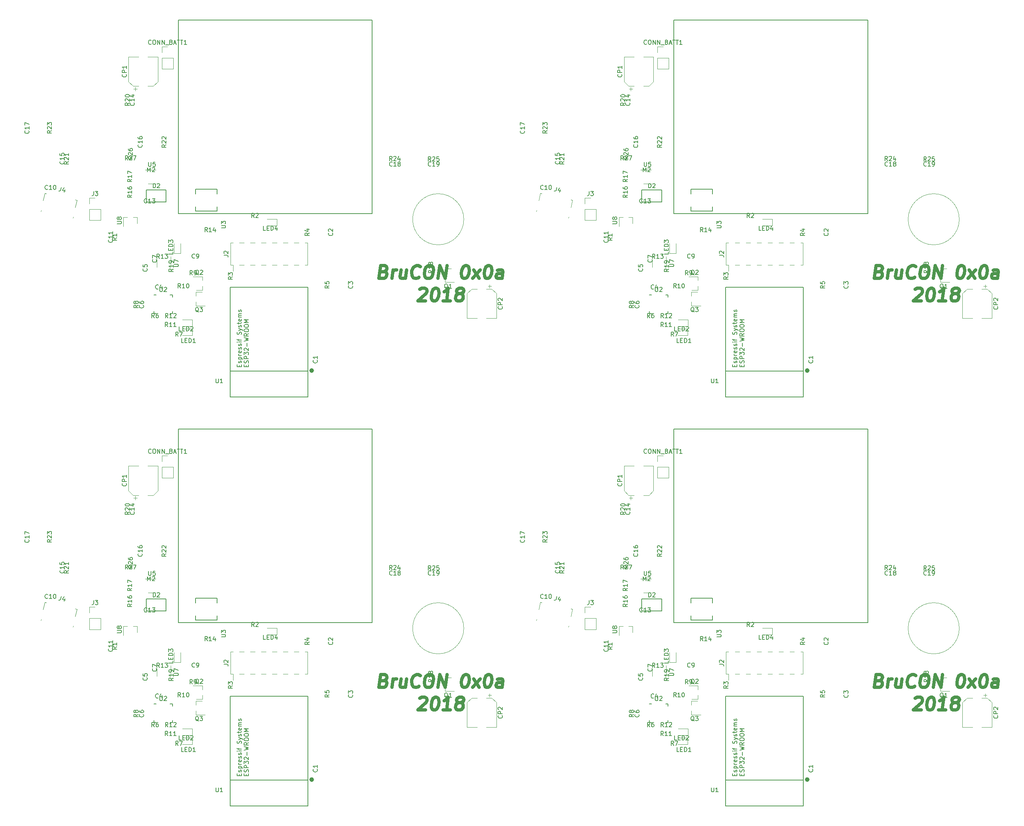
<source format=gbr>
G04 #@! TF.GenerationSoftware,KiCad,Pcbnew,(5.0.0-rc2-100-g6d77e594b)*
G04 #@! TF.CreationDate,2018-09-14T16:14:05+02:00*
G04 #@! TF.ProjectId,BruCON_0x0a,427275434F4E5F307830612E6B696361,rev?*
G04 #@! TF.SameCoordinates,Original*
G04 #@! TF.FileFunction,Legend,Top*
G04 #@! TF.FilePolarity,Positive*
%FSLAX46Y46*%
G04 Gerber Fmt 4.6, Leading zero omitted, Abs format (unit mm)*
G04 Created by KiCad (PCBNEW (5.0.0-rc2-100-g6d77e594b)) date Fri Sep 14 16:14:05 2018*
%MOMM*%
%LPD*%
G01*
G04 APERTURE LIST*
%ADD10C,0.200000*%
%ADD11C,0.750000*%
%ADD12C,0.150000*%
%ADD13C,0.120000*%
%ADD14C,0.048260*%
%ADD15C,0.500000*%
G04 APERTURE END LIST*
D10*
X164500000Y-112810000D02*
X209500000Y-112810000D01*
X49500000Y-112810000D02*
X94500000Y-112810000D01*
X164500000Y-17810000D02*
X209500000Y-17810000D01*
X209500000Y-157810000D02*
X164500000Y-157810000D01*
X94500000Y-157810000D02*
X49500000Y-157810000D01*
X209500000Y-62810000D02*
X164500000Y-62810000D01*
X209500000Y-112810000D02*
X209500000Y-157810000D01*
X94500000Y-112810000D02*
X94500000Y-157810000D01*
X209500000Y-17810000D02*
X209500000Y-62810000D01*
X164500000Y-157810000D02*
X164500000Y-112810000D01*
X49500000Y-157810000D02*
X49500000Y-112810000D01*
X164500000Y-62810000D02*
X164500000Y-17810000D01*
D11*
X212206383Y-171230714D02*
X212617098Y-171373571D01*
X212742098Y-171516428D01*
X212849241Y-171802142D01*
X212795669Y-172230714D01*
X212617098Y-172516428D01*
X212456383Y-172659285D01*
X212152812Y-172802142D01*
X211009955Y-172802142D01*
X211384955Y-169802142D01*
X212384955Y-169802142D01*
X212652812Y-169945000D01*
X212777812Y-170087857D01*
X212884955Y-170373571D01*
X212849241Y-170659285D01*
X212670669Y-170945000D01*
X212509955Y-171087857D01*
X212206383Y-171230714D01*
X211206383Y-171230714D01*
X214009955Y-172802142D02*
X214259955Y-170802142D01*
X214188526Y-171373571D02*
X214367098Y-171087857D01*
X214527812Y-170945000D01*
X214831383Y-170802142D01*
X215117098Y-170802142D01*
X217402812Y-170802142D02*
X217152812Y-172802142D01*
X216117098Y-170802142D02*
X215920669Y-172373571D01*
X216027812Y-172659285D01*
X216295669Y-172802142D01*
X216724241Y-172802142D01*
X217027812Y-172659285D01*
X217188526Y-172516428D01*
X220331383Y-172516428D02*
X220170669Y-172659285D01*
X219724241Y-172802142D01*
X219438526Y-172802142D01*
X219027812Y-172659285D01*
X218777812Y-172373571D01*
X218670669Y-172087857D01*
X218599241Y-171516428D01*
X218652812Y-171087857D01*
X218867098Y-170516428D01*
X219045669Y-170230714D01*
X219367098Y-169945000D01*
X219813526Y-169802142D01*
X220099241Y-169802142D01*
X220509955Y-169945000D01*
X220634955Y-170087857D01*
X222527812Y-169802142D02*
X223099241Y-169802142D01*
X223367098Y-169945000D01*
X223617098Y-170230714D01*
X223688526Y-170802142D01*
X223563526Y-171802142D01*
X223349241Y-172373571D01*
X223027812Y-172659285D01*
X222724241Y-172802142D01*
X222152812Y-172802142D01*
X221884955Y-172659285D01*
X221634955Y-172373571D01*
X221563526Y-171802142D01*
X221688526Y-170802142D01*
X221902812Y-170230714D01*
X222224241Y-169945000D01*
X222527812Y-169802142D01*
X224724241Y-172802142D02*
X225099241Y-169802142D01*
X226438526Y-172802142D01*
X226813526Y-169802142D01*
X231099241Y-169802142D02*
X231384955Y-169802142D01*
X231652812Y-169945000D01*
X231777812Y-170087857D01*
X231884955Y-170373571D01*
X231956383Y-170945000D01*
X231867098Y-171659285D01*
X231652812Y-172230714D01*
X231474241Y-172516428D01*
X231313526Y-172659285D01*
X231009955Y-172802142D01*
X230724241Y-172802142D01*
X230456383Y-172659285D01*
X230331383Y-172516428D01*
X230224241Y-172230714D01*
X230152812Y-171659285D01*
X230242098Y-170945000D01*
X230456383Y-170373571D01*
X230634955Y-170087857D01*
X230795669Y-169945000D01*
X231099241Y-169802142D01*
X232724241Y-172802142D02*
X234545669Y-170802142D01*
X232974241Y-170802142D02*
X234295669Y-172802142D01*
X236384955Y-169802142D02*
X236670669Y-169802142D01*
X236938526Y-169945000D01*
X237063526Y-170087857D01*
X237170669Y-170373571D01*
X237242098Y-170945000D01*
X237152812Y-171659285D01*
X236938526Y-172230714D01*
X236759955Y-172516428D01*
X236599241Y-172659285D01*
X236295669Y-172802142D01*
X236009955Y-172802142D01*
X235742098Y-172659285D01*
X235617098Y-172516428D01*
X235509955Y-172230714D01*
X235438526Y-171659285D01*
X235527812Y-170945000D01*
X235742098Y-170373571D01*
X235920669Y-170087857D01*
X236081383Y-169945000D01*
X236384955Y-169802142D01*
X239581383Y-172802142D02*
X239777812Y-171230714D01*
X239670669Y-170945000D01*
X239402812Y-170802142D01*
X238831383Y-170802142D01*
X238527812Y-170945000D01*
X239599241Y-172659285D02*
X239295669Y-172802142D01*
X238581383Y-172802142D01*
X238313526Y-172659285D01*
X238206383Y-172373571D01*
X238242098Y-172087857D01*
X238420669Y-171802142D01*
X238724241Y-171659285D01*
X239438526Y-171659285D01*
X239742098Y-171516428D01*
X220492098Y-175337857D02*
X220652812Y-175195000D01*
X220956383Y-175052142D01*
X221670669Y-175052142D01*
X221938526Y-175195000D01*
X222063526Y-175337857D01*
X222170669Y-175623571D01*
X222134955Y-175909285D01*
X221938526Y-176337857D01*
X220009955Y-178052142D01*
X221867098Y-178052142D01*
X224099241Y-175052142D02*
X224384955Y-175052142D01*
X224652812Y-175195000D01*
X224777812Y-175337857D01*
X224884955Y-175623571D01*
X224956383Y-176195000D01*
X224867098Y-176909285D01*
X224652812Y-177480714D01*
X224474241Y-177766428D01*
X224313526Y-177909285D01*
X224009955Y-178052142D01*
X223724241Y-178052142D01*
X223456383Y-177909285D01*
X223331383Y-177766428D01*
X223224241Y-177480714D01*
X223152812Y-176909285D01*
X223242098Y-176195000D01*
X223456383Y-175623571D01*
X223634955Y-175337857D01*
X223795669Y-175195000D01*
X224099241Y-175052142D01*
X227581383Y-178052142D02*
X225867098Y-178052142D01*
X226724241Y-178052142D02*
X227099241Y-175052142D01*
X226759955Y-175480714D01*
X226438526Y-175766428D01*
X226134955Y-175909285D01*
X229509955Y-176337857D02*
X229242098Y-176195000D01*
X229117098Y-176052142D01*
X229009955Y-175766428D01*
X229027812Y-175623571D01*
X229206383Y-175337857D01*
X229367098Y-175195000D01*
X229670669Y-175052142D01*
X230242098Y-175052142D01*
X230509955Y-175195000D01*
X230634955Y-175337857D01*
X230742098Y-175623571D01*
X230724241Y-175766428D01*
X230545669Y-176052142D01*
X230384955Y-176195000D01*
X230081383Y-176337857D01*
X229509955Y-176337857D01*
X229206383Y-176480714D01*
X229045669Y-176623571D01*
X228867098Y-176909285D01*
X228795669Y-177480714D01*
X228902812Y-177766428D01*
X229027812Y-177909285D01*
X229295669Y-178052142D01*
X229867098Y-178052142D01*
X230170669Y-177909285D01*
X230331383Y-177766428D01*
X230509955Y-177480714D01*
X230581383Y-176909285D01*
X230474241Y-176623571D01*
X230349241Y-176480714D01*
X230081383Y-176337857D01*
X97206383Y-171230714D02*
X97617098Y-171373571D01*
X97742098Y-171516428D01*
X97849241Y-171802142D01*
X97795669Y-172230714D01*
X97617098Y-172516428D01*
X97456383Y-172659285D01*
X97152812Y-172802142D01*
X96009955Y-172802142D01*
X96384955Y-169802142D01*
X97384955Y-169802142D01*
X97652812Y-169945000D01*
X97777812Y-170087857D01*
X97884955Y-170373571D01*
X97849241Y-170659285D01*
X97670669Y-170945000D01*
X97509955Y-171087857D01*
X97206383Y-171230714D01*
X96206383Y-171230714D01*
X99009955Y-172802142D02*
X99259955Y-170802142D01*
X99188526Y-171373571D02*
X99367098Y-171087857D01*
X99527812Y-170945000D01*
X99831383Y-170802142D01*
X100117098Y-170802142D01*
X102402812Y-170802142D02*
X102152812Y-172802142D01*
X101117098Y-170802142D02*
X100920669Y-172373571D01*
X101027812Y-172659285D01*
X101295669Y-172802142D01*
X101724241Y-172802142D01*
X102027812Y-172659285D01*
X102188526Y-172516428D01*
X105331383Y-172516428D02*
X105170669Y-172659285D01*
X104724241Y-172802142D01*
X104438526Y-172802142D01*
X104027812Y-172659285D01*
X103777812Y-172373571D01*
X103670669Y-172087857D01*
X103599241Y-171516428D01*
X103652812Y-171087857D01*
X103867098Y-170516428D01*
X104045669Y-170230714D01*
X104367098Y-169945000D01*
X104813526Y-169802142D01*
X105099241Y-169802142D01*
X105509955Y-169945000D01*
X105634955Y-170087857D01*
X107527812Y-169802142D02*
X108099241Y-169802142D01*
X108367098Y-169945000D01*
X108617098Y-170230714D01*
X108688526Y-170802142D01*
X108563526Y-171802142D01*
X108349241Y-172373571D01*
X108027812Y-172659285D01*
X107724241Y-172802142D01*
X107152812Y-172802142D01*
X106884955Y-172659285D01*
X106634955Y-172373571D01*
X106563526Y-171802142D01*
X106688526Y-170802142D01*
X106902812Y-170230714D01*
X107224241Y-169945000D01*
X107527812Y-169802142D01*
X109724241Y-172802142D02*
X110099241Y-169802142D01*
X111438526Y-172802142D01*
X111813526Y-169802142D01*
X116099241Y-169802142D02*
X116384955Y-169802142D01*
X116652812Y-169945000D01*
X116777812Y-170087857D01*
X116884955Y-170373571D01*
X116956383Y-170945000D01*
X116867098Y-171659285D01*
X116652812Y-172230714D01*
X116474241Y-172516428D01*
X116313526Y-172659285D01*
X116009955Y-172802142D01*
X115724241Y-172802142D01*
X115456383Y-172659285D01*
X115331383Y-172516428D01*
X115224241Y-172230714D01*
X115152812Y-171659285D01*
X115242098Y-170945000D01*
X115456383Y-170373571D01*
X115634955Y-170087857D01*
X115795669Y-169945000D01*
X116099241Y-169802142D01*
X117724241Y-172802142D02*
X119545669Y-170802142D01*
X117974241Y-170802142D02*
X119295669Y-172802142D01*
X121384955Y-169802142D02*
X121670669Y-169802142D01*
X121938526Y-169945000D01*
X122063526Y-170087857D01*
X122170669Y-170373571D01*
X122242098Y-170945000D01*
X122152812Y-171659285D01*
X121938526Y-172230714D01*
X121759955Y-172516428D01*
X121599241Y-172659285D01*
X121295669Y-172802142D01*
X121009955Y-172802142D01*
X120742098Y-172659285D01*
X120617098Y-172516428D01*
X120509955Y-172230714D01*
X120438526Y-171659285D01*
X120527812Y-170945000D01*
X120742098Y-170373571D01*
X120920669Y-170087857D01*
X121081383Y-169945000D01*
X121384955Y-169802142D01*
X124581383Y-172802142D02*
X124777812Y-171230714D01*
X124670669Y-170945000D01*
X124402812Y-170802142D01*
X123831383Y-170802142D01*
X123527812Y-170945000D01*
X124599241Y-172659285D02*
X124295669Y-172802142D01*
X123581383Y-172802142D01*
X123313526Y-172659285D01*
X123206383Y-172373571D01*
X123242098Y-172087857D01*
X123420669Y-171802142D01*
X123724241Y-171659285D01*
X124438526Y-171659285D01*
X124742098Y-171516428D01*
X105492098Y-175337857D02*
X105652812Y-175195000D01*
X105956383Y-175052142D01*
X106670669Y-175052142D01*
X106938526Y-175195000D01*
X107063526Y-175337857D01*
X107170669Y-175623571D01*
X107134955Y-175909285D01*
X106938526Y-176337857D01*
X105009955Y-178052142D01*
X106867098Y-178052142D01*
X109099241Y-175052142D02*
X109384955Y-175052142D01*
X109652812Y-175195000D01*
X109777812Y-175337857D01*
X109884955Y-175623571D01*
X109956383Y-176195000D01*
X109867098Y-176909285D01*
X109652812Y-177480714D01*
X109474241Y-177766428D01*
X109313526Y-177909285D01*
X109009955Y-178052142D01*
X108724241Y-178052142D01*
X108456383Y-177909285D01*
X108331383Y-177766428D01*
X108224241Y-177480714D01*
X108152812Y-176909285D01*
X108242098Y-176195000D01*
X108456383Y-175623571D01*
X108634955Y-175337857D01*
X108795669Y-175195000D01*
X109099241Y-175052142D01*
X112581383Y-178052142D02*
X110867098Y-178052142D01*
X111724241Y-178052142D02*
X112099241Y-175052142D01*
X111759955Y-175480714D01*
X111438526Y-175766428D01*
X111134955Y-175909285D01*
X114509955Y-176337857D02*
X114242098Y-176195000D01*
X114117098Y-176052142D01*
X114009955Y-175766428D01*
X114027812Y-175623571D01*
X114206383Y-175337857D01*
X114367098Y-175195000D01*
X114670669Y-175052142D01*
X115242098Y-175052142D01*
X115509955Y-175195000D01*
X115634955Y-175337857D01*
X115742098Y-175623571D01*
X115724241Y-175766428D01*
X115545669Y-176052142D01*
X115384955Y-176195000D01*
X115081383Y-176337857D01*
X114509955Y-176337857D01*
X114206383Y-176480714D01*
X114045669Y-176623571D01*
X113867098Y-176909285D01*
X113795669Y-177480714D01*
X113902812Y-177766428D01*
X114027812Y-177909285D01*
X114295669Y-178052142D01*
X114867098Y-178052142D01*
X115170669Y-177909285D01*
X115331383Y-177766428D01*
X115509955Y-177480714D01*
X115581383Y-176909285D01*
X115474241Y-176623571D01*
X115349241Y-176480714D01*
X115081383Y-176337857D01*
X212206383Y-76230714D02*
X212617098Y-76373571D01*
X212742098Y-76516428D01*
X212849241Y-76802142D01*
X212795669Y-77230714D01*
X212617098Y-77516428D01*
X212456383Y-77659285D01*
X212152812Y-77802142D01*
X211009955Y-77802142D01*
X211384955Y-74802142D01*
X212384955Y-74802142D01*
X212652812Y-74945000D01*
X212777812Y-75087857D01*
X212884955Y-75373571D01*
X212849241Y-75659285D01*
X212670669Y-75945000D01*
X212509955Y-76087857D01*
X212206383Y-76230714D01*
X211206383Y-76230714D01*
X214009955Y-77802142D02*
X214259955Y-75802142D01*
X214188526Y-76373571D02*
X214367098Y-76087857D01*
X214527812Y-75945000D01*
X214831383Y-75802142D01*
X215117098Y-75802142D01*
X217402812Y-75802142D02*
X217152812Y-77802142D01*
X216117098Y-75802142D02*
X215920669Y-77373571D01*
X216027812Y-77659285D01*
X216295669Y-77802142D01*
X216724241Y-77802142D01*
X217027812Y-77659285D01*
X217188526Y-77516428D01*
X220331383Y-77516428D02*
X220170669Y-77659285D01*
X219724241Y-77802142D01*
X219438526Y-77802142D01*
X219027812Y-77659285D01*
X218777812Y-77373571D01*
X218670669Y-77087857D01*
X218599241Y-76516428D01*
X218652812Y-76087857D01*
X218867098Y-75516428D01*
X219045669Y-75230714D01*
X219367098Y-74945000D01*
X219813526Y-74802142D01*
X220099241Y-74802142D01*
X220509955Y-74945000D01*
X220634955Y-75087857D01*
X222527812Y-74802142D02*
X223099241Y-74802142D01*
X223367098Y-74945000D01*
X223617098Y-75230714D01*
X223688526Y-75802142D01*
X223563526Y-76802142D01*
X223349241Y-77373571D01*
X223027812Y-77659285D01*
X222724241Y-77802142D01*
X222152812Y-77802142D01*
X221884955Y-77659285D01*
X221634955Y-77373571D01*
X221563526Y-76802142D01*
X221688526Y-75802142D01*
X221902812Y-75230714D01*
X222224241Y-74945000D01*
X222527812Y-74802142D01*
X224724241Y-77802142D02*
X225099241Y-74802142D01*
X226438526Y-77802142D01*
X226813526Y-74802142D01*
X231099241Y-74802142D02*
X231384955Y-74802142D01*
X231652812Y-74945000D01*
X231777812Y-75087857D01*
X231884955Y-75373571D01*
X231956383Y-75945000D01*
X231867098Y-76659285D01*
X231652812Y-77230714D01*
X231474241Y-77516428D01*
X231313526Y-77659285D01*
X231009955Y-77802142D01*
X230724241Y-77802142D01*
X230456383Y-77659285D01*
X230331383Y-77516428D01*
X230224241Y-77230714D01*
X230152812Y-76659285D01*
X230242098Y-75945000D01*
X230456383Y-75373571D01*
X230634955Y-75087857D01*
X230795669Y-74945000D01*
X231099241Y-74802142D01*
X232724241Y-77802142D02*
X234545669Y-75802142D01*
X232974241Y-75802142D02*
X234295669Y-77802142D01*
X236384955Y-74802142D02*
X236670669Y-74802142D01*
X236938526Y-74945000D01*
X237063526Y-75087857D01*
X237170669Y-75373571D01*
X237242098Y-75945000D01*
X237152812Y-76659285D01*
X236938526Y-77230714D01*
X236759955Y-77516428D01*
X236599241Y-77659285D01*
X236295669Y-77802142D01*
X236009955Y-77802142D01*
X235742098Y-77659285D01*
X235617098Y-77516428D01*
X235509955Y-77230714D01*
X235438526Y-76659285D01*
X235527812Y-75945000D01*
X235742098Y-75373571D01*
X235920669Y-75087857D01*
X236081383Y-74945000D01*
X236384955Y-74802142D01*
X239581383Y-77802142D02*
X239777812Y-76230714D01*
X239670669Y-75945000D01*
X239402812Y-75802142D01*
X238831383Y-75802142D01*
X238527812Y-75945000D01*
X239599241Y-77659285D02*
X239295669Y-77802142D01*
X238581383Y-77802142D01*
X238313526Y-77659285D01*
X238206383Y-77373571D01*
X238242098Y-77087857D01*
X238420669Y-76802142D01*
X238724241Y-76659285D01*
X239438526Y-76659285D01*
X239742098Y-76516428D01*
X220492098Y-80337857D02*
X220652812Y-80195000D01*
X220956383Y-80052142D01*
X221670669Y-80052142D01*
X221938526Y-80195000D01*
X222063526Y-80337857D01*
X222170669Y-80623571D01*
X222134955Y-80909285D01*
X221938526Y-81337857D01*
X220009955Y-83052142D01*
X221867098Y-83052142D01*
X224099241Y-80052142D02*
X224384955Y-80052142D01*
X224652812Y-80195000D01*
X224777812Y-80337857D01*
X224884955Y-80623571D01*
X224956383Y-81195000D01*
X224867098Y-81909285D01*
X224652812Y-82480714D01*
X224474241Y-82766428D01*
X224313526Y-82909285D01*
X224009955Y-83052142D01*
X223724241Y-83052142D01*
X223456383Y-82909285D01*
X223331383Y-82766428D01*
X223224241Y-82480714D01*
X223152812Y-81909285D01*
X223242098Y-81195000D01*
X223456383Y-80623571D01*
X223634955Y-80337857D01*
X223795669Y-80195000D01*
X224099241Y-80052142D01*
X227581383Y-83052142D02*
X225867098Y-83052142D01*
X226724241Y-83052142D02*
X227099241Y-80052142D01*
X226759955Y-80480714D01*
X226438526Y-80766428D01*
X226134955Y-80909285D01*
X229509955Y-81337857D02*
X229242098Y-81195000D01*
X229117098Y-81052142D01*
X229009955Y-80766428D01*
X229027812Y-80623571D01*
X229206383Y-80337857D01*
X229367098Y-80195000D01*
X229670669Y-80052142D01*
X230242098Y-80052142D01*
X230509955Y-80195000D01*
X230634955Y-80337857D01*
X230742098Y-80623571D01*
X230724241Y-80766428D01*
X230545669Y-81052142D01*
X230384955Y-81195000D01*
X230081383Y-81337857D01*
X229509955Y-81337857D01*
X229206383Y-81480714D01*
X229045669Y-81623571D01*
X228867098Y-81909285D01*
X228795669Y-82480714D01*
X228902812Y-82766428D01*
X229027812Y-82909285D01*
X229295669Y-83052142D01*
X229867098Y-83052142D01*
X230170669Y-82909285D01*
X230331383Y-82766428D01*
X230509955Y-82480714D01*
X230581383Y-81909285D01*
X230474241Y-81623571D01*
X230349241Y-81480714D01*
X230081383Y-81337857D01*
X97206383Y-76230714D02*
X97617098Y-76373571D01*
X97742098Y-76516428D01*
X97849241Y-76802142D01*
X97795669Y-77230714D01*
X97617098Y-77516428D01*
X97456383Y-77659285D01*
X97152812Y-77802142D01*
X96009955Y-77802142D01*
X96384955Y-74802142D01*
X97384955Y-74802142D01*
X97652812Y-74945000D01*
X97777812Y-75087857D01*
X97884955Y-75373571D01*
X97849241Y-75659285D01*
X97670669Y-75945000D01*
X97509955Y-76087857D01*
X97206383Y-76230714D01*
X96206383Y-76230714D01*
X99009955Y-77802142D02*
X99259955Y-75802142D01*
X99188526Y-76373571D02*
X99367098Y-76087857D01*
X99527812Y-75945000D01*
X99831383Y-75802142D01*
X100117098Y-75802142D01*
X102402812Y-75802142D02*
X102152812Y-77802142D01*
X101117098Y-75802142D02*
X100920669Y-77373571D01*
X101027812Y-77659285D01*
X101295669Y-77802142D01*
X101724241Y-77802142D01*
X102027812Y-77659285D01*
X102188526Y-77516428D01*
X105331383Y-77516428D02*
X105170669Y-77659285D01*
X104724241Y-77802142D01*
X104438526Y-77802142D01*
X104027812Y-77659285D01*
X103777812Y-77373571D01*
X103670669Y-77087857D01*
X103599241Y-76516428D01*
X103652812Y-76087857D01*
X103867098Y-75516428D01*
X104045669Y-75230714D01*
X104367098Y-74945000D01*
X104813526Y-74802142D01*
X105099241Y-74802142D01*
X105509955Y-74945000D01*
X105634955Y-75087857D01*
X107527812Y-74802142D02*
X108099241Y-74802142D01*
X108367098Y-74945000D01*
X108617098Y-75230714D01*
X108688526Y-75802142D01*
X108563526Y-76802142D01*
X108349241Y-77373571D01*
X108027812Y-77659285D01*
X107724241Y-77802142D01*
X107152812Y-77802142D01*
X106884955Y-77659285D01*
X106634955Y-77373571D01*
X106563526Y-76802142D01*
X106688526Y-75802142D01*
X106902812Y-75230714D01*
X107224241Y-74945000D01*
X107527812Y-74802142D01*
X109724241Y-77802142D02*
X110099241Y-74802142D01*
X111438526Y-77802142D01*
X111813526Y-74802142D01*
X116099241Y-74802142D02*
X116384955Y-74802142D01*
X116652812Y-74945000D01*
X116777812Y-75087857D01*
X116884955Y-75373571D01*
X116956383Y-75945000D01*
X116867098Y-76659285D01*
X116652812Y-77230714D01*
X116474241Y-77516428D01*
X116313526Y-77659285D01*
X116009955Y-77802142D01*
X115724241Y-77802142D01*
X115456383Y-77659285D01*
X115331383Y-77516428D01*
X115224241Y-77230714D01*
X115152812Y-76659285D01*
X115242098Y-75945000D01*
X115456383Y-75373571D01*
X115634955Y-75087857D01*
X115795669Y-74945000D01*
X116099241Y-74802142D01*
X117724241Y-77802142D02*
X119545669Y-75802142D01*
X117974241Y-75802142D02*
X119295669Y-77802142D01*
X121384955Y-74802142D02*
X121670669Y-74802142D01*
X121938526Y-74945000D01*
X122063526Y-75087857D01*
X122170669Y-75373571D01*
X122242098Y-75945000D01*
X122152812Y-76659285D01*
X121938526Y-77230714D01*
X121759955Y-77516428D01*
X121599241Y-77659285D01*
X121295669Y-77802142D01*
X121009955Y-77802142D01*
X120742098Y-77659285D01*
X120617098Y-77516428D01*
X120509955Y-77230714D01*
X120438526Y-76659285D01*
X120527812Y-75945000D01*
X120742098Y-75373571D01*
X120920669Y-75087857D01*
X121081383Y-74945000D01*
X121384955Y-74802142D01*
X124581383Y-77802142D02*
X124777812Y-76230714D01*
X124670669Y-75945000D01*
X124402812Y-75802142D01*
X123831383Y-75802142D01*
X123527812Y-75945000D01*
X124599241Y-77659285D02*
X124295669Y-77802142D01*
X123581383Y-77802142D01*
X123313526Y-77659285D01*
X123206383Y-77373571D01*
X123242098Y-77087857D01*
X123420669Y-76802142D01*
X123724241Y-76659285D01*
X124438526Y-76659285D01*
X124742098Y-76516428D01*
X105492098Y-80337857D02*
X105652812Y-80195000D01*
X105956383Y-80052142D01*
X106670669Y-80052142D01*
X106938526Y-80195000D01*
X107063526Y-80337857D01*
X107170669Y-80623571D01*
X107134955Y-80909285D01*
X106938526Y-81337857D01*
X105009955Y-83052142D01*
X106867098Y-83052142D01*
X109099241Y-80052142D02*
X109384955Y-80052142D01*
X109652812Y-80195000D01*
X109777812Y-80337857D01*
X109884955Y-80623571D01*
X109956383Y-81195000D01*
X109867098Y-81909285D01*
X109652812Y-82480714D01*
X109474241Y-82766428D01*
X109313526Y-82909285D01*
X109009955Y-83052142D01*
X108724241Y-83052142D01*
X108456383Y-82909285D01*
X108331383Y-82766428D01*
X108224241Y-82480714D01*
X108152812Y-81909285D01*
X108242098Y-81195000D01*
X108456383Y-80623571D01*
X108634955Y-80337857D01*
X108795669Y-80195000D01*
X109099241Y-80052142D01*
X112581383Y-83052142D02*
X110867098Y-83052142D01*
X111724241Y-83052142D02*
X112099241Y-80052142D01*
X111759955Y-80480714D01*
X111438526Y-80766428D01*
X111134955Y-80909285D01*
X114509955Y-81337857D02*
X114242098Y-81195000D01*
X114117098Y-81052142D01*
X114009955Y-80766428D01*
X114027812Y-80623571D01*
X114206383Y-80337857D01*
X114367098Y-80195000D01*
X114670669Y-80052142D01*
X115242098Y-80052142D01*
X115509955Y-80195000D01*
X115634955Y-80337857D01*
X115742098Y-80623571D01*
X115724241Y-80766428D01*
X115545669Y-81052142D01*
X115384955Y-81195000D01*
X115081383Y-81337857D01*
X114509955Y-81337857D01*
X114206383Y-81480714D01*
X114045669Y-81623571D01*
X113867098Y-81909285D01*
X113795669Y-82480714D01*
X113902812Y-82766428D01*
X114027812Y-82909285D01*
X114295669Y-83052142D01*
X114867098Y-83052142D01*
X115170669Y-82909285D01*
X115331383Y-82766428D01*
X115509955Y-82480714D01*
X115581383Y-81909285D01*
X115474241Y-81623571D01*
X115349241Y-81480714D01*
X115081383Y-81337857D01*
D10*
X49500000Y-17810000D02*
X94500000Y-17810000D01*
X49500000Y-62810000D02*
X49500000Y-17810000D01*
X94500000Y-62810000D02*
X49500000Y-62810000D01*
X94500000Y-17810000D02*
X94500000Y-62810000D01*
D12*
G04 #@! TO.C,D2*
X157070000Y-155070000D02*
X161670000Y-155070000D01*
X157070000Y-152270000D02*
X161670000Y-152270000D01*
X161670000Y-152270000D02*
X161670000Y-155070000D01*
X157070000Y-155070000D02*
X157070000Y-152270000D01*
X42070000Y-155070000D02*
X46670000Y-155070000D01*
X42070000Y-152270000D02*
X46670000Y-152270000D01*
X46670000Y-152270000D02*
X46670000Y-155070000D01*
X42070000Y-155070000D02*
X42070000Y-152270000D01*
X157070000Y-60070000D02*
X161670000Y-60070000D01*
X157070000Y-57270000D02*
X161670000Y-57270000D01*
X161670000Y-57270000D02*
X161670000Y-60070000D01*
X157070000Y-60070000D02*
X157070000Y-57270000D01*
D13*
G04 #@! TO.C,U7*
X162740000Y-170240000D02*
X162740000Y-167790000D01*
X159520000Y-168440000D02*
X159520000Y-170240000D01*
X47740000Y-170240000D02*
X47740000Y-167790000D01*
X44520000Y-168440000D02*
X44520000Y-170240000D01*
X162740000Y-75240000D02*
X162740000Y-72790000D01*
X159520000Y-73440000D02*
X159520000Y-75240000D01*
G04 #@! TO.C,J2*
X191390000Y-164540000D02*
X192410000Y-164540000D01*
X191390000Y-169740000D02*
X192410000Y-169740000D01*
X188850000Y-164540000D02*
X189870000Y-164540000D01*
X188850000Y-169740000D02*
X189870000Y-169740000D01*
X186310000Y-164540000D02*
X187330000Y-164540000D01*
X186310000Y-169740000D02*
X187330000Y-169740000D01*
X183770000Y-164540000D02*
X184790000Y-164540000D01*
X183770000Y-169740000D02*
X184790000Y-169740000D01*
X181230000Y-164540000D02*
X182250000Y-164540000D01*
X181230000Y-169740000D02*
X182250000Y-169740000D01*
X178690000Y-164540000D02*
X179710000Y-164540000D01*
X178690000Y-169740000D02*
X179710000Y-169740000D01*
X193930000Y-164540000D02*
X194500000Y-164540000D01*
X193930000Y-169740000D02*
X194500000Y-169740000D01*
X176600000Y-164540000D02*
X177170000Y-164540000D01*
X176600000Y-169740000D02*
X177170000Y-169740000D01*
X177170000Y-171180000D02*
X177170000Y-169740000D01*
X194500000Y-169740000D02*
X194500000Y-164540000D01*
X176600000Y-169740000D02*
X176600000Y-164540000D01*
X76390000Y-164540000D02*
X77410000Y-164540000D01*
X76390000Y-169740000D02*
X77410000Y-169740000D01*
X73850000Y-164540000D02*
X74870000Y-164540000D01*
X73850000Y-169740000D02*
X74870000Y-169740000D01*
X71310000Y-164540000D02*
X72330000Y-164540000D01*
X71310000Y-169740000D02*
X72330000Y-169740000D01*
X68770000Y-164540000D02*
X69790000Y-164540000D01*
X68770000Y-169740000D02*
X69790000Y-169740000D01*
X66230000Y-164540000D02*
X67250000Y-164540000D01*
X66230000Y-169740000D02*
X67250000Y-169740000D01*
X63690000Y-164540000D02*
X64710000Y-164540000D01*
X63690000Y-169740000D02*
X64710000Y-169740000D01*
X78930000Y-164540000D02*
X79500000Y-164540000D01*
X78930000Y-169740000D02*
X79500000Y-169740000D01*
X61600000Y-164540000D02*
X62170000Y-164540000D01*
X61600000Y-169740000D02*
X62170000Y-169740000D01*
X62170000Y-171180000D02*
X62170000Y-169740000D01*
X79500000Y-169740000D02*
X79500000Y-164540000D01*
X61600000Y-169740000D02*
X61600000Y-164540000D01*
X191390000Y-69540000D02*
X192410000Y-69540000D01*
X191390000Y-74740000D02*
X192410000Y-74740000D01*
X188850000Y-69540000D02*
X189870000Y-69540000D01*
X188850000Y-74740000D02*
X189870000Y-74740000D01*
X186310000Y-69540000D02*
X187330000Y-69540000D01*
X186310000Y-74740000D02*
X187330000Y-74740000D01*
X183770000Y-69540000D02*
X184790000Y-69540000D01*
X183770000Y-74740000D02*
X184790000Y-74740000D01*
X181230000Y-69540000D02*
X182250000Y-69540000D01*
X181230000Y-74740000D02*
X182250000Y-74740000D01*
X178690000Y-69540000D02*
X179710000Y-69540000D01*
X178690000Y-74740000D02*
X179710000Y-74740000D01*
X193930000Y-69540000D02*
X194500000Y-69540000D01*
X193930000Y-74740000D02*
X194500000Y-74740000D01*
X176600000Y-69540000D02*
X177170000Y-69540000D01*
X176600000Y-74740000D02*
X177170000Y-74740000D01*
X177170000Y-76180000D02*
X177170000Y-74740000D01*
X194500000Y-74740000D02*
X194500000Y-69540000D01*
X176600000Y-74740000D02*
X176600000Y-69540000D01*
G04 #@! TO.C,CP1*
X154118750Y-128833750D02*
X154906250Y-128833750D01*
X154512500Y-129227500D02*
X154512500Y-128440000D01*
X158705563Y-128200000D02*
X159770000Y-127135563D01*
X154014437Y-128200000D02*
X152950000Y-127135563D01*
X154014437Y-128200000D02*
X155300000Y-128200000D01*
X158705563Y-128200000D02*
X157420000Y-128200000D01*
X159770000Y-127135563D02*
X159770000Y-121380000D01*
X152950000Y-127135563D02*
X152950000Y-121380000D01*
X152950000Y-121380000D02*
X155300000Y-121380000D01*
X159770000Y-121380000D02*
X157420000Y-121380000D01*
X39118750Y-128833750D02*
X39906250Y-128833750D01*
X39512500Y-129227500D02*
X39512500Y-128440000D01*
X43705563Y-128200000D02*
X44770000Y-127135563D01*
X39014437Y-128200000D02*
X37950000Y-127135563D01*
X39014437Y-128200000D02*
X40300000Y-128200000D01*
X43705563Y-128200000D02*
X42420000Y-128200000D01*
X44770000Y-127135563D02*
X44770000Y-121380000D01*
X37950000Y-127135563D02*
X37950000Y-121380000D01*
X37950000Y-121380000D02*
X40300000Y-121380000D01*
X44770000Y-121380000D02*
X42420000Y-121380000D01*
X154118750Y-33833750D02*
X154906250Y-33833750D01*
X154512500Y-34227500D02*
X154512500Y-33440000D01*
X158705563Y-33200000D02*
X159770000Y-32135563D01*
X154014437Y-33200000D02*
X152950000Y-32135563D01*
X154014437Y-33200000D02*
X155300000Y-33200000D01*
X158705563Y-33200000D02*
X157420000Y-33200000D01*
X159770000Y-32135563D02*
X159770000Y-26380000D01*
X152950000Y-32135563D02*
X152950000Y-26380000D01*
X152950000Y-26380000D02*
X155300000Y-26380000D01*
X159770000Y-26380000D02*
X157420000Y-26380000D01*
G04 #@! TO.C,LED3*
X165010000Y-167040000D02*
X165010000Y-164770000D01*
X163490000Y-167040000D02*
X165010000Y-167040000D01*
X163490000Y-164770000D02*
X163490000Y-167040000D01*
X50010000Y-167040000D02*
X50010000Y-164770000D01*
X48490000Y-167040000D02*
X50010000Y-167040000D01*
X48490000Y-164770000D02*
X48490000Y-167040000D01*
X165010000Y-72040000D02*
X165010000Y-69770000D01*
X163490000Y-72040000D02*
X165010000Y-72040000D01*
X163490000Y-69770000D02*
X163490000Y-72040000D01*
G04 #@! TO.C,J3*
X143830000Y-154160000D02*
X145160000Y-154160000D01*
X143830000Y-155490000D02*
X143830000Y-154160000D01*
X143830000Y-156760000D02*
X146490000Y-156760000D01*
X146490000Y-156760000D02*
X146490000Y-159360000D01*
X143830000Y-156760000D02*
X143830000Y-159360000D01*
X143830000Y-159360000D02*
X146490000Y-159360000D01*
X28830000Y-154160000D02*
X30160000Y-154160000D01*
X28830000Y-155490000D02*
X28830000Y-154160000D01*
X28830000Y-156760000D02*
X31490000Y-156760000D01*
X31490000Y-156760000D02*
X31490000Y-159360000D01*
X28830000Y-156760000D02*
X28830000Y-159360000D01*
X28830000Y-159360000D02*
X31490000Y-159360000D01*
X143830000Y-59160000D02*
X145160000Y-59160000D01*
X143830000Y-60490000D02*
X143830000Y-59160000D01*
X143830000Y-61760000D02*
X146490000Y-61760000D01*
X146490000Y-61760000D02*
X146490000Y-64360000D01*
X143830000Y-61760000D02*
X143830000Y-64360000D01*
X143830000Y-64360000D02*
X146490000Y-64360000D01*
G04 #@! TO.C,J4*
X132595772Y-157252240D02*
X132649829Y-156997922D01*
X133123868Y-154767745D02*
X133491872Y-153036424D01*
X133491872Y-153036424D02*
X133863568Y-153115431D01*
X140945356Y-154620711D02*
X140577353Y-156352032D01*
X140103314Y-158582209D02*
X140049257Y-158836527D01*
X140945356Y-154620711D02*
X140573660Y-154541705D01*
X17595772Y-157252240D02*
X17649829Y-156997922D01*
X18123868Y-154767745D02*
X18491872Y-153036424D01*
X18491872Y-153036424D02*
X18863568Y-153115431D01*
X25945356Y-154620711D02*
X25577353Y-156352032D01*
X25103314Y-158582209D02*
X25049257Y-158836527D01*
X25945356Y-154620711D02*
X25573660Y-154541705D01*
X132595772Y-62252240D02*
X132649829Y-61997922D01*
X133123868Y-59767745D02*
X133491872Y-58036424D01*
X133491872Y-58036424D02*
X133863568Y-58115431D01*
X140945356Y-59620711D02*
X140577353Y-61352032D01*
X140103314Y-63582209D02*
X140049257Y-63836527D01*
X140945356Y-59620711D02*
X140573660Y-59541705D01*
G04 #@! TO.C,Q1*
X226360000Y-170590000D02*
X227820000Y-170590000D01*
X226360000Y-173750000D02*
X228520000Y-173750000D01*
X226360000Y-173750000D02*
X226360000Y-172820000D01*
X226360000Y-170590000D02*
X226360000Y-171520000D01*
X111360000Y-170590000D02*
X112820000Y-170590000D01*
X111360000Y-173750000D02*
X113520000Y-173750000D01*
X111360000Y-173750000D02*
X111360000Y-172820000D01*
X111360000Y-170590000D02*
X111360000Y-171520000D01*
X226360000Y-75590000D02*
X227820000Y-75590000D01*
X226360000Y-78750000D02*
X228520000Y-78750000D01*
X226360000Y-78750000D02*
X226360000Y-77820000D01*
X226360000Y-75590000D02*
X226360000Y-76520000D01*
G04 #@! TO.C,Q2*
X170090000Y-175560000D02*
X170090000Y-174630000D01*
X170090000Y-172400000D02*
X170090000Y-173330000D01*
X170090000Y-172400000D02*
X167930000Y-172400000D01*
X170090000Y-175560000D02*
X168630000Y-175560000D01*
X55090000Y-175560000D02*
X55090000Y-174630000D01*
X55090000Y-172400000D02*
X55090000Y-173330000D01*
X55090000Y-172400000D02*
X52930000Y-172400000D01*
X55090000Y-175560000D02*
X53630000Y-175560000D01*
X170090000Y-80560000D02*
X170090000Y-79630000D01*
X170090000Y-77400000D02*
X170090000Y-78330000D01*
X170090000Y-77400000D02*
X167930000Y-77400000D01*
X170090000Y-80560000D02*
X168630000Y-80560000D01*
D12*
G04 #@! TO.C,U2*
X163120000Y-176690000D02*
X162595000Y-176690000D01*
X163120000Y-180990000D02*
X162595000Y-180990000D01*
X158820000Y-180990000D02*
X159345000Y-180990000D01*
X158820000Y-176690000D02*
X159345000Y-176690000D01*
X163120000Y-180990000D02*
X163120000Y-180465000D01*
X158820000Y-180990000D02*
X158820000Y-180465000D01*
X163120000Y-176690000D02*
X163120000Y-177215000D01*
X48120000Y-176690000D02*
X47595000Y-176690000D01*
X48120000Y-180990000D02*
X47595000Y-180990000D01*
X43820000Y-180990000D02*
X44345000Y-180990000D01*
X43820000Y-176690000D02*
X44345000Y-176690000D01*
X48120000Y-180990000D02*
X48120000Y-180465000D01*
X43820000Y-180990000D02*
X43820000Y-180465000D01*
X48120000Y-176690000D02*
X48120000Y-177215000D01*
X163120000Y-81690000D02*
X162595000Y-81690000D01*
X163120000Y-85990000D02*
X162595000Y-85990000D01*
X158820000Y-85990000D02*
X159345000Y-85990000D01*
X158820000Y-81690000D02*
X159345000Y-81690000D01*
X163120000Y-85990000D02*
X163120000Y-85465000D01*
X158820000Y-85990000D02*
X158820000Y-85465000D01*
X163120000Y-81690000D02*
X163120000Y-82215000D01*
D13*
G04 #@! TO.C,Q3*
X168550000Y-176020000D02*
X170010000Y-176020000D01*
X168550000Y-179180000D02*
X170710000Y-179180000D01*
X168550000Y-179180000D02*
X168550000Y-178250000D01*
X168550000Y-176020000D02*
X168550000Y-176950000D01*
X53550000Y-176020000D02*
X55010000Y-176020000D01*
X53550000Y-179180000D02*
X55710000Y-179180000D01*
X53550000Y-179180000D02*
X53550000Y-178250000D01*
X53550000Y-176020000D02*
X53550000Y-176950000D01*
X168550000Y-81020000D02*
X170010000Y-81020000D01*
X168550000Y-84180000D02*
X170710000Y-84180000D01*
X168550000Y-84180000D02*
X168550000Y-83250000D01*
X168550000Y-81020000D02*
X168550000Y-81950000D01*
D10*
G04 #@! TO.C,J1*
X173470000Y-152140000D02*
X173470000Y-153190000D01*
X173470000Y-157240000D02*
X173470000Y-156190000D01*
X168470000Y-152140000D02*
X168470000Y-153190000D01*
X168470000Y-157240000D02*
X168470000Y-156190000D01*
X173470000Y-152140000D02*
X168470000Y-152140000D01*
X168470000Y-157240000D02*
X173470000Y-157240000D01*
X58470000Y-152140000D02*
X58470000Y-153190000D01*
X58470000Y-157240000D02*
X58470000Y-156190000D01*
X53470000Y-152140000D02*
X53470000Y-153190000D01*
X53470000Y-157240000D02*
X53470000Y-156190000D01*
X58470000Y-152140000D02*
X53470000Y-152140000D01*
X53470000Y-157240000D02*
X58470000Y-157240000D01*
X173470000Y-57140000D02*
X173470000Y-58190000D01*
X173470000Y-62240000D02*
X173470000Y-61190000D01*
X168470000Y-57140000D02*
X168470000Y-58190000D01*
X168470000Y-62240000D02*
X168470000Y-61190000D01*
X173470000Y-57140000D02*
X168470000Y-57140000D01*
X168470000Y-62240000D02*
X173470000Y-62240000D01*
D13*
G04 #@! TO.C,LED2*
X167750000Y-182400000D02*
X165480000Y-182400000D01*
X167750000Y-183920000D02*
X167750000Y-182400000D01*
X165480000Y-183920000D02*
X167750000Y-183920000D01*
X52750000Y-182400000D02*
X50480000Y-182400000D01*
X52750000Y-183920000D02*
X52750000Y-182400000D01*
X50480000Y-183920000D02*
X52750000Y-183920000D01*
X167750000Y-87400000D02*
X165480000Y-87400000D01*
X167750000Y-88920000D02*
X167750000Y-87400000D01*
X165480000Y-88920000D02*
X167750000Y-88920000D01*
G04 #@! TO.C,LED1*
X165450000Y-186060000D02*
X167720000Y-186060000D01*
X167720000Y-186060000D02*
X167720000Y-184540000D01*
X167720000Y-184540000D02*
X165450000Y-184540000D01*
X50450000Y-186060000D02*
X52720000Y-186060000D01*
X52720000Y-186060000D02*
X52720000Y-184540000D01*
X52720000Y-184540000D02*
X50450000Y-184540000D01*
X165450000Y-91060000D02*
X167720000Y-91060000D01*
X167720000Y-91060000D02*
X167720000Y-89540000D01*
X167720000Y-89540000D02*
X165450000Y-89540000D01*
D14*
G04 #@! TO.C,U6*
X230747745Y-159110000D02*
G75*
G03X230747745Y-159110000I-5937745J0D01*
G01*
X115747745Y-159110000D02*
G75*
G03X115747745Y-159110000I-5937745J0D01*
G01*
X230747745Y-64110000D02*
G75*
G03X230747745Y-64110000I-5937745J0D01*
G01*
D13*
G04 #@! TO.C,CONN_BATT1*
X160660000Y-124220000D02*
X163320000Y-124220000D01*
X160660000Y-121620000D02*
X160660000Y-124220000D01*
X163320000Y-121620000D02*
X163320000Y-124220000D01*
X160660000Y-121620000D02*
X163320000Y-121620000D01*
X160660000Y-120350000D02*
X160660000Y-119020000D01*
X160660000Y-119020000D02*
X161990000Y-119020000D01*
X45660000Y-124220000D02*
X48320000Y-124220000D01*
X45660000Y-121620000D02*
X45660000Y-124220000D01*
X48320000Y-121620000D02*
X48320000Y-124220000D01*
X45660000Y-121620000D02*
X48320000Y-121620000D01*
X45660000Y-120350000D02*
X45660000Y-119020000D01*
X45660000Y-119020000D02*
X46990000Y-119020000D01*
X160660000Y-29220000D02*
X163320000Y-29220000D01*
X160660000Y-26620000D02*
X160660000Y-29220000D01*
X163320000Y-26620000D02*
X163320000Y-29220000D01*
X160660000Y-26620000D02*
X163320000Y-26620000D01*
X160660000Y-25350000D02*
X160660000Y-24020000D01*
X160660000Y-24020000D02*
X161990000Y-24020000D01*
G04 #@! TO.C,LED4*
X187330000Y-159030000D02*
X185060000Y-159030000D01*
X187330000Y-160550000D02*
X187330000Y-159030000D01*
X185060000Y-160550000D02*
X187330000Y-160550000D01*
X72330000Y-159030000D02*
X70060000Y-159030000D01*
X72330000Y-160550000D02*
X72330000Y-159030000D01*
X70060000Y-160550000D02*
X72330000Y-160550000D01*
X187330000Y-64030000D02*
X185060000Y-64030000D01*
X187330000Y-65550000D02*
X187330000Y-64030000D01*
X185060000Y-65550000D02*
X187330000Y-65550000D01*
D12*
G04 #@! TO.C,U1*
X176540000Y-200390000D02*
X194540000Y-200390000D01*
X176540000Y-174890000D02*
X194540000Y-174890000D01*
X176540000Y-200390000D02*
X176540000Y-174890000D01*
X194540000Y-200390000D02*
X194540000Y-174890000D01*
X176540000Y-194390000D02*
X194540000Y-194390000D01*
D15*
X195729981Y-194244000D02*
G75*
G03X195729981Y-194244000I-283981J0D01*
G01*
D12*
X61540000Y-200390000D02*
X79540000Y-200390000D01*
X61540000Y-174890000D02*
X79540000Y-174890000D01*
X61540000Y-200390000D02*
X61540000Y-174890000D01*
X79540000Y-200390000D02*
X79540000Y-174890000D01*
X61540000Y-194390000D02*
X79540000Y-194390000D01*
D15*
X80729981Y-194244000D02*
G75*
G03X80729981Y-194244000I-283981J0D01*
G01*
D12*
X176540000Y-105390000D02*
X194540000Y-105390000D01*
X176540000Y-79890000D02*
X194540000Y-79890000D01*
X176540000Y-105390000D02*
X176540000Y-79890000D01*
X194540000Y-105390000D02*
X194540000Y-79890000D01*
X176540000Y-99390000D02*
X194540000Y-99390000D01*
D15*
X195729981Y-99244000D02*
G75*
G03X195729981Y-99244000I-283981J0D01*
G01*
D13*
G04 #@! TO.C,CP2*
X231500000Y-182120000D02*
X233850000Y-182120000D01*
X238320000Y-182120000D02*
X235970000Y-182120000D01*
X238320000Y-176364437D02*
X238320000Y-182120000D01*
X231500000Y-176364437D02*
X231500000Y-182120000D01*
X232564437Y-175300000D02*
X233850000Y-175300000D01*
X237255563Y-175300000D02*
X235970000Y-175300000D01*
X237255563Y-175300000D02*
X238320000Y-176364437D01*
X232564437Y-175300000D02*
X231500000Y-176364437D01*
X236757500Y-174272500D02*
X236757500Y-175060000D01*
X237151250Y-174666250D02*
X236363750Y-174666250D01*
X116500000Y-182120000D02*
X118850000Y-182120000D01*
X123320000Y-182120000D02*
X120970000Y-182120000D01*
X123320000Y-176364437D02*
X123320000Y-182120000D01*
X116500000Y-176364437D02*
X116500000Y-182120000D01*
X117564437Y-175300000D02*
X118850000Y-175300000D01*
X122255563Y-175300000D02*
X120970000Y-175300000D01*
X122255563Y-175300000D02*
X123320000Y-176364437D01*
X117564437Y-175300000D02*
X116500000Y-176364437D01*
X121757500Y-174272500D02*
X121757500Y-175060000D01*
X122151250Y-174666250D02*
X121363750Y-174666250D01*
X231500000Y-87120000D02*
X233850000Y-87120000D01*
X238320000Y-87120000D02*
X235970000Y-87120000D01*
X238320000Y-81364437D02*
X238320000Y-87120000D01*
X231500000Y-81364437D02*
X231500000Y-87120000D01*
X232564437Y-80300000D02*
X233850000Y-80300000D01*
X237255563Y-80300000D02*
X235970000Y-80300000D01*
X237255563Y-80300000D02*
X238320000Y-81364437D01*
X232564437Y-80300000D02*
X231500000Y-81364437D01*
X236757500Y-79272500D02*
X236757500Y-80060000D01*
X237151250Y-79666250D02*
X236363750Y-79666250D01*
G04 #@! TO.C,U5*
X159250000Y-147670000D02*
X156800000Y-147670000D01*
X157450000Y-150890000D02*
X159250000Y-150890000D01*
X44250000Y-147670000D02*
X41800000Y-147670000D01*
X42450000Y-150890000D02*
X44250000Y-150890000D01*
X159250000Y-52670000D02*
X156800000Y-52670000D01*
X157450000Y-55890000D02*
X159250000Y-55890000D01*
G04 #@! TO.C,U8*
X154910000Y-158630000D02*
X154910000Y-160090000D01*
X151750000Y-158630000D02*
X151750000Y-160790000D01*
X151750000Y-158630000D02*
X152680000Y-158630000D01*
X154910000Y-158630000D02*
X153980000Y-158630000D01*
X39910000Y-158630000D02*
X39910000Y-160090000D01*
X36750000Y-158630000D02*
X36750000Y-160790000D01*
X36750000Y-158630000D02*
X37680000Y-158630000D01*
X39910000Y-158630000D02*
X38980000Y-158630000D01*
X154910000Y-63630000D02*
X154910000Y-65090000D01*
X151750000Y-63630000D02*
X151750000Y-65790000D01*
X151750000Y-63630000D02*
X152680000Y-63630000D01*
X154910000Y-63630000D02*
X153980000Y-63630000D01*
G04 #@! TO.C,J2*
X61600000Y-74740000D02*
X61600000Y-69540000D01*
X79500000Y-74740000D02*
X79500000Y-69540000D01*
X62170000Y-76180000D02*
X62170000Y-74740000D01*
X61600000Y-74740000D02*
X62170000Y-74740000D01*
X61600000Y-69540000D02*
X62170000Y-69540000D01*
X78930000Y-74740000D02*
X79500000Y-74740000D01*
X78930000Y-69540000D02*
X79500000Y-69540000D01*
X63690000Y-74740000D02*
X64710000Y-74740000D01*
X63690000Y-69540000D02*
X64710000Y-69540000D01*
X66230000Y-74740000D02*
X67250000Y-74740000D01*
X66230000Y-69540000D02*
X67250000Y-69540000D01*
X68770000Y-74740000D02*
X69790000Y-74740000D01*
X68770000Y-69540000D02*
X69790000Y-69540000D01*
X71310000Y-74740000D02*
X72330000Y-74740000D01*
X71310000Y-69540000D02*
X72330000Y-69540000D01*
X73850000Y-74740000D02*
X74870000Y-74740000D01*
X73850000Y-69540000D02*
X74870000Y-69540000D01*
X76390000Y-74740000D02*
X77410000Y-74740000D01*
X76390000Y-69540000D02*
X77410000Y-69540000D01*
D14*
G04 #@! TO.C,U6*
X115747745Y-64110000D02*
G75*
G03X115747745Y-64110000I-5937745J0D01*
G01*
D15*
G04 #@! TO.C,U1*
X80729981Y-99244000D02*
G75*
G03X80729981Y-99244000I-283981J0D01*
G01*
D12*
X61540000Y-99390000D02*
X79540000Y-99390000D01*
X79540000Y-105390000D02*
X79540000Y-79890000D01*
X61540000Y-105390000D02*
X61540000Y-79890000D01*
X61540000Y-79890000D02*
X79540000Y-79890000D01*
X61540000Y-105390000D02*
X79540000Y-105390000D01*
D13*
G04 #@! TO.C,Q1*
X111360000Y-75590000D02*
X111360000Y-76520000D01*
X111360000Y-78750000D02*
X111360000Y-77820000D01*
X111360000Y-78750000D02*
X113520000Y-78750000D01*
X111360000Y-75590000D02*
X112820000Y-75590000D01*
D12*
G04 #@! TO.C,D2*
X42070000Y-60070000D02*
X42070000Y-57270000D01*
X46670000Y-57270000D02*
X46670000Y-60070000D01*
X42070000Y-57270000D02*
X46670000Y-57270000D01*
X42070000Y-60070000D02*
X46670000Y-60070000D01*
D13*
G04 #@! TO.C,U5*
X42450000Y-55890000D02*
X44250000Y-55890000D01*
X44250000Y-52670000D02*
X41800000Y-52670000D01*
D10*
G04 #@! TO.C,J1*
X53470000Y-62240000D02*
X58470000Y-62240000D01*
X58470000Y-57140000D02*
X53470000Y-57140000D01*
X53470000Y-62240000D02*
X53470000Y-61190000D01*
X53470000Y-57140000D02*
X53470000Y-58190000D01*
X58470000Y-62240000D02*
X58470000Y-61190000D01*
X58470000Y-57140000D02*
X58470000Y-58190000D01*
D13*
G04 #@! TO.C,U8*
X39910000Y-63630000D02*
X38980000Y-63630000D01*
X36750000Y-63630000D02*
X37680000Y-63630000D01*
X36750000Y-63630000D02*
X36750000Y-65790000D01*
X39910000Y-63630000D02*
X39910000Y-65090000D01*
G04 #@! TO.C,LED2*
X50480000Y-88920000D02*
X52750000Y-88920000D01*
X52750000Y-88920000D02*
X52750000Y-87400000D01*
X52750000Y-87400000D02*
X50480000Y-87400000D01*
G04 #@! TO.C,J3*
X28830000Y-64360000D02*
X31490000Y-64360000D01*
X28830000Y-61760000D02*
X28830000Y-64360000D01*
X31490000Y-61760000D02*
X31490000Y-64360000D01*
X28830000Y-61760000D02*
X31490000Y-61760000D01*
X28830000Y-60490000D02*
X28830000Y-59160000D01*
X28830000Y-59160000D02*
X30160000Y-59160000D01*
G04 #@! TO.C,LED1*
X52720000Y-89540000D02*
X50450000Y-89540000D01*
X52720000Y-91060000D02*
X52720000Y-89540000D01*
X50450000Y-91060000D02*
X52720000Y-91060000D01*
G04 #@! TO.C,Q2*
X55090000Y-80560000D02*
X53630000Y-80560000D01*
X55090000Y-77400000D02*
X52930000Y-77400000D01*
X55090000Y-77400000D02*
X55090000Y-78330000D01*
X55090000Y-80560000D02*
X55090000Y-79630000D01*
G04 #@! TO.C,CONN_BATT1*
X45660000Y-24020000D02*
X46990000Y-24020000D01*
X45660000Y-25350000D02*
X45660000Y-24020000D01*
X45660000Y-26620000D02*
X48320000Y-26620000D01*
X48320000Y-26620000D02*
X48320000Y-29220000D01*
X45660000Y-26620000D02*
X45660000Y-29220000D01*
X45660000Y-29220000D02*
X48320000Y-29220000D01*
G04 #@! TO.C,J4*
X25945356Y-59620711D02*
X25573660Y-59541705D01*
X25103314Y-63582209D02*
X25049257Y-63836527D01*
X25945356Y-59620711D02*
X25577353Y-61352032D01*
X18491872Y-58036424D02*
X18863568Y-58115431D01*
X18123868Y-59767745D02*
X18491872Y-58036424D01*
X17595772Y-62252240D02*
X17649829Y-61997922D01*
G04 #@! TO.C,LED3*
X48490000Y-69770000D02*
X48490000Y-72040000D01*
X48490000Y-72040000D02*
X50010000Y-72040000D01*
X50010000Y-72040000D02*
X50010000Y-69770000D01*
G04 #@! TO.C,U7*
X44520000Y-73440000D02*
X44520000Y-75240000D01*
X47740000Y-75240000D02*
X47740000Y-72790000D01*
D12*
G04 #@! TO.C,U2*
X48120000Y-81690000D02*
X48120000Y-82215000D01*
X43820000Y-85990000D02*
X43820000Y-85465000D01*
X48120000Y-85990000D02*
X48120000Y-85465000D01*
X43820000Y-81690000D02*
X44345000Y-81690000D01*
X43820000Y-85990000D02*
X44345000Y-85990000D01*
X48120000Y-85990000D02*
X47595000Y-85990000D01*
X48120000Y-81690000D02*
X47595000Y-81690000D01*
D13*
G04 #@! TO.C,Q3*
X53550000Y-81020000D02*
X53550000Y-81950000D01*
X53550000Y-84180000D02*
X53550000Y-83250000D01*
X53550000Y-84180000D02*
X55710000Y-84180000D01*
X53550000Y-81020000D02*
X55010000Y-81020000D01*
G04 #@! TO.C,CP1*
X44770000Y-26380000D02*
X42420000Y-26380000D01*
X37950000Y-26380000D02*
X40300000Y-26380000D01*
X37950000Y-32135563D02*
X37950000Y-26380000D01*
X44770000Y-32135563D02*
X44770000Y-26380000D01*
X43705563Y-33200000D02*
X42420000Y-33200000D01*
X39014437Y-33200000D02*
X40300000Y-33200000D01*
X39014437Y-33200000D02*
X37950000Y-32135563D01*
X43705563Y-33200000D02*
X44770000Y-32135563D01*
X39512500Y-34227500D02*
X39512500Y-33440000D01*
X39118750Y-33833750D02*
X39906250Y-33833750D01*
G04 #@! TO.C,LED4*
X70060000Y-65550000D02*
X72330000Y-65550000D01*
X72330000Y-65550000D02*
X72330000Y-64030000D01*
X72330000Y-64030000D02*
X70060000Y-64030000D01*
G04 #@! TO.C,CP2*
X122151250Y-79666250D02*
X121363750Y-79666250D01*
X121757500Y-79272500D02*
X121757500Y-80060000D01*
X117564437Y-80300000D02*
X116500000Y-81364437D01*
X122255563Y-80300000D02*
X123320000Y-81364437D01*
X122255563Y-80300000D02*
X120970000Y-80300000D01*
X117564437Y-80300000D02*
X118850000Y-80300000D01*
X116500000Y-81364437D02*
X116500000Y-87120000D01*
X123320000Y-81364437D02*
X123320000Y-87120000D01*
X123320000Y-87120000D02*
X120970000Y-87120000D01*
X116500000Y-87120000D02*
X118850000Y-87120000D01*
G04 #@! TO.C,R1*
D12*
X150212380Y-163416666D02*
X149736190Y-163750000D01*
X150212380Y-163988095D02*
X149212380Y-163988095D01*
X149212380Y-163607142D01*
X149260000Y-163511904D01*
X149307619Y-163464285D01*
X149402857Y-163416666D01*
X149545714Y-163416666D01*
X149640952Y-163464285D01*
X149688571Y-163511904D01*
X149736190Y-163607142D01*
X149736190Y-163988095D01*
X150212380Y-162464285D02*
X150212380Y-163035714D01*
X150212380Y-162750000D02*
X149212380Y-162750000D01*
X149355238Y-162845238D01*
X149450476Y-162940476D01*
X149498095Y-163035714D01*
X35212380Y-163416666D02*
X34736190Y-163750000D01*
X35212380Y-163988095D02*
X34212380Y-163988095D01*
X34212380Y-163607142D01*
X34260000Y-163511904D01*
X34307619Y-163464285D01*
X34402857Y-163416666D01*
X34545714Y-163416666D01*
X34640952Y-163464285D01*
X34688571Y-163511904D01*
X34736190Y-163607142D01*
X34736190Y-163988095D01*
X35212380Y-162464285D02*
X35212380Y-163035714D01*
X35212380Y-162750000D02*
X34212380Y-162750000D01*
X34355238Y-162845238D01*
X34450476Y-162940476D01*
X34498095Y-163035714D01*
X150212380Y-68416666D02*
X149736190Y-68750000D01*
X150212380Y-68988095D02*
X149212380Y-68988095D01*
X149212380Y-68607142D01*
X149260000Y-68511904D01*
X149307619Y-68464285D01*
X149402857Y-68416666D01*
X149545714Y-68416666D01*
X149640952Y-68464285D01*
X149688571Y-68511904D01*
X149736190Y-68607142D01*
X149736190Y-68988095D01*
X150212380Y-67464285D02*
X150212380Y-68035714D01*
X150212380Y-67750000D02*
X149212380Y-67750000D01*
X149355238Y-67845238D01*
X149450476Y-67940476D01*
X149498095Y-68035714D01*
G04 #@! TO.C,D2*
X158631904Y-151822380D02*
X158631904Y-150822380D01*
X158870000Y-150822380D01*
X159012857Y-150870000D01*
X159108095Y-150965238D01*
X159155714Y-151060476D01*
X159203333Y-151250952D01*
X159203333Y-151393809D01*
X159155714Y-151584285D01*
X159108095Y-151679523D01*
X159012857Y-151774761D01*
X158870000Y-151822380D01*
X158631904Y-151822380D01*
X159584285Y-150917619D02*
X159631904Y-150870000D01*
X159727142Y-150822380D01*
X159965238Y-150822380D01*
X160060476Y-150870000D01*
X160108095Y-150917619D01*
X160155714Y-151012857D01*
X160155714Y-151108095D01*
X160108095Y-151250952D01*
X159536666Y-151822380D01*
X160155714Y-151822380D01*
X43631904Y-151822380D02*
X43631904Y-150822380D01*
X43870000Y-150822380D01*
X44012857Y-150870000D01*
X44108095Y-150965238D01*
X44155714Y-151060476D01*
X44203333Y-151250952D01*
X44203333Y-151393809D01*
X44155714Y-151584285D01*
X44108095Y-151679523D01*
X44012857Y-151774761D01*
X43870000Y-151822380D01*
X43631904Y-151822380D01*
X44584285Y-150917619D02*
X44631904Y-150870000D01*
X44727142Y-150822380D01*
X44965238Y-150822380D01*
X45060476Y-150870000D01*
X45108095Y-150917619D01*
X45155714Y-151012857D01*
X45155714Y-151108095D01*
X45108095Y-151250952D01*
X44536666Y-151822380D01*
X45155714Y-151822380D01*
X158631904Y-56822380D02*
X158631904Y-55822380D01*
X158870000Y-55822380D01*
X159012857Y-55870000D01*
X159108095Y-55965238D01*
X159155714Y-56060476D01*
X159203333Y-56250952D01*
X159203333Y-56393809D01*
X159155714Y-56584285D01*
X159108095Y-56679523D01*
X159012857Y-56774761D01*
X158870000Y-56822380D01*
X158631904Y-56822380D01*
X159584285Y-55917619D02*
X159631904Y-55870000D01*
X159727142Y-55822380D01*
X159965238Y-55822380D01*
X160060476Y-55870000D01*
X160108095Y-55917619D01*
X160155714Y-56012857D01*
X160155714Y-56108095D01*
X160108095Y-56250952D01*
X159536666Y-56822380D01*
X160155714Y-56822380D01*
G04 #@! TO.C,M2*
X157350476Y-148092380D02*
X157350476Y-147092380D01*
X157683809Y-147806666D01*
X158017142Y-147092380D01*
X158017142Y-148092380D01*
X158445714Y-147187619D02*
X158493333Y-147140000D01*
X158588571Y-147092380D01*
X158826666Y-147092380D01*
X158921904Y-147140000D01*
X158969523Y-147187619D01*
X159017142Y-147282857D01*
X159017142Y-147378095D01*
X158969523Y-147520952D01*
X158398095Y-148092380D01*
X159017142Y-148092380D01*
X42350476Y-148092380D02*
X42350476Y-147092380D01*
X42683809Y-147806666D01*
X43017142Y-147092380D01*
X43017142Y-148092380D01*
X43445714Y-147187619D02*
X43493333Y-147140000D01*
X43588571Y-147092380D01*
X43826666Y-147092380D01*
X43921904Y-147140000D01*
X43969523Y-147187619D01*
X44017142Y-147282857D01*
X44017142Y-147378095D01*
X43969523Y-147520952D01*
X43398095Y-148092380D01*
X44017142Y-148092380D01*
X157350476Y-53092380D02*
X157350476Y-52092380D01*
X157683809Y-52806666D01*
X158017142Y-52092380D01*
X158017142Y-53092380D01*
X158445714Y-52187619D02*
X158493333Y-52140000D01*
X158588571Y-52092380D01*
X158826666Y-52092380D01*
X158921904Y-52140000D01*
X158969523Y-52187619D01*
X159017142Y-52282857D01*
X159017142Y-52378095D01*
X158969523Y-52520952D01*
X158398095Y-53092380D01*
X159017142Y-53092380D01*
G04 #@! TO.C,R26*
X153872380Y-144542857D02*
X153396190Y-144876190D01*
X153872380Y-145114285D02*
X152872380Y-145114285D01*
X152872380Y-144733333D01*
X152920000Y-144638095D01*
X152967619Y-144590476D01*
X153062857Y-144542857D01*
X153205714Y-144542857D01*
X153300952Y-144590476D01*
X153348571Y-144638095D01*
X153396190Y-144733333D01*
X153396190Y-145114285D01*
X152967619Y-144161904D02*
X152920000Y-144114285D01*
X152872380Y-144019047D01*
X152872380Y-143780952D01*
X152920000Y-143685714D01*
X152967619Y-143638095D01*
X153062857Y-143590476D01*
X153158095Y-143590476D01*
X153300952Y-143638095D01*
X153872380Y-144209523D01*
X153872380Y-143590476D01*
X152872380Y-142733333D02*
X152872380Y-142923809D01*
X152920000Y-143019047D01*
X152967619Y-143066666D01*
X153110476Y-143161904D01*
X153300952Y-143209523D01*
X153681904Y-143209523D01*
X153777142Y-143161904D01*
X153824761Y-143114285D01*
X153872380Y-143019047D01*
X153872380Y-142828571D01*
X153824761Y-142733333D01*
X153777142Y-142685714D01*
X153681904Y-142638095D01*
X153443809Y-142638095D01*
X153348571Y-142685714D01*
X153300952Y-142733333D01*
X153253333Y-142828571D01*
X153253333Y-143019047D01*
X153300952Y-143114285D01*
X153348571Y-143161904D01*
X153443809Y-143209523D01*
X38872380Y-144542857D02*
X38396190Y-144876190D01*
X38872380Y-145114285D02*
X37872380Y-145114285D01*
X37872380Y-144733333D01*
X37920000Y-144638095D01*
X37967619Y-144590476D01*
X38062857Y-144542857D01*
X38205714Y-144542857D01*
X38300952Y-144590476D01*
X38348571Y-144638095D01*
X38396190Y-144733333D01*
X38396190Y-145114285D01*
X37967619Y-144161904D02*
X37920000Y-144114285D01*
X37872380Y-144019047D01*
X37872380Y-143780952D01*
X37920000Y-143685714D01*
X37967619Y-143638095D01*
X38062857Y-143590476D01*
X38158095Y-143590476D01*
X38300952Y-143638095D01*
X38872380Y-144209523D01*
X38872380Y-143590476D01*
X37872380Y-142733333D02*
X37872380Y-142923809D01*
X37920000Y-143019047D01*
X37967619Y-143066666D01*
X38110476Y-143161904D01*
X38300952Y-143209523D01*
X38681904Y-143209523D01*
X38777142Y-143161904D01*
X38824761Y-143114285D01*
X38872380Y-143019047D01*
X38872380Y-142828571D01*
X38824761Y-142733333D01*
X38777142Y-142685714D01*
X38681904Y-142638095D01*
X38443809Y-142638095D01*
X38348571Y-142685714D01*
X38300952Y-142733333D01*
X38253333Y-142828571D01*
X38253333Y-143019047D01*
X38300952Y-143114285D01*
X38348571Y-143161904D01*
X38443809Y-143209523D01*
X153872380Y-49542857D02*
X153396190Y-49876190D01*
X153872380Y-50114285D02*
X152872380Y-50114285D01*
X152872380Y-49733333D01*
X152920000Y-49638095D01*
X152967619Y-49590476D01*
X153062857Y-49542857D01*
X153205714Y-49542857D01*
X153300952Y-49590476D01*
X153348571Y-49638095D01*
X153396190Y-49733333D01*
X153396190Y-50114285D01*
X152967619Y-49161904D02*
X152920000Y-49114285D01*
X152872380Y-49019047D01*
X152872380Y-48780952D01*
X152920000Y-48685714D01*
X152967619Y-48638095D01*
X153062857Y-48590476D01*
X153158095Y-48590476D01*
X153300952Y-48638095D01*
X153872380Y-49209523D01*
X153872380Y-48590476D01*
X152872380Y-47733333D02*
X152872380Y-47923809D01*
X152920000Y-48019047D01*
X152967619Y-48066666D01*
X153110476Y-48161904D01*
X153300952Y-48209523D01*
X153681904Y-48209523D01*
X153777142Y-48161904D01*
X153824761Y-48114285D01*
X153872380Y-48019047D01*
X153872380Y-47828571D01*
X153824761Y-47733333D01*
X153777142Y-47685714D01*
X153681904Y-47638095D01*
X153443809Y-47638095D01*
X153348571Y-47685714D01*
X153300952Y-47733333D01*
X153253333Y-47828571D01*
X153253333Y-48019047D01*
X153300952Y-48114285D01*
X153348571Y-48161904D01*
X153443809Y-48209523D01*
G04 #@! TO.C,C17*
X129747142Y-138542857D02*
X129794761Y-138590476D01*
X129842380Y-138733333D01*
X129842380Y-138828571D01*
X129794761Y-138971428D01*
X129699523Y-139066666D01*
X129604285Y-139114285D01*
X129413809Y-139161904D01*
X129270952Y-139161904D01*
X129080476Y-139114285D01*
X128985238Y-139066666D01*
X128890000Y-138971428D01*
X128842380Y-138828571D01*
X128842380Y-138733333D01*
X128890000Y-138590476D01*
X128937619Y-138542857D01*
X129842380Y-137590476D02*
X129842380Y-138161904D01*
X129842380Y-137876190D02*
X128842380Y-137876190D01*
X128985238Y-137971428D01*
X129080476Y-138066666D01*
X129128095Y-138161904D01*
X128842380Y-137257142D02*
X128842380Y-136590476D01*
X129842380Y-137019047D01*
X14747142Y-138542857D02*
X14794761Y-138590476D01*
X14842380Y-138733333D01*
X14842380Y-138828571D01*
X14794761Y-138971428D01*
X14699523Y-139066666D01*
X14604285Y-139114285D01*
X14413809Y-139161904D01*
X14270952Y-139161904D01*
X14080476Y-139114285D01*
X13985238Y-139066666D01*
X13890000Y-138971428D01*
X13842380Y-138828571D01*
X13842380Y-138733333D01*
X13890000Y-138590476D01*
X13937619Y-138542857D01*
X14842380Y-137590476D02*
X14842380Y-138161904D01*
X14842380Y-137876190D02*
X13842380Y-137876190D01*
X13985238Y-137971428D01*
X14080476Y-138066666D01*
X14128095Y-138161904D01*
X13842380Y-137257142D02*
X13842380Y-136590476D01*
X14842380Y-137019047D01*
X129747142Y-43542857D02*
X129794761Y-43590476D01*
X129842380Y-43733333D01*
X129842380Y-43828571D01*
X129794761Y-43971428D01*
X129699523Y-44066666D01*
X129604285Y-44114285D01*
X129413809Y-44161904D01*
X129270952Y-44161904D01*
X129080476Y-44114285D01*
X128985238Y-44066666D01*
X128890000Y-43971428D01*
X128842380Y-43828571D01*
X128842380Y-43733333D01*
X128890000Y-43590476D01*
X128937619Y-43542857D01*
X129842380Y-42590476D02*
X129842380Y-43161904D01*
X129842380Y-42876190D02*
X128842380Y-42876190D01*
X128985238Y-42971428D01*
X129080476Y-43066666D01*
X129128095Y-43161904D01*
X128842380Y-42257142D02*
X128842380Y-41590476D01*
X129842380Y-42019047D01*
G04 #@! TO.C,R14*
X171247142Y-162022380D02*
X170913809Y-161546190D01*
X170675714Y-162022380D02*
X170675714Y-161022380D01*
X171056666Y-161022380D01*
X171151904Y-161070000D01*
X171199523Y-161117619D01*
X171247142Y-161212857D01*
X171247142Y-161355714D01*
X171199523Y-161450952D01*
X171151904Y-161498571D01*
X171056666Y-161546190D01*
X170675714Y-161546190D01*
X172199523Y-162022380D02*
X171628095Y-162022380D01*
X171913809Y-162022380D02*
X171913809Y-161022380D01*
X171818571Y-161165238D01*
X171723333Y-161260476D01*
X171628095Y-161308095D01*
X173056666Y-161355714D02*
X173056666Y-162022380D01*
X172818571Y-160974761D02*
X172580476Y-161689047D01*
X173199523Y-161689047D01*
X56247142Y-162022380D02*
X55913809Y-161546190D01*
X55675714Y-162022380D02*
X55675714Y-161022380D01*
X56056666Y-161022380D01*
X56151904Y-161070000D01*
X56199523Y-161117619D01*
X56247142Y-161212857D01*
X56247142Y-161355714D01*
X56199523Y-161450952D01*
X56151904Y-161498571D01*
X56056666Y-161546190D01*
X55675714Y-161546190D01*
X57199523Y-162022380D02*
X56628095Y-162022380D01*
X56913809Y-162022380D02*
X56913809Y-161022380D01*
X56818571Y-161165238D01*
X56723333Y-161260476D01*
X56628095Y-161308095D01*
X58056666Y-161355714D02*
X58056666Y-162022380D01*
X57818571Y-160974761D02*
X57580476Y-161689047D01*
X58199523Y-161689047D01*
X171247142Y-67022380D02*
X170913809Y-66546190D01*
X170675714Y-67022380D02*
X170675714Y-66022380D01*
X171056666Y-66022380D01*
X171151904Y-66070000D01*
X171199523Y-66117619D01*
X171247142Y-66212857D01*
X171247142Y-66355714D01*
X171199523Y-66450952D01*
X171151904Y-66498571D01*
X171056666Y-66546190D01*
X170675714Y-66546190D01*
X172199523Y-67022380D02*
X171628095Y-67022380D01*
X171913809Y-67022380D02*
X171913809Y-66022380D01*
X171818571Y-66165238D01*
X171723333Y-66260476D01*
X171628095Y-66308095D01*
X173056666Y-66355714D02*
X173056666Y-67022380D01*
X172818571Y-65974761D02*
X172580476Y-66689047D01*
X173199523Y-66689047D01*
G04 #@! TO.C,U7*
X163482380Y-170101904D02*
X164291904Y-170101904D01*
X164387142Y-170054285D01*
X164434761Y-170006666D01*
X164482380Y-169911428D01*
X164482380Y-169720952D01*
X164434761Y-169625714D01*
X164387142Y-169578095D01*
X164291904Y-169530476D01*
X163482380Y-169530476D01*
X163482380Y-169149523D02*
X163482380Y-168482857D01*
X164482380Y-168911428D01*
X48482380Y-170101904D02*
X49291904Y-170101904D01*
X49387142Y-170054285D01*
X49434761Y-170006666D01*
X49482380Y-169911428D01*
X49482380Y-169720952D01*
X49434761Y-169625714D01*
X49387142Y-169578095D01*
X49291904Y-169530476D01*
X48482380Y-169530476D01*
X48482380Y-169149523D02*
X48482380Y-168482857D01*
X49482380Y-168911428D01*
X163482380Y-75101904D02*
X164291904Y-75101904D01*
X164387142Y-75054285D01*
X164434761Y-75006666D01*
X164482380Y-74911428D01*
X164482380Y-74720952D01*
X164434761Y-74625714D01*
X164387142Y-74578095D01*
X164291904Y-74530476D01*
X163482380Y-74530476D01*
X163482380Y-74149523D02*
X163482380Y-73482857D01*
X164482380Y-73911428D01*
G04 #@! TO.C,C6*
X156337142Y-179086666D02*
X156384761Y-179134285D01*
X156432380Y-179277142D01*
X156432380Y-179372380D01*
X156384761Y-179515238D01*
X156289523Y-179610476D01*
X156194285Y-179658095D01*
X156003809Y-179705714D01*
X155860952Y-179705714D01*
X155670476Y-179658095D01*
X155575238Y-179610476D01*
X155480000Y-179515238D01*
X155432380Y-179372380D01*
X155432380Y-179277142D01*
X155480000Y-179134285D01*
X155527619Y-179086666D01*
X155432380Y-178229523D02*
X155432380Y-178420000D01*
X155480000Y-178515238D01*
X155527619Y-178562857D01*
X155670476Y-178658095D01*
X155860952Y-178705714D01*
X156241904Y-178705714D01*
X156337142Y-178658095D01*
X156384761Y-178610476D01*
X156432380Y-178515238D01*
X156432380Y-178324761D01*
X156384761Y-178229523D01*
X156337142Y-178181904D01*
X156241904Y-178134285D01*
X156003809Y-178134285D01*
X155908571Y-178181904D01*
X155860952Y-178229523D01*
X155813333Y-178324761D01*
X155813333Y-178515238D01*
X155860952Y-178610476D01*
X155908571Y-178658095D01*
X156003809Y-178705714D01*
X41337142Y-179086666D02*
X41384761Y-179134285D01*
X41432380Y-179277142D01*
X41432380Y-179372380D01*
X41384761Y-179515238D01*
X41289523Y-179610476D01*
X41194285Y-179658095D01*
X41003809Y-179705714D01*
X40860952Y-179705714D01*
X40670476Y-179658095D01*
X40575238Y-179610476D01*
X40480000Y-179515238D01*
X40432380Y-179372380D01*
X40432380Y-179277142D01*
X40480000Y-179134285D01*
X40527619Y-179086666D01*
X40432380Y-178229523D02*
X40432380Y-178420000D01*
X40480000Y-178515238D01*
X40527619Y-178562857D01*
X40670476Y-178658095D01*
X40860952Y-178705714D01*
X41241904Y-178705714D01*
X41337142Y-178658095D01*
X41384761Y-178610476D01*
X41432380Y-178515238D01*
X41432380Y-178324761D01*
X41384761Y-178229523D01*
X41337142Y-178181904D01*
X41241904Y-178134285D01*
X41003809Y-178134285D01*
X40908571Y-178181904D01*
X40860952Y-178229523D01*
X40813333Y-178324761D01*
X40813333Y-178515238D01*
X40860952Y-178610476D01*
X40908571Y-178658095D01*
X41003809Y-178705714D01*
X156337142Y-84086666D02*
X156384761Y-84134285D01*
X156432380Y-84277142D01*
X156432380Y-84372380D01*
X156384761Y-84515238D01*
X156289523Y-84610476D01*
X156194285Y-84658095D01*
X156003809Y-84705714D01*
X155860952Y-84705714D01*
X155670476Y-84658095D01*
X155575238Y-84610476D01*
X155480000Y-84515238D01*
X155432380Y-84372380D01*
X155432380Y-84277142D01*
X155480000Y-84134285D01*
X155527619Y-84086666D01*
X155432380Y-83229523D02*
X155432380Y-83420000D01*
X155480000Y-83515238D01*
X155527619Y-83562857D01*
X155670476Y-83658095D01*
X155860952Y-83705714D01*
X156241904Y-83705714D01*
X156337142Y-83658095D01*
X156384761Y-83610476D01*
X156432380Y-83515238D01*
X156432380Y-83324761D01*
X156384761Y-83229523D01*
X156337142Y-83181904D01*
X156241904Y-83134285D01*
X156003809Y-83134285D01*
X155908571Y-83181904D01*
X155860952Y-83229523D01*
X155813333Y-83324761D01*
X155813333Y-83515238D01*
X155860952Y-83610476D01*
X155908571Y-83658095D01*
X156003809Y-83705714D01*
G04 #@! TO.C,C7*
X159367142Y-168456666D02*
X159414761Y-168504285D01*
X159462380Y-168647142D01*
X159462380Y-168742380D01*
X159414761Y-168885238D01*
X159319523Y-168980476D01*
X159224285Y-169028095D01*
X159033809Y-169075714D01*
X158890952Y-169075714D01*
X158700476Y-169028095D01*
X158605238Y-168980476D01*
X158510000Y-168885238D01*
X158462380Y-168742380D01*
X158462380Y-168647142D01*
X158510000Y-168504285D01*
X158557619Y-168456666D01*
X158462380Y-168123333D02*
X158462380Y-167456666D01*
X159462380Y-167885238D01*
X44367142Y-168456666D02*
X44414761Y-168504285D01*
X44462380Y-168647142D01*
X44462380Y-168742380D01*
X44414761Y-168885238D01*
X44319523Y-168980476D01*
X44224285Y-169028095D01*
X44033809Y-169075714D01*
X43890952Y-169075714D01*
X43700476Y-169028095D01*
X43605238Y-168980476D01*
X43510000Y-168885238D01*
X43462380Y-168742380D01*
X43462380Y-168647142D01*
X43510000Y-168504285D01*
X43557619Y-168456666D01*
X43462380Y-168123333D02*
X43462380Y-167456666D01*
X44462380Y-167885238D01*
X159367142Y-73456666D02*
X159414761Y-73504285D01*
X159462380Y-73647142D01*
X159462380Y-73742380D01*
X159414761Y-73885238D01*
X159319523Y-73980476D01*
X159224285Y-74028095D01*
X159033809Y-74075714D01*
X158890952Y-74075714D01*
X158700476Y-74028095D01*
X158605238Y-73980476D01*
X158510000Y-73885238D01*
X158462380Y-73742380D01*
X158462380Y-73647142D01*
X158510000Y-73504285D01*
X158557619Y-73456666D01*
X158462380Y-73123333D02*
X158462380Y-72456666D01*
X159462380Y-72885238D01*
G04 #@! TO.C,C1*
X196687142Y-191846666D02*
X196734761Y-191894285D01*
X196782380Y-192037142D01*
X196782380Y-192132380D01*
X196734761Y-192275238D01*
X196639523Y-192370476D01*
X196544285Y-192418095D01*
X196353809Y-192465714D01*
X196210952Y-192465714D01*
X196020476Y-192418095D01*
X195925238Y-192370476D01*
X195830000Y-192275238D01*
X195782380Y-192132380D01*
X195782380Y-192037142D01*
X195830000Y-191894285D01*
X195877619Y-191846666D01*
X196782380Y-190894285D02*
X196782380Y-191465714D01*
X196782380Y-191180000D02*
X195782380Y-191180000D01*
X195925238Y-191275238D01*
X196020476Y-191370476D01*
X196068095Y-191465714D01*
X81687142Y-191846666D02*
X81734761Y-191894285D01*
X81782380Y-192037142D01*
X81782380Y-192132380D01*
X81734761Y-192275238D01*
X81639523Y-192370476D01*
X81544285Y-192418095D01*
X81353809Y-192465714D01*
X81210952Y-192465714D01*
X81020476Y-192418095D01*
X80925238Y-192370476D01*
X80830000Y-192275238D01*
X80782380Y-192132380D01*
X80782380Y-192037142D01*
X80830000Y-191894285D01*
X80877619Y-191846666D01*
X81782380Y-190894285D02*
X81782380Y-191465714D01*
X81782380Y-191180000D02*
X80782380Y-191180000D01*
X80925238Y-191275238D01*
X81020476Y-191370476D01*
X81068095Y-191465714D01*
X196687142Y-96846666D02*
X196734761Y-96894285D01*
X196782380Y-97037142D01*
X196782380Y-97132380D01*
X196734761Y-97275238D01*
X196639523Y-97370476D01*
X196544285Y-97418095D01*
X196353809Y-97465714D01*
X196210952Y-97465714D01*
X196020476Y-97418095D01*
X195925238Y-97370476D01*
X195830000Y-97275238D01*
X195782380Y-97132380D01*
X195782380Y-97037142D01*
X195830000Y-96894285D01*
X195877619Y-96846666D01*
X196782380Y-95894285D02*
X196782380Y-96465714D01*
X196782380Y-96180000D02*
X195782380Y-96180000D01*
X195925238Y-96275238D01*
X196020476Y-96370476D01*
X196068095Y-96465714D01*
G04 #@! TO.C,J2*
X175052380Y-167473333D02*
X175766666Y-167473333D01*
X175909523Y-167520952D01*
X176004761Y-167616190D01*
X176052380Y-167759047D01*
X176052380Y-167854285D01*
X175147619Y-167044761D02*
X175100000Y-166997142D01*
X175052380Y-166901904D01*
X175052380Y-166663809D01*
X175100000Y-166568571D01*
X175147619Y-166520952D01*
X175242857Y-166473333D01*
X175338095Y-166473333D01*
X175480952Y-166520952D01*
X176052380Y-167092380D01*
X176052380Y-166473333D01*
X60052380Y-167473333D02*
X60766666Y-167473333D01*
X60909523Y-167520952D01*
X61004761Y-167616190D01*
X61052380Y-167759047D01*
X61052380Y-167854285D01*
X60147619Y-167044761D02*
X60100000Y-166997142D01*
X60052380Y-166901904D01*
X60052380Y-166663809D01*
X60100000Y-166568571D01*
X60147619Y-166520952D01*
X60242857Y-166473333D01*
X60338095Y-166473333D01*
X60480952Y-166520952D01*
X61052380Y-167092380D01*
X61052380Y-166473333D01*
X175052380Y-72473333D02*
X175766666Y-72473333D01*
X175909523Y-72520952D01*
X176004761Y-72616190D01*
X176052380Y-72759047D01*
X176052380Y-72854285D01*
X175147619Y-72044761D02*
X175100000Y-71997142D01*
X175052380Y-71901904D01*
X175052380Y-71663809D01*
X175100000Y-71568571D01*
X175147619Y-71520952D01*
X175242857Y-71473333D01*
X175338095Y-71473333D01*
X175480952Y-71520952D01*
X176052380Y-72092380D01*
X176052380Y-71473333D01*
G04 #@! TO.C,C4*
X159833333Y-175237142D02*
X159785714Y-175284761D01*
X159642857Y-175332380D01*
X159547619Y-175332380D01*
X159404761Y-175284761D01*
X159309523Y-175189523D01*
X159261904Y-175094285D01*
X159214285Y-174903809D01*
X159214285Y-174760952D01*
X159261904Y-174570476D01*
X159309523Y-174475238D01*
X159404761Y-174380000D01*
X159547619Y-174332380D01*
X159642857Y-174332380D01*
X159785714Y-174380000D01*
X159833333Y-174427619D01*
X160690476Y-174665714D02*
X160690476Y-175332380D01*
X160452380Y-174284761D02*
X160214285Y-174999047D01*
X160833333Y-174999047D01*
X44833333Y-175237142D02*
X44785714Y-175284761D01*
X44642857Y-175332380D01*
X44547619Y-175332380D01*
X44404761Y-175284761D01*
X44309523Y-175189523D01*
X44261904Y-175094285D01*
X44214285Y-174903809D01*
X44214285Y-174760952D01*
X44261904Y-174570476D01*
X44309523Y-174475238D01*
X44404761Y-174380000D01*
X44547619Y-174332380D01*
X44642857Y-174332380D01*
X44785714Y-174380000D01*
X44833333Y-174427619D01*
X45690476Y-174665714D02*
X45690476Y-175332380D01*
X45452380Y-174284761D02*
X45214285Y-174999047D01*
X45833333Y-174999047D01*
X159833333Y-80237142D02*
X159785714Y-80284761D01*
X159642857Y-80332380D01*
X159547619Y-80332380D01*
X159404761Y-80284761D01*
X159309523Y-80189523D01*
X159261904Y-80094285D01*
X159214285Y-79903809D01*
X159214285Y-79760952D01*
X159261904Y-79570476D01*
X159309523Y-79475238D01*
X159404761Y-79380000D01*
X159547619Y-79332380D01*
X159642857Y-79332380D01*
X159785714Y-79380000D01*
X159833333Y-79427619D01*
X160690476Y-79665714D02*
X160690476Y-80332380D01*
X160452380Y-79284761D02*
X160214285Y-79999047D01*
X160833333Y-79999047D01*
G04 #@! TO.C,CP1*
X152367142Y-125456666D02*
X152414761Y-125504285D01*
X152462380Y-125647142D01*
X152462380Y-125742380D01*
X152414761Y-125885238D01*
X152319523Y-125980476D01*
X152224285Y-126028095D01*
X152033809Y-126075714D01*
X151890952Y-126075714D01*
X151700476Y-126028095D01*
X151605238Y-125980476D01*
X151510000Y-125885238D01*
X151462380Y-125742380D01*
X151462380Y-125647142D01*
X151510000Y-125504285D01*
X151557619Y-125456666D01*
X152462380Y-125028095D02*
X151462380Y-125028095D01*
X151462380Y-124647142D01*
X151510000Y-124551904D01*
X151557619Y-124504285D01*
X151652857Y-124456666D01*
X151795714Y-124456666D01*
X151890952Y-124504285D01*
X151938571Y-124551904D01*
X151986190Y-124647142D01*
X151986190Y-125028095D01*
X152462380Y-123504285D02*
X152462380Y-124075714D01*
X152462380Y-123790000D02*
X151462380Y-123790000D01*
X151605238Y-123885238D01*
X151700476Y-123980476D01*
X151748095Y-124075714D01*
X37367142Y-125456666D02*
X37414761Y-125504285D01*
X37462380Y-125647142D01*
X37462380Y-125742380D01*
X37414761Y-125885238D01*
X37319523Y-125980476D01*
X37224285Y-126028095D01*
X37033809Y-126075714D01*
X36890952Y-126075714D01*
X36700476Y-126028095D01*
X36605238Y-125980476D01*
X36510000Y-125885238D01*
X36462380Y-125742380D01*
X36462380Y-125647142D01*
X36510000Y-125504285D01*
X36557619Y-125456666D01*
X37462380Y-125028095D02*
X36462380Y-125028095D01*
X36462380Y-124647142D01*
X36510000Y-124551904D01*
X36557619Y-124504285D01*
X36652857Y-124456666D01*
X36795714Y-124456666D01*
X36890952Y-124504285D01*
X36938571Y-124551904D01*
X36986190Y-124647142D01*
X36986190Y-125028095D01*
X37462380Y-123504285D02*
X37462380Y-124075714D01*
X37462380Y-123790000D02*
X36462380Y-123790000D01*
X36605238Y-123885238D01*
X36700476Y-123980476D01*
X36748095Y-124075714D01*
X152367142Y-30456666D02*
X152414761Y-30504285D01*
X152462380Y-30647142D01*
X152462380Y-30742380D01*
X152414761Y-30885238D01*
X152319523Y-30980476D01*
X152224285Y-31028095D01*
X152033809Y-31075714D01*
X151890952Y-31075714D01*
X151700476Y-31028095D01*
X151605238Y-30980476D01*
X151510000Y-30885238D01*
X151462380Y-30742380D01*
X151462380Y-30647142D01*
X151510000Y-30504285D01*
X151557619Y-30456666D01*
X152462380Y-30028095D02*
X151462380Y-30028095D01*
X151462380Y-29647142D01*
X151510000Y-29551904D01*
X151557619Y-29504285D01*
X151652857Y-29456666D01*
X151795714Y-29456666D01*
X151890952Y-29504285D01*
X151938571Y-29551904D01*
X151986190Y-29647142D01*
X151986190Y-30028095D01*
X152462380Y-28504285D02*
X152462380Y-29075714D01*
X152462380Y-28790000D02*
X151462380Y-28790000D01*
X151605238Y-28885238D01*
X151700476Y-28980476D01*
X151748095Y-29075714D01*
G04 #@! TO.C,LED3*
X163252380Y-166689047D02*
X163252380Y-167165238D01*
X162252380Y-167165238D01*
X162728571Y-166355714D02*
X162728571Y-166022380D01*
X163252380Y-165879523D02*
X163252380Y-166355714D01*
X162252380Y-166355714D01*
X162252380Y-165879523D01*
X163252380Y-165450952D02*
X162252380Y-165450952D01*
X162252380Y-165212857D01*
X162300000Y-165070000D01*
X162395238Y-164974761D01*
X162490476Y-164927142D01*
X162680952Y-164879523D01*
X162823809Y-164879523D01*
X163014285Y-164927142D01*
X163109523Y-164974761D01*
X163204761Y-165070000D01*
X163252380Y-165212857D01*
X163252380Y-165450952D01*
X162252380Y-164546190D02*
X162252380Y-163927142D01*
X162633333Y-164260476D01*
X162633333Y-164117619D01*
X162680952Y-164022380D01*
X162728571Y-163974761D01*
X162823809Y-163927142D01*
X163061904Y-163927142D01*
X163157142Y-163974761D01*
X163204761Y-164022380D01*
X163252380Y-164117619D01*
X163252380Y-164403333D01*
X163204761Y-164498571D01*
X163157142Y-164546190D01*
X48252380Y-166689047D02*
X48252380Y-167165238D01*
X47252380Y-167165238D01*
X47728571Y-166355714D02*
X47728571Y-166022380D01*
X48252380Y-165879523D02*
X48252380Y-166355714D01*
X47252380Y-166355714D01*
X47252380Y-165879523D01*
X48252380Y-165450952D02*
X47252380Y-165450952D01*
X47252380Y-165212857D01*
X47300000Y-165070000D01*
X47395238Y-164974761D01*
X47490476Y-164927142D01*
X47680952Y-164879523D01*
X47823809Y-164879523D01*
X48014285Y-164927142D01*
X48109523Y-164974761D01*
X48204761Y-165070000D01*
X48252380Y-165212857D01*
X48252380Y-165450952D01*
X47252380Y-164546190D02*
X47252380Y-163927142D01*
X47633333Y-164260476D01*
X47633333Y-164117619D01*
X47680952Y-164022380D01*
X47728571Y-163974761D01*
X47823809Y-163927142D01*
X48061904Y-163927142D01*
X48157142Y-163974761D01*
X48204761Y-164022380D01*
X48252380Y-164117619D01*
X48252380Y-164403333D01*
X48204761Y-164498571D01*
X48157142Y-164546190D01*
X163252380Y-71689047D02*
X163252380Y-72165238D01*
X162252380Y-72165238D01*
X162728571Y-71355714D02*
X162728571Y-71022380D01*
X163252380Y-70879523D02*
X163252380Y-71355714D01*
X162252380Y-71355714D01*
X162252380Y-70879523D01*
X163252380Y-70450952D02*
X162252380Y-70450952D01*
X162252380Y-70212857D01*
X162300000Y-70070000D01*
X162395238Y-69974761D01*
X162490476Y-69927142D01*
X162680952Y-69879523D01*
X162823809Y-69879523D01*
X163014285Y-69927142D01*
X163109523Y-69974761D01*
X163204761Y-70070000D01*
X163252380Y-70212857D01*
X163252380Y-70450952D01*
X162252380Y-69546190D02*
X162252380Y-68927142D01*
X162633333Y-69260476D01*
X162633333Y-69117619D01*
X162680952Y-69022380D01*
X162728571Y-68974761D01*
X162823809Y-68927142D01*
X163061904Y-68927142D01*
X163157142Y-68974761D01*
X163204761Y-69022380D01*
X163252380Y-69117619D01*
X163252380Y-69403333D01*
X163204761Y-69498571D01*
X163157142Y-69546190D01*
G04 #@! TO.C,R20*
X153162380Y-132052857D02*
X152686190Y-132386190D01*
X153162380Y-132624285D02*
X152162380Y-132624285D01*
X152162380Y-132243333D01*
X152210000Y-132148095D01*
X152257619Y-132100476D01*
X152352857Y-132052857D01*
X152495714Y-132052857D01*
X152590952Y-132100476D01*
X152638571Y-132148095D01*
X152686190Y-132243333D01*
X152686190Y-132624285D01*
X152257619Y-131671904D02*
X152210000Y-131624285D01*
X152162380Y-131529047D01*
X152162380Y-131290952D01*
X152210000Y-131195714D01*
X152257619Y-131148095D01*
X152352857Y-131100476D01*
X152448095Y-131100476D01*
X152590952Y-131148095D01*
X153162380Y-131719523D01*
X153162380Y-131100476D01*
X152162380Y-130481428D02*
X152162380Y-130386190D01*
X152210000Y-130290952D01*
X152257619Y-130243333D01*
X152352857Y-130195714D01*
X152543333Y-130148095D01*
X152781428Y-130148095D01*
X152971904Y-130195714D01*
X153067142Y-130243333D01*
X153114761Y-130290952D01*
X153162380Y-130386190D01*
X153162380Y-130481428D01*
X153114761Y-130576666D01*
X153067142Y-130624285D01*
X152971904Y-130671904D01*
X152781428Y-130719523D01*
X152543333Y-130719523D01*
X152352857Y-130671904D01*
X152257619Y-130624285D01*
X152210000Y-130576666D01*
X152162380Y-130481428D01*
X38162380Y-132052857D02*
X37686190Y-132386190D01*
X38162380Y-132624285D02*
X37162380Y-132624285D01*
X37162380Y-132243333D01*
X37210000Y-132148095D01*
X37257619Y-132100476D01*
X37352857Y-132052857D01*
X37495714Y-132052857D01*
X37590952Y-132100476D01*
X37638571Y-132148095D01*
X37686190Y-132243333D01*
X37686190Y-132624285D01*
X37257619Y-131671904D02*
X37210000Y-131624285D01*
X37162380Y-131529047D01*
X37162380Y-131290952D01*
X37210000Y-131195714D01*
X37257619Y-131148095D01*
X37352857Y-131100476D01*
X37448095Y-131100476D01*
X37590952Y-131148095D01*
X38162380Y-131719523D01*
X38162380Y-131100476D01*
X37162380Y-130481428D02*
X37162380Y-130386190D01*
X37210000Y-130290952D01*
X37257619Y-130243333D01*
X37352857Y-130195714D01*
X37543333Y-130148095D01*
X37781428Y-130148095D01*
X37971904Y-130195714D01*
X38067142Y-130243333D01*
X38114761Y-130290952D01*
X38162380Y-130386190D01*
X38162380Y-130481428D01*
X38114761Y-130576666D01*
X38067142Y-130624285D01*
X37971904Y-130671904D01*
X37781428Y-130719523D01*
X37543333Y-130719523D01*
X37352857Y-130671904D01*
X37257619Y-130624285D01*
X37210000Y-130576666D01*
X37162380Y-130481428D01*
X153162380Y-37052857D02*
X152686190Y-37386190D01*
X153162380Y-37624285D02*
X152162380Y-37624285D01*
X152162380Y-37243333D01*
X152210000Y-37148095D01*
X152257619Y-37100476D01*
X152352857Y-37052857D01*
X152495714Y-37052857D01*
X152590952Y-37100476D01*
X152638571Y-37148095D01*
X152686190Y-37243333D01*
X152686190Y-37624285D01*
X152257619Y-36671904D02*
X152210000Y-36624285D01*
X152162380Y-36529047D01*
X152162380Y-36290952D01*
X152210000Y-36195714D01*
X152257619Y-36148095D01*
X152352857Y-36100476D01*
X152448095Y-36100476D01*
X152590952Y-36148095D01*
X153162380Y-36719523D01*
X153162380Y-36100476D01*
X152162380Y-35481428D02*
X152162380Y-35386190D01*
X152210000Y-35290952D01*
X152257619Y-35243333D01*
X152352857Y-35195714D01*
X152543333Y-35148095D01*
X152781428Y-35148095D01*
X152971904Y-35195714D01*
X153067142Y-35243333D01*
X153114761Y-35290952D01*
X153162380Y-35386190D01*
X153162380Y-35481428D01*
X153114761Y-35576666D01*
X153067142Y-35624285D01*
X152971904Y-35671904D01*
X152781428Y-35719523D01*
X152543333Y-35719523D01*
X152352857Y-35671904D01*
X152257619Y-35624285D01*
X152210000Y-35576666D01*
X152162380Y-35481428D01*
G04 #@! TO.C,C11*
X149157142Y-163862857D02*
X149204761Y-163910476D01*
X149252380Y-164053333D01*
X149252380Y-164148571D01*
X149204761Y-164291428D01*
X149109523Y-164386666D01*
X149014285Y-164434285D01*
X148823809Y-164481904D01*
X148680952Y-164481904D01*
X148490476Y-164434285D01*
X148395238Y-164386666D01*
X148300000Y-164291428D01*
X148252380Y-164148571D01*
X148252380Y-164053333D01*
X148300000Y-163910476D01*
X148347619Y-163862857D01*
X149252380Y-162910476D02*
X149252380Y-163481904D01*
X149252380Y-163196190D02*
X148252380Y-163196190D01*
X148395238Y-163291428D01*
X148490476Y-163386666D01*
X148538095Y-163481904D01*
X149252380Y-161958095D02*
X149252380Y-162529523D01*
X149252380Y-162243809D02*
X148252380Y-162243809D01*
X148395238Y-162339047D01*
X148490476Y-162434285D01*
X148538095Y-162529523D01*
X34157142Y-163862857D02*
X34204761Y-163910476D01*
X34252380Y-164053333D01*
X34252380Y-164148571D01*
X34204761Y-164291428D01*
X34109523Y-164386666D01*
X34014285Y-164434285D01*
X33823809Y-164481904D01*
X33680952Y-164481904D01*
X33490476Y-164434285D01*
X33395238Y-164386666D01*
X33300000Y-164291428D01*
X33252380Y-164148571D01*
X33252380Y-164053333D01*
X33300000Y-163910476D01*
X33347619Y-163862857D01*
X34252380Y-162910476D02*
X34252380Y-163481904D01*
X34252380Y-163196190D02*
X33252380Y-163196190D01*
X33395238Y-163291428D01*
X33490476Y-163386666D01*
X33538095Y-163481904D01*
X34252380Y-161958095D02*
X34252380Y-162529523D01*
X34252380Y-162243809D02*
X33252380Y-162243809D01*
X33395238Y-162339047D01*
X33490476Y-162434285D01*
X33538095Y-162529523D01*
X149157142Y-68862857D02*
X149204761Y-68910476D01*
X149252380Y-69053333D01*
X149252380Y-69148571D01*
X149204761Y-69291428D01*
X149109523Y-69386666D01*
X149014285Y-69434285D01*
X148823809Y-69481904D01*
X148680952Y-69481904D01*
X148490476Y-69434285D01*
X148395238Y-69386666D01*
X148300000Y-69291428D01*
X148252380Y-69148571D01*
X148252380Y-69053333D01*
X148300000Y-68910476D01*
X148347619Y-68862857D01*
X149252380Y-67910476D02*
X149252380Y-68481904D01*
X149252380Y-68196190D02*
X148252380Y-68196190D01*
X148395238Y-68291428D01*
X148490476Y-68386666D01*
X148538095Y-68481904D01*
X149252380Y-66958095D02*
X149252380Y-67529523D01*
X149252380Y-67243809D02*
X148252380Y-67243809D01*
X148395238Y-67339047D01*
X148490476Y-67434285D01*
X148538095Y-67529523D01*
G04 #@! TO.C,J3*
X144826666Y-152612380D02*
X144826666Y-153326666D01*
X144779047Y-153469523D01*
X144683809Y-153564761D01*
X144540952Y-153612380D01*
X144445714Y-153612380D01*
X145207619Y-152612380D02*
X145826666Y-152612380D01*
X145493333Y-152993333D01*
X145636190Y-152993333D01*
X145731428Y-153040952D01*
X145779047Y-153088571D01*
X145826666Y-153183809D01*
X145826666Y-153421904D01*
X145779047Y-153517142D01*
X145731428Y-153564761D01*
X145636190Y-153612380D01*
X145350476Y-153612380D01*
X145255238Y-153564761D01*
X145207619Y-153517142D01*
X29826666Y-152612380D02*
X29826666Y-153326666D01*
X29779047Y-153469523D01*
X29683809Y-153564761D01*
X29540952Y-153612380D01*
X29445714Y-153612380D01*
X30207619Y-152612380D02*
X30826666Y-152612380D01*
X30493333Y-152993333D01*
X30636190Y-152993333D01*
X30731428Y-153040952D01*
X30779047Y-153088571D01*
X30826666Y-153183809D01*
X30826666Y-153421904D01*
X30779047Y-153517142D01*
X30731428Y-153564761D01*
X30636190Y-153612380D01*
X30350476Y-153612380D01*
X30255238Y-153564761D01*
X30207619Y-153517142D01*
X144826666Y-57612380D02*
X144826666Y-58326666D01*
X144779047Y-58469523D01*
X144683809Y-58564761D01*
X144540952Y-58612380D01*
X144445714Y-58612380D01*
X145207619Y-57612380D02*
X145826666Y-57612380D01*
X145493333Y-57993333D01*
X145636190Y-57993333D01*
X145731428Y-58040952D01*
X145779047Y-58088571D01*
X145826666Y-58183809D01*
X145826666Y-58421904D01*
X145779047Y-58517142D01*
X145731428Y-58564761D01*
X145636190Y-58612380D01*
X145350476Y-58612380D01*
X145255238Y-58564761D01*
X145207619Y-58517142D01*
G04 #@! TO.C,R18*
X223552380Y-170972857D02*
X223076190Y-171306190D01*
X223552380Y-171544285D02*
X222552380Y-171544285D01*
X222552380Y-171163333D01*
X222600000Y-171068095D01*
X222647619Y-171020476D01*
X222742857Y-170972857D01*
X222885714Y-170972857D01*
X222980952Y-171020476D01*
X223028571Y-171068095D01*
X223076190Y-171163333D01*
X223076190Y-171544285D01*
X223552380Y-170020476D02*
X223552380Y-170591904D01*
X223552380Y-170306190D02*
X222552380Y-170306190D01*
X222695238Y-170401428D01*
X222790476Y-170496666D01*
X222838095Y-170591904D01*
X222980952Y-169449047D02*
X222933333Y-169544285D01*
X222885714Y-169591904D01*
X222790476Y-169639523D01*
X222742857Y-169639523D01*
X222647619Y-169591904D01*
X222600000Y-169544285D01*
X222552380Y-169449047D01*
X222552380Y-169258571D01*
X222600000Y-169163333D01*
X222647619Y-169115714D01*
X222742857Y-169068095D01*
X222790476Y-169068095D01*
X222885714Y-169115714D01*
X222933333Y-169163333D01*
X222980952Y-169258571D01*
X222980952Y-169449047D01*
X223028571Y-169544285D01*
X223076190Y-169591904D01*
X223171428Y-169639523D01*
X223361904Y-169639523D01*
X223457142Y-169591904D01*
X223504761Y-169544285D01*
X223552380Y-169449047D01*
X223552380Y-169258571D01*
X223504761Y-169163333D01*
X223457142Y-169115714D01*
X223361904Y-169068095D01*
X223171428Y-169068095D01*
X223076190Y-169115714D01*
X223028571Y-169163333D01*
X222980952Y-169258571D01*
X108552380Y-170972857D02*
X108076190Y-171306190D01*
X108552380Y-171544285D02*
X107552380Y-171544285D01*
X107552380Y-171163333D01*
X107600000Y-171068095D01*
X107647619Y-171020476D01*
X107742857Y-170972857D01*
X107885714Y-170972857D01*
X107980952Y-171020476D01*
X108028571Y-171068095D01*
X108076190Y-171163333D01*
X108076190Y-171544285D01*
X108552380Y-170020476D02*
X108552380Y-170591904D01*
X108552380Y-170306190D02*
X107552380Y-170306190D01*
X107695238Y-170401428D01*
X107790476Y-170496666D01*
X107838095Y-170591904D01*
X107980952Y-169449047D02*
X107933333Y-169544285D01*
X107885714Y-169591904D01*
X107790476Y-169639523D01*
X107742857Y-169639523D01*
X107647619Y-169591904D01*
X107600000Y-169544285D01*
X107552380Y-169449047D01*
X107552380Y-169258571D01*
X107600000Y-169163333D01*
X107647619Y-169115714D01*
X107742857Y-169068095D01*
X107790476Y-169068095D01*
X107885714Y-169115714D01*
X107933333Y-169163333D01*
X107980952Y-169258571D01*
X107980952Y-169449047D01*
X108028571Y-169544285D01*
X108076190Y-169591904D01*
X108171428Y-169639523D01*
X108361904Y-169639523D01*
X108457142Y-169591904D01*
X108504761Y-169544285D01*
X108552380Y-169449047D01*
X108552380Y-169258571D01*
X108504761Y-169163333D01*
X108457142Y-169115714D01*
X108361904Y-169068095D01*
X108171428Y-169068095D01*
X108076190Y-169115714D01*
X108028571Y-169163333D01*
X107980952Y-169258571D01*
X223552380Y-75972857D02*
X223076190Y-76306190D01*
X223552380Y-76544285D02*
X222552380Y-76544285D01*
X222552380Y-76163333D01*
X222600000Y-76068095D01*
X222647619Y-76020476D01*
X222742857Y-75972857D01*
X222885714Y-75972857D01*
X222980952Y-76020476D01*
X223028571Y-76068095D01*
X223076190Y-76163333D01*
X223076190Y-76544285D01*
X223552380Y-75020476D02*
X223552380Y-75591904D01*
X223552380Y-75306190D02*
X222552380Y-75306190D01*
X222695238Y-75401428D01*
X222790476Y-75496666D01*
X222838095Y-75591904D01*
X222980952Y-74449047D02*
X222933333Y-74544285D01*
X222885714Y-74591904D01*
X222790476Y-74639523D01*
X222742857Y-74639523D01*
X222647619Y-74591904D01*
X222600000Y-74544285D01*
X222552380Y-74449047D01*
X222552380Y-74258571D01*
X222600000Y-74163333D01*
X222647619Y-74115714D01*
X222742857Y-74068095D01*
X222790476Y-74068095D01*
X222885714Y-74115714D01*
X222933333Y-74163333D01*
X222980952Y-74258571D01*
X222980952Y-74449047D01*
X223028571Y-74544285D01*
X223076190Y-74591904D01*
X223171428Y-74639523D01*
X223361904Y-74639523D01*
X223457142Y-74591904D01*
X223504761Y-74544285D01*
X223552380Y-74449047D01*
X223552380Y-74258571D01*
X223504761Y-74163333D01*
X223457142Y-74115714D01*
X223361904Y-74068095D01*
X223171428Y-74068095D01*
X223076190Y-74115714D01*
X223028571Y-74163333D01*
X222980952Y-74258571D01*
G04 #@! TO.C,J4*
X137337001Y-151668356D02*
X137188492Y-152367033D01*
X137112212Y-152496868D01*
X136999254Y-152570224D01*
X136849618Y-152587101D01*
X136756461Y-152567299D01*
X138152687Y-152182516D02*
X138014080Y-152834615D01*
X137999000Y-151760386D02*
X137617599Y-152409560D01*
X138223119Y-152538267D01*
X22337001Y-151668356D02*
X22188492Y-152367033D01*
X22112212Y-152496868D01*
X21999254Y-152570224D01*
X21849618Y-152587101D01*
X21756461Y-152567299D01*
X23152687Y-152182516D02*
X23014080Y-152834615D01*
X22999000Y-151760386D02*
X22617599Y-152409560D01*
X23223119Y-152538267D01*
X137337001Y-56668356D02*
X137188492Y-57367033D01*
X137112212Y-57496868D01*
X136999254Y-57570224D01*
X136849618Y-57587101D01*
X136756461Y-57567299D01*
X138152687Y-57182516D02*
X138014080Y-57834615D01*
X137999000Y-56760386D02*
X137617599Y-57409560D01*
X138223119Y-57538267D01*
G04 #@! TO.C,Q1*
X227024761Y-175217619D02*
X226929523Y-175170000D01*
X226834285Y-175074761D01*
X226691428Y-174931904D01*
X226596190Y-174884285D01*
X226500952Y-174884285D01*
X226548571Y-175122380D02*
X226453333Y-175074761D01*
X226358095Y-174979523D01*
X226310476Y-174789047D01*
X226310476Y-174455714D01*
X226358095Y-174265238D01*
X226453333Y-174170000D01*
X226548571Y-174122380D01*
X226739047Y-174122380D01*
X226834285Y-174170000D01*
X226929523Y-174265238D01*
X226977142Y-174455714D01*
X226977142Y-174789047D01*
X226929523Y-174979523D01*
X226834285Y-175074761D01*
X226739047Y-175122380D01*
X226548571Y-175122380D01*
X227929523Y-175122380D02*
X227358095Y-175122380D01*
X227643809Y-175122380D02*
X227643809Y-174122380D01*
X227548571Y-174265238D01*
X227453333Y-174360476D01*
X227358095Y-174408095D01*
X112024761Y-175217619D02*
X111929523Y-175170000D01*
X111834285Y-175074761D01*
X111691428Y-174931904D01*
X111596190Y-174884285D01*
X111500952Y-174884285D01*
X111548571Y-175122380D02*
X111453333Y-175074761D01*
X111358095Y-174979523D01*
X111310476Y-174789047D01*
X111310476Y-174455714D01*
X111358095Y-174265238D01*
X111453333Y-174170000D01*
X111548571Y-174122380D01*
X111739047Y-174122380D01*
X111834285Y-174170000D01*
X111929523Y-174265238D01*
X111977142Y-174455714D01*
X111977142Y-174789047D01*
X111929523Y-174979523D01*
X111834285Y-175074761D01*
X111739047Y-175122380D01*
X111548571Y-175122380D01*
X112929523Y-175122380D02*
X112358095Y-175122380D01*
X112643809Y-175122380D02*
X112643809Y-174122380D01*
X112548571Y-174265238D01*
X112453333Y-174360476D01*
X112358095Y-174408095D01*
X227024761Y-80217619D02*
X226929523Y-80170000D01*
X226834285Y-80074761D01*
X226691428Y-79931904D01*
X226596190Y-79884285D01*
X226500952Y-79884285D01*
X226548571Y-80122380D02*
X226453333Y-80074761D01*
X226358095Y-79979523D01*
X226310476Y-79789047D01*
X226310476Y-79455714D01*
X226358095Y-79265238D01*
X226453333Y-79170000D01*
X226548571Y-79122380D01*
X226739047Y-79122380D01*
X226834285Y-79170000D01*
X226929523Y-79265238D01*
X226977142Y-79455714D01*
X226977142Y-79789047D01*
X226929523Y-79979523D01*
X226834285Y-80074761D01*
X226739047Y-80122380D01*
X226548571Y-80122380D01*
X227929523Y-80122380D02*
X227358095Y-80122380D01*
X227643809Y-80122380D02*
X227643809Y-79122380D01*
X227548571Y-79265238D01*
X227453333Y-79360476D01*
X227358095Y-79408095D01*
G04 #@! TO.C,C15*
X137907142Y-145652857D02*
X137954761Y-145700476D01*
X138002380Y-145843333D01*
X138002380Y-145938571D01*
X137954761Y-146081428D01*
X137859523Y-146176666D01*
X137764285Y-146224285D01*
X137573809Y-146271904D01*
X137430952Y-146271904D01*
X137240476Y-146224285D01*
X137145238Y-146176666D01*
X137050000Y-146081428D01*
X137002380Y-145938571D01*
X137002380Y-145843333D01*
X137050000Y-145700476D01*
X137097619Y-145652857D01*
X138002380Y-144700476D02*
X138002380Y-145271904D01*
X138002380Y-144986190D02*
X137002380Y-144986190D01*
X137145238Y-145081428D01*
X137240476Y-145176666D01*
X137288095Y-145271904D01*
X137002380Y-143795714D02*
X137002380Y-144271904D01*
X137478571Y-144319523D01*
X137430952Y-144271904D01*
X137383333Y-144176666D01*
X137383333Y-143938571D01*
X137430952Y-143843333D01*
X137478571Y-143795714D01*
X137573809Y-143748095D01*
X137811904Y-143748095D01*
X137907142Y-143795714D01*
X137954761Y-143843333D01*
X138002380Y-143938571D01*
X138002380Y-144176666D01*
X137954761Y-144271904D01*
X137907142Y-144319523D01*
X22907142Y-145652857D02*
X22954761Y-145700476D01*
X23002380Y-145843333D01*
X23002380Y-145938571D01*
X22954761Y-146081428D01*
X22859523Y-146176666D01*
X22764285Y-146224285D01*
X22573809Y-146271904D01*
X22430952Y-146271904D01*
X22240476Y-146224285D01*
X22145238Y-146176666D01*
X22050000Y-146081428D01*
X22002380Y-145938571D01*
X22002380Y-145843333D01*
X22050000Y-145700476D01*
X22097619Y-145652857D01*
X23002380Y-144700476D02*
X23002380Y-145271904D01*
X23002380Y-144986190D02*
X22002380Y-144986190D01*
X22145238Y-145081428D01*
X22240476Y-145176666D01*
X22288095Y-145271904D01*
X22002380Y-143795714D02*
X22002380Y-144271904D01*
X22478571Y-144319523D01*
X22430952Y-144271904D01*
X22383333Y-144176666D01*
X22383333Y-143938571D01*
X22430952Y-143843333D01*
X22478571Y-143795714D01*
X22573809Y-143748095D01*
X22811904Y-143748095D01*
X22907142Y-143795714D01*
X22954761Y-143843333D01*
X23002380Y-143938571D01*
X23002380Y-144176666D01*
X22954761Y-144271904D01*
X22907142Y-144319523D01*
X137907142Y-50652857D02*
X137954761Y-50700476D01*
X138002380Y-50843333D01*
X138002380Y-50938571D01*
X137954761Y-51081428D01*
X137859523Y-51176666D01*
X137764285Y-51224285D01*
X137573809Y-51271904D01*
X137430952Y-51271904D01*
X137240476Y-51224285D01*
X137145238Y-51176666D01*
X137050000Y-51081428D01*
X137002380Y-50938571D01*
X137002380Y-50843333D01*
X137050000Y-50700476D01*
X137097619Y-50652857D01*
X138002380Y-49700476D02*
X138002380Y-50271904D01*
X138002380Y-49986190D02*
X137002380Y-49986190D01*
X137145238Y-50081428D01*
X137240476Y-50176666D01*
X137288095Y-50271904D01*
X137002380Y-48795714D02*
X137002380Y-49271904D01*
X137478571Y-49319523D01*
X137430952Y-49271904D01*
X137383333Y-49176666D01*
X137383333Y-48938571D01*
X137430952Y-48843333D01*
X137478571Y-48795714D01*
X137573809Y-48748095D01*
X137811904Y-48748095D01*
X137907142Y-48795714D01*
X137954761Y-48843333D01*
X138002380Y-48938571D01*
X138002380Y-49176666D01*
X137954761Y-49271904D01*
X137907142Y-49319523D01*
G04 #@! TO.C,R25*
X223107142Y-145592380D02*
X222773809Y-145116190D01*
X222535714Y-145592380D02*
X222535714Y-144592380D01*
X222916666Y-144592380D01*
X223011904Y-144640000D01*
X223059523Y-144687619D01*
X223107142Y-144782857D01*
X223107142Y-144925714D01*
X223059523Y-145020952D01*
X223011904Y-145068571D01*
X222916666Y-145116190D01*
X222535714Y-145116190D01*
X223488095Y-144687619D02*
X223535714Y-144640000D01*
X223630952Y-144592380D01*
X223869047Y-144592380D01*
X223964285Y-144640000D01*
X224011904Y-144687619D01*
X224059523Y-144782857D01*
X224059523Y-144878095D01*
X224011904Y-145020952D01*
X223440476Y-145592380D01*
X224059523Y-145592380D01*
X224964285Y-144592380D02*
X224488095Y-144592380D01*
X224440476Y-145068571D01*
X224488095Y-145020952D01*
X224583333Y-144973333D01*
X224821428Y-144973333D01*
X224916666Y-145020952D01*
X224964285Y-145068571D01*
X225011904Y-145163809D01*
X225011904Y-145401904D01*
X224964285Y-145497142D01*
X224916666Y-145544761D01*
X224821428Y-145592380D01*
X224583333Y-145592380D01*
X224488095Y-145544761D01*
X224440476Y-145497142D01*
X108107142Y-145592380D02*
X107773809Y-145116190D01*
X107535714Y-145592380D02*
X107535714Y-144592380D01*
X107916666Y-144592380D01*
X108011904Y-144640000D01*
X108059523Y-144687619D01*
X108107142Y-144782857D01*
X108107142Y-144925714D01*
X108059523Y-145020952D01*
X108011904Y-145068571D01*
X107916666Y-145116190D01*
X107535714Y-145116190D01*
X108488095Y-144687619D02*
X108535714Y-144640000D01*
X108630952Y-144592380D01*
X108869047Y-144592380D01*
X108964285Y-144640000D01*
X109011904Y-144687619D01*
X109059523Y-144782857D01*
X109059523Y-144878095D01*
X109011904Y-145020952D01*
X108440476Y-145592380D01*
X109059523Y-145592380D01*
X109964285Y-144592380D02*
X109488095Y-144592380D01*
X109440476Y-145068571D01*
X109488095Y-145020952D01*
X109583333Y-144973333D01*
X109821428Y-144973333D01*
X109916666Y-145020952D01*
X109964285Y-145068571D01*
X110011904Y-145163809D01*
X110011904Y-145401904D01*
X109964285Y-145497142D01*
X109916666Y-145544761D01*
X109821428Y-145592380D01*
X109583333Y-145592380D01*
X109488095Y-145544761D01*
X109440476Y-145497142D01*
X223107142Y-50592380D02*
X222773809Y-50116190D01*
X222535714Y-50592380D02*
X222535714Y-49592380D01*
X222916666Y-49592380D01*
X223011904Y-49640000D01*
X223059523Y-49687619D01*
X223107142Y-49782857D01*
X223107142Y-49925714D01*
X223059523Y-50020952D01*
X223011904Y-50068571D01*
X222916666Y-50116190D01*
X222535714Y-50116190D01*
X223488095Y-49687619D02*
X223535714Y-49640000D01*
X223630952Y-49592380D01*
X223869047Y-49592380D01*
X223964285Y-49640000D01*
X224011904Y-49687619D01*
X224059523Y-49782857D01*
X224059523Y-49878095D01*
X224011904Y-50020952D01*
X223440476Y-50592380D01*
X224059523Y-50592380D01*
X224964285Y-49592380D02*
X224488095Y-49592380D01*
X224440476Y-50068571D01*
X224488095Y-50020952D01*
X224583333Y-49973333D01*
X224821428Y-49973333D01*
X224916666Y-50020952D01*
X224964285Y-50068571D01*
X225011904Y-50163809D01*
X225011904Y-50401904D01*
X224964285Y-50497142D01*
X224916666Y-50544761D01*
X224821428Y-50592380D01*
X224583333Y-50592380D01*
X224488095Y-50544761D01*
X224440476Y-50497142D01*
G04 #@! TO.C,R23*
X135082380Y-138522857D02*
X134606190Y-138856190D01*
X135082380Y-139094285D02*
X134082380Y-139094285D01*
X134082380Y-138713333D01*
X134130000Y-138618095D01*
X134177619Y-138570476D01*
X134272857Y-138522857D01*
X134415714Y-138522857D01*
X134510952Y-138570476D01*
X134558571Y-138618095D01*
X134606190Y-138713333D01*
X134606190Y-139094285D01*
X134177619Y-138141904D02*
X134130000Y-138094285D01*
X134082380Y-137999047D01*
X134082380Y-137760952D01*
X134130000Y-137665714D01*
X134177619Y-137618095D01*
X134272857Y-137570476D01*
X134368095Y-137570476D01*
X134510952Y-137618095D01*
X135082380Y-138189523D01*
X135082380Y-137570476D01*
X134082380Y-137237142D02*
X134082380Y-136618095D01*
X134463333Y-136951428D01*
X134463333Y-136808571D01*
X134510952Y-136713333D01*
X134558571Y-136665714D01*
X134653809Y-136618095D01*
X134891904Y-136618095D01*
X134987142Y-136665714D01*
X135034761Y-136713333D01*
X135082380Y-136808571D01*
X135082380Y-137094285D01*
X135034761Y-137189523D01*
X134987142Y-137237142D01*
X20082380Y-138522857D02*
X19606190Y-138856190D01*
X20082380Y-139094285D02*
X19082380Y-139094285D01*
X19082380Y-138713333D01*
X19130000Y-138618095D01*
X19177619Y-138570476D01*
X19272857Y-138522857D01*
X19415714Y-138522857D01*
X19510952Y-138570476D01*
X19558571Y-138618095D01*
X19606190Y-138713333D01*
X19606190Y-139094285D01*
X19177619Y-138141904D02*
X19130000Y-138094285D01*
X19082380Y-137999047D01*
X19082380Y-137760952D01*
X19130000Y-137665714D01*
X19177619Y-137618095D01*
X19272857Y-137570476D01*
X19368095Y-137570476D01*
X19510952Y-137618095D01*
X20082380Y-138189523D01*
X20082380Y-137570476D01*
X19082380Y-137237142D02*
X19082380Y-136618095D01*
X19463333Y-136951428D01*
X19463333Y-136808571D01*
X19510952Y-136713333D01*
X19558571Y-136665714D01*
X19653809Y-136618095D01*
X19891904Y-136618095D01*
X19987142Y-136665714D01*
X20034761Y-136713333D01*
X20082380Y-136808571D01*
X20082380Y-137094285D01*
X20034761Y-137189523D01*
X19987142Y-137237142D01*
X135082380Y-43522857D02*
X134606190Y-43856190D01*
X135082380Y-44094285D02*
X134082380Y-44094285D01*
X134082380Y-43713333D01*
X134130000Y-43618095D01*
X134177619Y-43570476D01*
X134272857Y-43522857D01*
X134415714Y-43522857D01*
X134510952Y-43570476D01*
X134558571Y-43618095D01*
X134606190Y-43713333D01*
X134606190Y-44094285D01*
X134177619Y-43141904D02*
X134130000Y-43094285D01*
X134082380Y-42999047D01*
X134082380Y-42760952D01*
X134130000Y-42665714D01*
X134177619Y-42618095D01*
X134272857Y-42570476D01*
X134368095Y-42570476D01*
X134510952Y-42618095D01*
X135082380Y-43189523D01*
X135082380Y-42570476D01*
X134082380Y-42237142D02*
X134082380Y-41618095D01*
X134463333Y-41951428D01*
X134463333Y-41808571D01*
X134510952Y-41713333D01*
X134558571Y-41665714D01*
X134653809Y-41618095D01*
X134891904Y-41618095D01*
X134987142Y-41665714D01*
X135034761Y-41713333D01*
X135082380Y-41808571D01*
X135082380Y-42094285D01*
X135034761Y-42189523D01*
X134987142Y-42237142D01*
G04 #@! TO.C,C9*
X168293333Y-168057142D02*
X168245714Y-168104761D01*
X168102857Y-168152380D01*
X168007619Y-168152380D01*
X167864761Y-168104761D01*
X167769523Y-168009523D01*
X167721904Y-167914285D01*
X167674285Y-167723809D01*
X167674285Y-167580952D01*
X167721904Y-167390476D01*
X167769523Y-167295238D01*
X167864761Y-167200000D01*
X168007619Y-167152380D01*
X168102857Y-167152380D01*
X168245714Y-167200000D01*
X168293333Y-167247619D01*
X168769523Y-168152380D02*
X168960000Y-168152380D01*
X169055238Y-168104761D01*
X169102857Y-168057142D01*
X169198095Y-167914285D01*
X169245714Y-167723809D01*
X169245714Y-167342857D01*
X169198095Y-167247619D01*
X169150476Y-167200000D01*
X169055238Y-167152380D01*
X168864761Y-167152380D01*
X168769523Y-167200000D01*
X168721904Y-167247619D01*
X168674285Y-167342857D01*
X168674285Y-167580952D01*
X168721904Y-167676190D01*
X168769523Y-167723809D01*
X168864761Y-167771428D01*
X169055238Y-167771428D01*
X169150476Y-167723809D01*
X169198095Y-167676190D01*
X169245714Y-167580952D01*
X53293333Y-168057142D02*
X53245714Y-168104761D01*
X53102857Y-168152380D01*
X53007619Y-168152380D01*
X52864761Y-168104761D01*
X52769523Y-168009523D01*
X52721904Y-167914285D01*
X52674285Y-167723809D01*
X52674285Y-167580952D01*
X52721904Y-167390476D01*
X52769523Y-167295238D01*
X52864761Y-167200000D01*
X53007619Y-167152380D01*
X53102857Y-167152380D01*
X53245714Y-167200000D01*
X53293333Y-167247619D01*
X53769523Y-168152380D02*
X53960000Y-168152380D01*
X54055238Y-168104761D01*
X54102857Y-168057142D01*
X54198095Y-167914285D01*
X54245714Y-167723809D01*
X54245714Y-167342857D01*
X54198095Y-167247619D01*
X54150476Y-167200000D01*
X54055238Y-167152380D01*
X53864761Y-167152380D01*
X53769523Y-167200000D01*
X53721904Y-167247619D01*
X53674285Y-167342857D01*
X53674285Y-167580952D01*
X53721904Y-167676190D01*
X53769523Y-167723809D01*
X53864761Y-167771428D01*
X54055238Y-167771428D01*
X54150476Y-167723809D01*
X54198095Y-167676190D01*
X54245714Y-167580952D01*
X168293333Y-73057142D02*
X168245714Y-73104761D01*
X168102857Y-73152380D01*
X168007619Y-73152380D01*
X167864761Y-73104761D01*
X167769523Y-73009523D01*
X167721904Y-72914285D01*
X167674285Y-72723809D01*
X167674285Y-72580952D01*
X167721904Y-72390476D01*
X167769523Y-72295238D01*
X167864761Y-72200000D01*
X168007619Y-72152380D01*
X168102857Y-72152380D01*
X168245714Y-72200000D01*
X168293333Y-72247619D01*
X168769523Y-73152380D02*
X168960000Y-73152380D01*
X169055238Y-73104761D01*
X169102857Y-73057142D01*
X169198095Y-72914285D01*
X169245714Y-72723809D01*
X169245714Y-72342857D01*
X169198095Y-72247619D01*
X169150476Y-72200000D01*
X169055238Y-72152380D01*
X168864761Y-72152380D01*
X168769523Y-72200000D01*
X168721904Y-72247619D01*
X168674285Y-72342857D01*
X168674285Y-72580952D01*
X168721904Y-72676190D01*
X168769523Y-72723809D01*
X168864761Y-72771428D01*
X169055238Y-72771428D01*
X169150476Y-72723809D01*
X169198095Y-72676190D01*
X169245714Y-72580952D01*
G04 #@! TO.C,Q2*
X169234761Y-172027619D02*
X169139523Y-171980000D01*
X169044285Y-171884761D01*
X168901428Y-171741904D01*
X168806190Y-171694285D01*
X168710952Y-171694285D01*
X168758571Y-171932380D02*
X168663333Y-171884761D01*
X168568095Y-171789523D01*
X168520476Y-171599047D01*
X168520476Y-171265714D01*
X168568095Y-171075238D01*
X168663333Y-170980000D01*
X168758571Y-170932380D01*
X168949047Y-170932380D01*
X169044285Y-170980000D01*
X169139523Y-171075238D01*
X169187142Y-171265714D01*
X169187142Y-171599047D01*
X169139523Y-171789523D01*
X169044285Y-171884761D01*
X168949047Y-171932380D01*
X168758571Y-171932380D01*
X169568095Y-171027619D02*
X169615714Y-170980000D01*
X169710952Y-170932380D01*
X169949047Y-170932380D01*
X170044285Y-170980000D01*
X170091904Y-171027619D01*
X170139523Y-171122857D01*
X170139523Y-171218095D01*
X170091904Y-171360952D01*
X169520476Y-171932380D01*
X170139523Y-171932380D01*
X54234761Y-172027619D02*
X54139523Y-171980000D01*
X54044285Y-171884761D01*
X53901428Y-171741904D01*
X53806190Y-171694285D01*
X53710952Y-171694285D01*
X53758571Y-171932380D02*
X53663333Y-171884761D01*
X53568095Y-171789523D01*
X53520476Y-171599047D01*
X53520476Y-171265714D01*
X53568095Y-171075238D01*
X53663333Y-170980000D01*
X53758571Y-170932380D01*
X53949047Y-170932380D01*
X54044285Y-170980000D01*
X54139523Y-171075238D01*
X54187142Y-171265714D01*
X54187142Y-171599047D01*
X54139523Y-171789523D01*
X54044285Y-171884761D01*
X53949047Y-171932380D01*
X53758571Y-171932380D01*
X54568095Y-171027619D02*
X54615714Y-170980000D01*
X54710952Y-170932380D01*
X54949047Y-170932380D01*
X55044285Y-170980000D01*
X55091904Y-171027619D01*
X55139523Y-171122857D01*
X55139523Y-171218095D01*
X55091904Y-171360952D01*
X54520476Y-171932380D01*
X55139523Y-171932380D01*
X169234761Y-77027619D02*
X169139523Y-76980000D01*
X169044285Y-76884761D01*
X168901428Y-76741904D01*
X168806190Y-76694285D01*
X168710952Y-76694285D01*
X168758571Y-76932380D02*
X168663333Y-76884761D01*
X168568095Y-76789523D01*
X168520476Y-76599047D01*
X168520476Y-76265714D01*
X168568095Y-76075238D01*
X168663333Y-75980000D01*
X168758571Y-75932380D01*
X168949047Y-75932380D01*
X169044285Y-75980000D01*
X169139523Y-76075238D01*
X169187142Y-76265714D01*
X169187142Y-76599047D01*
X169139523Y-76789523D01*
X169044285Y-76884761D01*
X168949047Y-76932380D01*
X168758571Y-76932380D01*
X169568095Y-76027619D02*
X169615714Y-75980000D01*
X169710952Y-75932380D01*
X169949047Y-75932380D01*
X170044285Y-75980000D01*
X170091904Y-76027619D01*
X170139523Y-76122857D01*
X170139523Y-76218095D01*
X170091904Y-76360952D01*
X169520476Y-76932380D01*
X170139523Y-76932380D01*
G04 #@! TO.C,U3*
X174462380Y-161121904D02*
X175271904Y-161121904D01*
X175367142Y-161074285D01*
X175414761Y-161026666D01*
X175462380Y-160931428D01*
X175462380Y-160740952D01*
X175414761Y-160645714D01*
X175367142Y-160598095D01*
X175271904Y-160550476D01*
X174462380Y-160550476D01*
X174462380Y-160169523D02*
X174462380Y-159550476D01*
X174843333Y-159883809D01*
X174843333Y-159740952D01*
X174890952Y-159645714D01*
X174938571Y-159598095D01*
X175033809Y-159550476D01*
X175271904Y-159550476D01*
X175367142Y-159598095D01*
X175414761Y-159645714D01*
X175462380Y-159740952D01*
X175462380Y-160026666D01*
X175414761Y-160121904D01*
X175367142Y-160169523D01*
X59462380Y-161121904D02*
X60271904Y-161121904D01*
X60367142Y-161074285D01*
X60414761Y-161026666D01*
X60462380Y-160931428D01*
X60462380Y-160740952D01*
X60414761Y-160645714D01*
X60367142Y-160598095D01*
X60271904Y-160550476D01*
X59462380Y-160550476D01*
X59462380Y-160169523D02*
X59462380Y-159550476D01*
X59843333Y-159883809D01*
X59843333Y-159740952D01*
X59890952Y-159645714D01*
X59938571Y-159598095D01*
X60033809Y-159550476D01*
X60271904Y-159550476D01*
X60367142Y-159598095D01*
X60414761Y-159645714D01*
X60462380Y-159740952D01*
X60462380Y-160026666D01*
X60414761Y-160121904D01*
X60367142Y-160169523D01*
X174462380Y-66121904D02*
X175271904Y-66121904D01*
X175367142Y-66074285D01*
X175414761Y-66026666D01*
X175462380Y-65931428D01*
X175462380Y-65740952D01*
X175414761Y-65645714D01*
X175367142Y-65598095D01*
X175271904Y-65550476D01*
X174462380Y-65550476D01*
X174462380Y-65169523D02*
X174462380Y-64550476D01*
X174843333Y-64883809D01*
X174843333Y-64740952D01*
X174890952Y-64645714D01*
X174938571Y-64598095D01*
X175033809Y-64550476D01*
X175271904Y-64550476D01*
X175367142Y-64598095D01*
X175414761Y-64645714D01*
X175462380Y-64740952D01*
X175462380Y-65026666D01*
X175414761Y-65121904D01*
X175367142Y-65169523D01*
G04 #@! TO.C,U2*
X160208095Y-174917380D02*
X160208095Y-175726904D01*
X160255714Y-175822142D01*
X160303333Y-175869761D01*
X160398571Y-175917380D01*
X160589047Y-175917380D01*
X160684285Y-175869761D01*
X160731904Y-175822142D01*
X160779523Y-175726904D01*
X160779523Y-174917380D01*
X161208095Y-175012619D02*
X161255714Y-174965000D01*
X161350952Y-174917380D01*
X161589047Y-174917380D01*
X161684285Y-174965000D01*
X161731904Y-175012619D01*
X161779523Y-175107857D01*
X161779523Y-175203095D01*
X161731904Y-175345952D01*
X161160476Y-175917380D01*
X161779523Y-175917380D01*
X45208095Y-174917380D02*
X45208095Y-175726904D01*
X45255714Y-175822142D01*
X45303333Y-175869761D01*
X45398571Y-175917380D01*
X45589047Y-175917380D01*
X45684285Y-175869761D01*
X45731904Y-175822142D01*
X45779523Y-175726904D01*
X45779523Y-174917380D01*
X46208095Y-175012619D02*
X46255714Y-174965000D01*
X46350952Y-174917380D01*
X46589047Y-174917380D01*
X46684285Y-174965000D01*
X46731904Y-175012619D01*
X46779523Y-175107857D01*
X46779523Y-175203095D01*
X46731904Y-175345952D01*
X46160476Y-175917380D01*
X46779523Y-175917380D01*
X160208095Y-79917380D02*
X160208095Y-80726904D01*
X160255714Y-80822142D01*
X160303333Y-80869761D01*
X160398571Y-80917380D01*
X160589047Y-80917380D01*
X160684285Y-80869761D01*
X160731904Y-80822142D01*
X160779523Y-80726904D01*
X160779523Y-79917380D01*
X161208095Y-80012619D02*
X161255714Y-79965000D01*
X161350952Y-79917380D01*
X161589047Y-79917380D01*
X161684285Y-79965000D01*
X161731904Y-80012619D01*
X161779523Y-80107857D01*
X161779523Y-80203095D01*
X161731904Y-80345952D01*
X161160476Y-80917380D01*
X161779523Y-80917380D01*
G04 #@! TO.C,C13*
X157187142Y-155247142D02*
X157139523Y-155294761D01*
X156996666Y-155342380D01*
X156901428Y-155342380D01*
X156758571Y-155294761D01*
X156663333Y-155199523D01*
X156615714Y-155104285D01*
X156568095Y-154913809D01*
X156568095Y-154770952D01*
X156615714Y-154580476D01*
X156663333Y-154485238D01*
X156758571Y-154390000D01*
X156901428Y-154342380D01*
X156996666Y-154342380D01*
X157139523Y-154390000D01*
X157187142Y-154437619D01*
X158139523Y-155342380D02*
X157568095Y-155342380D01*
X157853809Y-155342380D02*
X157853809Y-154342380D01*
X157758571Y-154485238D01*
X157663333Y-154580476D01*
X157568095Y-154628095D01*
X158472857Y-154342380D02*
X159091904Y-154342380D01*
X158758571Y-154723333D01*
X158901428Y-154723333D01*
X158996666Y-154770952D01*
X159044285Y-154818571D01*
X159091904Y-154913809D01*
X159091904Y-155151904D01*
X159044285Y-155247142D01*
X158996666Y-155294761D01*
X158901428Y-155342380D01*
X158615714Y-155342380D01*
X158520476Y-155294761D01*
X158472857Y-155247142D01*
X42187142Y-155247142D02*
X42139523Y-155294761D01*
X41996666Y-155342380D01*
X41901428Y-155342380D01*
X41758571Y-155294761D01*
X41663333Y-155199523D01*
X41615714Y-155104285D01*
X41568095Y-154913809D01*
X41568095Y-154770952D01*
X41615714Y-154580476D01*
X41663333Y-154485238D01*
X41758571Y-154390000D01*
X41901428Y-154342380D01*
X41996666Y-154342380D01*
X42139523Y-154390000D01*
X42187142Y-154437619D01*
X43139523Y-155342380D02*
X42568095Y-155342380D01*
X42853809Y-155342380D02*
X42853809Y-154342380D01*
X42758571Y-154485238D01*
X42663333Y-154580476D01*
X42568095Y-154628095D01*
X43472857Y-154342380D02*
X44091904Y-154342380D01*
X43758571Y-154723333D01*
X43901428Y-154723333D01*
X43996666Y-154770952D01*
X44044285Y-154818571D01*
X44091904Y-154913809D01*
X44091904Y-155151904D01*
X44044285Y-155247142D01*
X43996666Y-155294761D01*
X43901428Y-155342380D01*
X43615714Y-155342380D01*
X43520476Y-155294761D01*
X43472857Y-155247142D01*
X157187142Y-60247142D02*
X157139523Y-60294761D01*
X156996666Y-60342380D01*
X156901428Y-60342380D01*
X156758571Y-60294761D01*
X156663333Y-60199523D01*
X156615714Y-60104285D01*
X156568095Y-59913809D01*
X156568095Y-59770952D01*
X156615714Y-59580476D01*
X156663333Y-59485238D01*
X156758571Y-59390000D01*
X156901428Y-59342380D01*
X156996666Y-59342380D01*
X157139523Y-59390000D01*
X157187142Y-59437619D01*
X158139523Y-60342380D02*
X157568095Y-60342380D01*
X157853809Y-60342380D02*
X157853809Y-59342380D01*
X157758571Y-59485238D01*
X157663333Y-59580476D01*
X157568095Y-59628095D01*
X158472857Y-59342380D02*
X159091904Y-59342380D01*
X158758571Y-59723333D01*
X158901428Y-59723333D01*
X158996666Y-59770952D01*
X159044285Y-59818571D01*
X159091904Y-59913809D01*
X159091904Y-60151904D01*
X159044285Y-60247142D01*
X158996666Y-60294761D01*
X158901428Y-60342380D01*
X158615714Y-60342380D01*
X158520476Y-60294761D01*
X158472857Y-60247142D01*
G04 #@! TO.C,Q3*
X169214761Y-180647619D02*
X169119523Y-180600000D01*
X169024285Y-180504761D01*
X168881428Y-180361904D01*
X168786190Y-180314285D01*
X168690952Y-180314285D01*
X168738571Y-180552380D02*
X168643333Y-180504761D01*
X168548095Y-180409523D01*
X168500476Y-180219047D01*
X168500476Y-179885714D01*
X168548095Y-179695238D01*
X168643333Y-179600000D01*
X168738571Y-179552380D01*
X168929047Y-179552380D01*
X169024285Y-179600000D01*
X169119523Y-179695238D01*
X169167142Y-179885714D01*
X169167142Y-180219047D01*
X169119523Y-180409523D01*
X169024285Y-180504761D01*
X168929047Y-180552380D01*
X168738571Y-180552380D01*
X169500476Y-179552380D02*
X170119523Y-179552380D01*
X169786190Y-179933333D01*
X169929047Y-179933333D01*
X170024285Y-179980952D01*
X170071904Y-180028571D01*
X170119523Y-180123809D01*
X170119523Y-180361904D01*
X170071904Y-180457142D01*
X170024285Y-180504761D01*
X169929047Y-180552380D01*
X169643333Y-180552380D01*
X169548095Y-180504761D01*
X169500476Y-180457142D01*
X54214761Y-180647619D02*
X54119523Y-180600000D01*
X54024285Y-180504761D01*
X53881428Y-180361904D01*
X53786190Y-180314285D01*
X53690952Y-180314285D01*
X53738571Y-180552380D02*
X53643333Y-180504761D01*
X53548095Y-180409523D01*
X53500476Y-180219047D01*
X53500476Y-179885714D01*
X53548095Y-179695238D01*
X53643333Y-179600000D01*
X53738571Y-179552380D01*
X53929047Y-179552380D01*
X54024285Y-179600000D01*
X54119523Y-179695238D01*
X54167142Y-179885714D01*
X54167142Y-180219047D01*
X54119523Y-180409523D01*
X54024285Y-180504761D01*
X53929047Y-180552380D01*
X53738571Y-180552380D01*
X54500476Y-179552380D02*
X55119523Y-179552380D01*
X54786190Y-179933333D01*
X54929047Y-179933333D01*
X55024285Y-179980952D01*
X55071904Y-180028571D01*
X55119523Y-180123809D01*
X55119523Y-180361904D01*
X55071904Y-180457142D01*
X55024285Y-180504761D01*
X54929047Y-180552380D01*
X54643333Y-180552380D01*
X54548095Y-180504761D01*
X54500476Y-180457142D01*
X169214761Y-85647619D02*
X169119523Y-85600000D01*
X169024285Y-85504761D01*
X168881428Y-85361904D01*
X168786190Y-85314285D01*
X168690952Y-85314285D01*
X168738571Y-85552380D02*
X168643333Y-85504761D01*
X168548095Y-85409523D01*
X168500476Y-85219047D01*
X168500476Y-84885714D01*
X168548095Y-84695238D01*
X168643333Y-84600000D01*
X168738571Y-84552380D01*
X168929047Y-84552380D01*
X169024285Y-84600000D01*
X169119523Y-84695238D01*
X169167142Y-84885714D01*
X169167142Y-85219047D01*
X169119523Y-85409523D01*
X169024285Y-85504761D01*
X168929047Y-85552380D01*
X168738571Y-85552380D01*
X169500476Y-84552380D02*
X170119523Y-84552380D01*
X169786190Y-84933333D01*
X169929047Y-84933333D01*
X170024285Y-84980952D01*
X170071904Y-85028571D01*
X170119523Y-85123809D01*
X170119523Y-85361904D01*
X170071904Y-85457142D01*
X170024285Y-85504761D01*
X169929047Y-85552380D01*
X169643333Y-85552380D01*
X169548095Y-85504761D01*
X169500476Y-85457142D01*
G04 #@! TO.C,R16*
X153702380Y-153452857D02*
X153226190Y-153786190D01*
X153702380Y-154024285D02*
X152702380Y-154024285D01*
X152702380Y-153643333D01*
X152750000Y-153548095D01*
X152797619Y-153500476D01*
X152892857Y-153452857D01*
X153035714Y-153452857D01*
X153130952Y-153500476D01*
X153178571Y-153548095D01*
X153226190Y-153643333D01*
X153226190Y-154024285D01*
X153702380Y-152500476D02*
X153702380Y-153071904D01*
X153702380Y-152786190D02*
X152702380Y-152786190D01*
X152845238Y-152881428D01*
X152940476Y-152976666D01*
X152988095Y-153071904D01*
X152702380Y-151643333D02*
X152702380Y-151833809D01*
X152750000Y-151929047D01*
X152797619Y-151976666D01*
X152940476Y-152071904D01*
X153130952Y-152119523D01*
X153511904Y-152119523D01*
X153607142Y-152071904D01*
X153654761Y-152024285D01*
X153702380Y-151929047D01*
X153702380Y-151738571D01*
X153654761Y-151643333D01*
X153607142Y-151595714D01*
X153511904Y-151548095D01*
X153273809Y-151548095D01*
X153178571Y-151595714D01*
X153130952Y-151643333D01*
X153083333Y-151738571D01*
X153083333Y-151929047D01*
X153130952Y-152024285D01*
X153178571Y-152071904D01*
X153273809Y-152119523D01*
X38702380Y-153452857D02*
X38226190Y-153786190D01*
X38702380Y-154024285D02*
X37702380Y-154024285D01*
X37702380Y-153643333D01*
X37750000Y-153548095D01*
X37797619Y-153500476D01*
X37892857Y-153452857D01*
X38035714Y-153452857D01*
X38130952Y-153500476D01*
X38178571Y-153548095D01*
X38226190Y-153643333D01*
X38226190Y-154024285D01*
X38702380Y-152500476D02*
X38702380Y-153071904D01*
X38702380Y-152786190D02*
X37702380Y-152786190D01*
X37845238Y-152881428D01*
X37940476Y-152976666D01*
X37988095Y-153071904D01*
X37702380Y-151643333D02*
X37702380Y-151833809D01*
X37750000Y-151929047D01*
X37797619Y-151976666D01*
X37940476Y-152071904D01*
X38130952Y-152119523D01*
X38511904Y-152119523D01*
X38607142Y-152071904D01*
X38654761Y-152024285D01*
X38702380Y-151929047D01*
X38702380Y-151738571D01*
X38654761Y-151643333D01*
X38607142Y-151595714D01*
X38511904Y-151548095D01*
X38273809Y-151548095D01*
X38178571Y-151595714D01*
X38130952Y-151643333D01*
X38083333Y-151738571D01*
X38083333Y-151929047D01*
X38130952Y-152024285D01*
X38178571Y-152071904D01*
X38273809Y-152119523D01*
X153702380Y-58452857D02*
X153226190Y-58786190D01*
X153702380Y-59024285D02*
X152702380Y-59024285D01*
X152702380Y-58643333D01*
X152750000Y-58548095D01*
X152797619Y-58500476D01*
X152892857Y-58452857D01*
X153035714Y-58452857D01*
X153130952Y-58500476D01*
X153178571Y-58548095D01*
X153226190Y-58643333D01*
X153226190Y-59024285D01*
X153702380Y-57500476D02*
X153702380Y-58071904D01*
X153702380Y-57786190D02*
X152702380Y-57786190D01*
X152845238Y-57881428D01*
X152940476Y-57976666D01*
X152988095Y-58071904D01*
X152702380Y-56643333D02*
X152702380Y-56833809D01*
X152750000Y-56929047D01*
X152797619Y-56976666D01*
X152940476Y-57071904D01*
X153130952Y-57119523D01*
X153511904Y-57119523D01*
X153607142Y-57071904D01*
X153654761Y-57024285D01*
X153702380Y-56929047D01*
X153702380Y-56738571D01*
X153654761Y-56643333D01*
X153607142Y-56595714D01*
X153511904Y-56548095D01*
X153273809Y-56548095D01*
X153178571Y-56595714D01*
X153130952Y-56643333D01*
X153083333Y-56738571D01*
X153083333Y-56929047D01*
X153130952Y-57024285D01*
X153178571Y-57071904D01*
X153273809Y-57119523D01*
G04 #@! TO.C,R5*
X199512380Y-174516666D02*
X199036190Y-174850000D01*
X199512380Y-175088095D02*
X198512380Y-175088095D01*
X198512380Y-174707142D01*
X198560000Y-174611904D01*
X198607619Y-174564285D01*
X198702857Y-174516666D01*
X198845714Y-174516666D01*
X198940952Y-174564285D01*
X198988571Y-174611904D01*
X199036190Y-174707142D01*
X199036190Y-175088095D01*
X198512380Y-173611904D02*
X198512380Y-174088095D01*
X198988571Y-174135714D01*
X198940952Y-174088095D01*
X198893333Y-173992857D01*
X198893333Y-173754761D01*
X198940952Y-173659523D01*
X198988571Y-173611904D01*
X199083809Y-173564285D01*
X199321904Y-173564285D01*
X199417142Y-173611904D01*
X199464761Y-173659523D01*
X199512380Y-173754761D01*
X199512380Y-173992857D01*
X199464761Y-174088095D01*
X199417142Y-174135714D01*
X84512380Y-174516666D02*
X84036190Y-174850000D01*
X84512380Y-175088095D02*
X83512380Y-175088095D01*
X83512380Y-174707142D01*
X83560000Y-174611904D01*
X83607619Y-174564285D01*
X83702857Y-174516666D01*
X83845714Y-174516666D01*
X83940952Y-174564285D01*
X83988571Y-174611904D01*
X84036190Y-174707142D01*
X84036190Y-175088095D01*
X83512380Y-173611904D02*
X83512380Y-174088095D01*
X83988571Y-174135714D01*
X83940952Y-174088095D01*
X83893333Y-173992857D01*
X83893333Y-173754761D01*
X83940952Y-173659523D01*
X83988571Y-173611904D01*
X84083809Y-173564285D01*
X84321904Y-173564285D01*
X84417142Y-173611904D01*
X84464761Y-173659523D01*
X84512380Y-173754761D01*
X84512380Y-173992857D01*
X84464761Y-174088095D01*
X84417142Y-174135714D01*
X199512380Y-79516666D02*
X199036190Y-79850000D01*
X199512380Y-80088095D02*
X198512380Y-80088095D01*
X198512380Y-79707142D01*
X198560000Y-79611904D01*
X198607619Y-79564285D01*
X198702857Y-79516666D01*
X198845714Y-79516666D01*
X198940952Y-79564285D01*
X198988571Y-79611904D01*
X199036190Y-79707142D01*
X199036190Y-80088095D01*
X198512380Y-78611904D02*
X198512380Y-79088095D01*
X198988571Y-79135714D01*
X198940952Y-79088095D01*
X198893333Y-78992857D01*
X198893333Y-78754761D01*
X198940952Y-78659523D01*
X198988571Y-78611904D01*
X199083809Y-78564285D01*
X199321904Y-78564285D01*
X199417142Y-78611904D01*
X199464761Y-78659523D01*
X199512380Y-78754761D01*
X199512380Y-78992857D01*
X199464761Y-79088095D01*
X199417142Y-79135714D01*
G04 #@! TO.C,R21*
X139032380Y-145702857D02*
X138556190Y-146036190D01*
X139032380Y-146274285D02*
X138032380Y-146274285D01*
X138032380Y-145893333D01*
X138080000Y-145798095D01*
X138127619Y-145750476D01*
X138222857Y-145702857D01*
X138365714Y-145702857D01*
X138460952Y-145750476D01*
X138508571Y-145798095D01*
X138556190Y-145893333D01*
X138556190Y-146274285D01*
X138127619Y-145321904D02*
X138080000Y-145274285D01*
X138032380Y-145179047D01*
X138032380Y-144940952D01*
X138080000Y-144845714D01*
X138127619Y-144798095D01*
X138222857Y-144750476D01*
X138318095Y-144750476D01*
X138460952Y-144798095D01*
X139032380Y-145369523D01*
X139032380Y-144750476D01*
X139032380Y-143798095D02*
X139032380Y-144369523D01*
X139032380Y-144083809D02*
X138032380Y-144083809D01*
X138175238Y-144179047D01*
X138270476Y-144274285D01*
X138318095Y-144369523D01*
X24032380Y-145702857D02*
X23556190Y-146036190D01*
X24032380Y-146274285D02*
X23032380Y-146274285D01*
X23032380Y-145893333D01*
X23080000Y-145798095D01*
X23127619Y-145750476D01*
X23222857Y-145702857D01*
X23365714Y-145702857D01*
X23460952Y-145750476D01*
X23508571Y-145798095D01*
X23556190Y-145893333D01*
X23556190Y-146274285D01*
X23127619Y-145321904D02*
X23080000Y-145274285D01*
X23032380Y-145179047D01*
X23032380Y-144940952D01*
X23080000Y-144845714D01*
X23127619Y-144798095D01*
X23222857Y-144750476D01*
X23318095Y-144750476D01*
X23460952Y-144798095D01*
X24032380Y-145369523D01*
X24032380Y-144750476D01*
X24032380Y-143798095D02*
X24032380Y-144369523D01*
X24032380Y-144083809D02*
X23032380Y-144083809D01*
X23175238Y-144179047D01*
X23270476Y-144274285D01*
X23318095Y-144369523D01*
X139032380Y-50702857D02*
X138556190Y-51036190D01*
X139032380Y-51274285D02*
X138032380Y-51274285D01*
X138032380Y-50893333D01*
X138080000Y-50798095D01*
X138127619Y-50750476D01*
X138222857Y-50702857D01*
X138365714Y-50702857D01*
X138460952Y-50750476D01*
X138508571Y-50798095D01*
X138556190Y-50893333D01*
X138556190Y-51274285D01*
X138127619Y-50321904D02*
X138080000Y-50274285D01*
X138032380Y-50179047D01*
X138032380Y-49940952D01*
X138080000Y-49845714D01*
X138127619Y-49798095D01*
X138222857Y-49750476D01*
X138318095Y-49750476D01*
X138460952Y-49798095D01*
X139032380Y-50369523D01*
X139032380Y-49750476D01*
X139032380Y-48798095D02*
X139032380Y-49369523D01*
X139032380Y-49083809D02*
X138032380Y-49083809D01*
X138175238Y-49179047D01*
X138270476Y-49274285D01*
X138318095Y-49369523D01*
G04 #@! TO.C,R8*
X155162380Y-179086666D02*
X154686190Y-179420000D01*
X155162380Y-179658095D02*
X154162380Y-179658095D01*
X154162380Y-179277142D01*
X154210000Y-179181904D01*
X154257619Y-179134285D01*
X154352857Y-179086666D01*
X154495714Y-179086666D01*
X154590952Y-179134285D01*
X154638571Y-179181904D01*
X154686190Y-179277142D01*
X154686190Y-179658095D01*
X154590952Y-178515238D02*
X154543333Y-178610476D01*
X154495714Y-178658095D01*
X154400476Y-178705714D01*
X154352857Y-178705714D01*
X154257619Y-178658095D01*
X154210000Y-178610476D01*
X154162380Y-178515238D01*
X154162380Y-178324761D01*
X154210000Y-178229523D01*
X154257619Y-178181904D01*
X154352857Y-178134285D01*
X154400476Y-178134285D01*
X154495714Y-178181904D01*
X154543333Y-178229523D01*
X154590952Y-178324761D01*
X154590952Y-178515238D01*
X154638571Y-178610476D01*
X154686190Y-178658095D01*
X154781428Y-178705714D01*
X154971904Y-178705714D01*
X155067142Y-178658095D01*
X155114761Y-178610476D01*
X155162380Y-178515238D01*
X155162380Y-178324761D01*
X155114761Y-178229523D01*
X155067142Y-178181904D01*
X154971904Y-178134285D01*
X154781428Y-178134285D01*
X154686190Y-178181904D01*
X154638571Y-178229523D01*
X154590952Y-178324761D01*
X40162380Y-179086666D02*
X39686190Y-179420000D01*
X40162380Y-179658095D02*
X39162380Y-179658095D01*
X39162380Y-179277142D01*
X39210000Y-179181904D01*
X39257619Y-179134285D01*
X39352857Y-179086666D01*
X39495714Y-179086666D01*
X39590952Y-179134285D01*
X39638571Y-179181904D01*
X39686190Y-179277142D01*
X39686190Y-179658095D01*
X39590952Y-178515238D02*
X39543333Y-178610476D01*
X39495714Y-178658095D01*
X39400476Y-178705714D01*
X39352857Y-178705714D01*
X39257619Y-178658095D01*
X39210000Y-178610476D01*
X39162380Y-178515238D01*
X39162380Y-178324761D01*
X39210000Y-178229523D01*
X39257619Y-178181904D01*
X39352857Y-178134285D01*
X39400476Y-178134285D01*
X39495714Y-178181904D01*
X39543333Y-178229523D01*
X39590952Y-178324761D01*
X39590952Y-178515238D01*
X39638571Y-178610476D01*
X39686190Y-178658095D01*
X39781428Y-178705714D01*
X39971904Y-178705714D01*
X40067142Y-178658095D01*
X40114761Y-178610476D01*
X40162380Y-178515238D01*
X40162380Y-178324761D01*
X40114761Y-178229523D01*
X40067142Y-178181904D01*
X39971904Y-178134285D01*
X39781428Y-178134285D01*
X39686190Y-178181904D01*
X39638571Y-178229523D01*
X39590952Y-178324761D01*
X155162380Y-84086666D02*
X154686190Y-84420000D01*
X155162380Y-84658095D02*
X154162380Y-84658095D01*
X154162380Y-84277142D01*
X154210000Y-84181904D01*
X154257619Y-84134285D01*
X154352857Y-84086666D01*
X154495714Y-84086666D01*
X154590952Y-84134285D01*
X154638571Y-84181904D01*
X154686190Y-84277142D01*
X154686190Y-84658095D01*
X154590952Y-83515238D02*
X154543333Y-83610476D01*
X154495714Y-83658095D01*
X154400476Y-83705714D01*
X154352857Y-83705714D01*
X154257619Y-83658095D01*
X154210000Y-83610476D01*
X154162380Y-83515238D01*
X154162380Y-83324761D01*
X154210000Y-83229523D01*
X154257619Y-83181904D01*
X154352857Y-83134285D01*
X154400476Y-83134285D01*
X154495714Y-83181904D01*
X154543333Y-83229523D01*
X154590952Y-83324761D01*
X154590952Y-83515238D01*
X154638571Y-83610476D01*
X154686190Y-83658095D01*
X154781428Y-83705714D01*
X154971904Y-83705714D01*
X155067142Y-83658095D01*
X155114761Y-83610476D01*
X155162380Y-83515238D01*
X155162380Y-83324761D01*
X155114761Y-83229523D01*
X155067142Y-83181904D01*
X154971904Y-83134285D01*
X154781428Y-83134285D01*
X154686190Y-83181904D01*
X154638571Y-83229523D01*
X154590952Y-83324761D01*
G04 #@! TO.C,R13*
X160117142Y-168192380D02*
X159783809Y-167716190D01*
X159545714Y-168192380D02*
X159545714Y-167192380D01*
X159926666Y-167192380D01*
X160021904Y-167240000D01*
X160069523Y-167287619D01*
X160117142Y-167382857D01*
X160117142Y-167525714D01*
X160069523Y-167620952D01*
X160021904Y-167668571D01*
X159926666Y-167716190D01*
X159545714Y-167716190D01*
X161069523Y-168192380D02*
X160498095Y-168192380D01*
X160783809Y-168192380D02*
X160783809Y-167192380D01*
X160688571Y-167335238D01*
X160593333Y-167430476D01*
X160498095Y-167478095D01*
X161402857Y-167192380D02*
X162021904Y-167192380D01*
X161688571Y-167573333D01*
X161831428Y-167573333D01*
X161926666Y-167620952D01*
X161974285Y-167668571D01*
X162021904Y-167763809D01*
X162021904Y-168001904D01*
X161974285Y-168097142D01*
X161926666Y-168144761D01*
X161831428Y-168192380D01*
X161545714Y-168192380D01*
X161450476Y-168144761D01*
X161402857Y-168097142D01*
X45117142Y-168192380D02*
X44783809Y-167716190D01*
X44545714Y-168192380D02*
X44545714Y-167192380D01*
X44926666Y-167192380D01*
X45021904Y-167240000D01*
X45069523Y-167287619D01*
X45117142Y-167382857D01*
X45117142Y-167525714D01*
X45069523Y-167620952D01*
X45021904Y-167668571D01*
X44926666Y-167716190D01*
X44545714Y-167716190D01*
X46069523Y-168192380D02*
X45498095Y-168192380D01*
X45783809Y-168192380D02*
X45783809Y-167192380D01*
X45688571Y-167335238D01*
X45593333Y-167430476D01*
X45498095Y-167478095D01*
X46402857Y-167192380D02*
X47021904Y-167192380D01*
X46688571Y-167573333D01*
X46831428Y-167573333D01*
X46926666Y-167620952D01*
X46974285Y-167668571D01*
X47021904Y-167763809D01*
X47021904Y-168001904D01*
X46974285Y-168097142D01*
X46926666Y-168144761D01*
X46831428Y-168192380D01*
X46545714Y-168192380D01*
X46450476Y-168144761D01*
X46402857Y-168097142D01*
X160117142Y-73192380D02*
X159783809Y-72716190D01*
X159545714Y-73192380D02*
X159545714Y-72192380D01*
X159926666Y-72192380D01*
X160021904Y-72240000D01*
X160069523Y-72287619D01*
X160117142Y-72382857D01*
X160117142Y-72525714D01*
X160069523Y-72620952D01*
X160021904Y-72668571D01*
X159926666Y-72716190D01*
X159545714Y-72716190D01*
X161069523Y-73192380D02*
X160498095Y-73192380D01*
X160783809Y-73192380D02*
X160783809Y-72192380D01*
X160688571Y-72335238D01*
X160593333Y-72430476D01*
X160498095Y-72478095D01*
X161402857Y-72192380D02*
X162021904Y-72192380D01*
X161688571Y-72573333D01*
X161831428Y-72573333D01*
X161926666Y-72620952D01*
X161974285Y-72668571D01*
X162021904Y-72763809D01*
X162021904Y-73001904D01*
X161974285Y-73097142D01*
X161926666Y-73144761D01*
X161831428Y-73192380D01*
X161545714Y-73192380D01*
X161450476Y-73144761D01*
X161402857Y-73097142D01*
G04 #@! TO.C,LED2*
X165160952Y-185062380D02*
X164684761Y-185062380D01*
X164684761Y-184062380D01*
X165494285Y-184538571D02*
X165827619Y-184538571D01*
X165970476Y-185062380D02*
X165494285Y-185062380D01*
X165494285Y-184062380D01*
X165970476Y-184062380D01*
X166399047Y-185062380D02*
X166399047Y-184062380D01*
X166637142Y-184062380D01*
X166780000Y-184110000D01*
X166875238Y-184205238D01*
X166922857Y-184300476D01*
X166970476Y-184490952D01*
X166970476Y-184633809D01*
X166922857Y-184824285D01*
X166875238Y-184919523D01*
X166780000Y-185014761D01*
X166637142Y-185062380D01*
X166399047Y-185062380D01*
X167351428Y-184157619D02*
X167399047Y-184110000D01*
X167494285Y-184062380D01*
X167732380Y-184062380D01*
X167827619Y-184110000D01*
X167875238Y-184157619D01*
X167922857Y-184252857D01*
X167922857Y-184348095D01*
X167875238Y-184490952D01*
X167303809Y-185062380D01*
X167922857Y-185062380D01*
X50160952Y-185062380D02*
X49684761Y-185062380D01*
X49684761Y-184062380D01*
X50494285Y-184538571D02*
X50827619Y-184538571D01*
X50970476Y-185062380D02*
X50494285Y-185062380D01*
X50494285Y-184062380D01*
X50970476Y-184062380D01*
X51399047Y-185062380D02*
X51399047Y-184062380D01*
X51637142Y-184062380D01*
X51780000Y-184110000D01*
X51875238Y-184205238D01*
X51922857Y-184300476D01*
X51970476Y-184490952D01*
X51970476Y-184633809D01*
X51922857Y-184824285D01*
X51875238Y-184919523D01*
X51780000Y-185014761D01*
X51637142Y-185062380D01*
X51399047Y-185062380D01*
X52351428Y-184157619D02*
X52399047Y-184110000D01*
X52494285Y-184062380D01*
X52732380Y-184062380D01*
X52827619Y-184110000D01*
X52875238Y-184157619D01*
X52922857Y-184252857D01*
X52922857Y-184348095D01*
X52875238Y-184490952D01*
X52303809Y-185062380D01*
X52922857Y-185062380D01*
X165160952Y-90062380D02*
X164684761Y-90062380D01*
X164684761Y-89062380D01*
X165494285Y-89538571D02*
X165827619Y-89538571D01*
X165970476Y-90062380D02*
X165494285Y-90062380D01*
X165494285Y-89062380D01*
X165970476Y-89062380D01*
X166399047Y-90062380D02*
X166399047Y-89062380D01*
X166637142Y-89062380D01*
X166780000Y-89110000D01*
X166875238Y-89205238D01*
X166922857Y-89300476D01*
X166970476Y-89490952D01*
X166970476Y-89633809D01*
X166922857Y-89824285D01*
X166875238Y-89919523D01*
X166780000Y-90014761D01*
X166637142Y-90062380D01*
X166399047Y-90062380D01*
X167351428Y-89157619D02*
X167399047Y-89110000D01*
X167494285Y-89062380D01*
X167732380Y-89062380D01*
X167827619Y-89110000D01*
X167875238Y-89157619D01*
X167922857Y-89252857D01*
X167922857Y-89348095D01*
X167875238Y-89490952D01*
X167303809Y-90062380D01*
X167922857Y-90062380D01*
G04 #@! TO.C,R3*
X177072380Y-172456666D02*
X176596190Y-172790000D01*
X177072380Y-173028095D02*
X176072380Y-173028095D01*
X176072380Y-172647142D01*
X176120000Y-172551904D01*
X176167619Y-172504285D01*
X176262857Y-172456666D01*
X176405714Y-172456666D01*
X176500952Y-172504285D01*
X176548571Y-172551904D01*
X176596190Y-172647142D01*
X176596190Y-173028095D01*
X176072380Y-172123333D02*
X176072380Y-171504285D01*
X176453333Y-171837619D01*
X176453333Y-171694761D01*
X176500952Y-171599523D01*
X176548571Y-171551904D01*
X176643809Y-171504285D01*
X176881904Y-171504285D01*
X176977142Y-171551904D01*
X177024761Y-171599523D01*
X177072380Y-171694761D01*
X177072380Y-171980476D01*
X177024761Y-172075714D01*
X176977142Y-172123333D01*
X62072380Y-172456666D02*
X61596190Y-172790000D01*
X62072380Y-173028095D02*
X61072380Y-173028095D01*
X61072380Y-172647142D01*
X61120000Y-172551904D01*
X61167619Y-172504285D01*
X61262857Y-172456666D01*
X61405714Y-172456666D01*
X61500952Y-172504285D01*
X61548571Y-172551904D01*
X61596190Y-172647142D01*
X61596190Y-173028095D01*
X61072380Y-172123333D02*
X61072380Y-171504285D01*
X61453333Y-171837619D01*
X61453333Y-171694761D01*
X61500952Y-171599523D01*
X61548571Y-171551904D01*
X61643809Y-171504285D01*
X61881904Y-171504285D01*
X61977142Y-171551904D01*
X62024761Y-171599523D01*
X62072380Y-171694761D01*
X62072380Y-171980476D01*
X62024761Y-172075714D01*
X61977142Y-172123333D01*
X177072380Y-77456666D02*
X176596190Y-77790000D01*
X177072380Y-78028095D02*
X176072380Y-78028095D01*
X176072380Y-77647142D01*
X176120000Y-77551904D01*
X176167619Y-77504285D01*
X176262857Y-77456666D01*
X176405714Y-77456666D01*
X176500952Y-77504285D01*
X176548571Y-77551904D01*
X176596190Y-77647142D01*
X176596190Y-78028095D01*
X176072380Y-77123333D02*
X176072380Y-76504285D01*
X176453333Y-76837619D01*
X176453333Y-76694761D01*
X176500952Y-76599523D01*
X176548571Y-76551904D01*
X176643809Y-76504285D01*
X176881904Y-76504285D01*
X176977142Y-76551904D01*
X177024761Y-76599523D01*
X177072380Y-76694761D01*
X177072380Y-76980476D01*
X177024761Y-77075714D01*
X176977142Y-77123333D01*
G04 #@! TO.C,R9*
X167763333Y-172032380D02*
X167430000Y-171556190D01*
X167191904Y-172032380D02*
X167191904Y-171032380D01*
X167572857Y-171032380D01*
X167668095Y-171080000D01*
X167715714Y-171127619D01*
X167763333Y-171222857D01*
X167763333Y-171365714D01*
X167715714Y-171460952D01*
X167668095Y-171508571D01*
X167572857Y-171556190D01*
X167191904Y-171556190D01*
X168239523Y-172032380D02*
X168430000Y-172032380D01*
X168525238Y-171984761D01*
X168572857Y-171937142D01*
X168668095Y-171794285D01*
X168715714Y-171603809D01*
X168715714Y-171222857D01*
X168668095Y-171127619D01*
X168620476Y-171080000D01*
X168525238Y-171032380D01*
X168334761Y-171032380D01*
X168239523Y-171080000D01*
X168191904Y-171127619D01*
X168144285Y-171222857D01*
X168144285Y-171460952D01*
X168191904Y-171556190D01*
X168239523Y-171603809D01*
X168334761Y-171651428D01*
X168525238Y-171651428D01*
X168620476Y-171603809D01*
X168668095Y-171556190D01*
X168715714Y-171460952D01*
X52763333Y-172032380D02*
X52430000Y-171556190D01*
X52191904Y-172032380D02*
X52191904Y-171032380D01*
X52572857Y-171032380D01*
X52668095Y-171080000D01*
X52715714Y-171127619D01*
X52763333Y-171222857D01*
X52763333Y-171365714D01*
X52715714Y-171460952D01*
X52668095Y-171508571D01*
X52572857Y-171556190D01*
X52191904Y-171556190D01*
X53239523Y-172032380D02*
X53430000Y-172032380D01*
X53525238Y-171984761D01*
X53572857Y-171937142D01*
X53668095Y-171794285D01*
X53715714Y-171603809D01*
X53715714Y-171222857D01*
X53668095Y-171127619D01*
X53620476Y-171080000D01*
X53525238Y-171032380D01*
X53334761Y-171032380D01*
X53239523Y-171080000D01*
X53191904Y-171127619D01*
X53144285Y-171222857D01*
X53144285Y-171460952D01*
X53191904Y-171556190D01*
X53239523Y-171603809D01*
X53334761Y-171651428D01*
X53525238Y-171651428D01*
X53620476Y-171603809D01*
X53668095Y-171556190D01*
X53715714Y-171460952D01*
X167763333Y-77032380D02*
X167430000Y-76556190D01*
X167191904Y-77032380D02*
X167191904Y-76032380D01*
X167572857Y-76032380D01*
X167668095Y-76080000D01*
X167715714Y-76127619D01*
X167763333Y-76222857D01*
X167763333Y-76365714D01*
X167715714Y-76460952D01*
X167668095Y-76508571D01*
X167572857Y-76556190D01*
X167191904Y-76556190D01*
X168239523Y-77032380D02*
X168430000Y-77032380D01*
X168525238Y-76984761D01*
X168572857Y-76937142D01*
X168668095Y-76794285D01*
X168715714Y-76603809D01*
X168715714Y-76222857D01*
X168668095Y-76127619D01*
X168620476Y-76080000D01*
X168525238Y-76032380D01*
X168334761Y-76032380D01*
X168239523Y-76080000D01*
X168191904Y-76127619D01*
X168144285Y-76222857D01*
X168144285Y-76460952D01*
X168191904Y-76556190D01*
X168239523Y-76603809D01*
X168334761Y-76651428D01*
X168525238Y-76651428D01*
X168620476Y-76603809D01*
X168668095Y-76556190D01*
X168715714Y-76460952D01*
G04 #@! TO.C,R10*
X165037142Y-175052380D02*
X164703809Y-174576190D01*
X164465714Y-175052380D02*
X164465714Y-174052380D01*
X164846666Y-174052380D01*
X164941904Y-174100000D01*
X164989523Y-174147619D01*
X165037142Y-174242857D01*
X165037142Y-174385714D01*
X164989523Y-174480952D01*
X164941904Y-174528571D01*
X164846666Y-174576190D01*
X164465714Y-174576190D01*
X165989523Y-175052380D02*
X165418095Y-175052380D01*
X165703809Y-175052380D02*
X165703809Y-174052380D01*
X165608571Y-174195238D01*
X165513333Y-174290476D01*
X165418095Y-174338095D01*
X166608571Y-174052380D02*
X166703809Y-174052380D01*
X166799047Y-174100000D01*
X166846666Y-174147619D01*
X166894285Y-174242857D01*
X166941904Y-174433333D01*
X166941904Y-174671428D01*
X166894285Y-174861904D01*
X166846666Y-174957142D01*
X166799047Y-175004761D01*
X166703809Y-175052380D01*
X166608571Y-175052380D01*
X166513333Y-175004761D01*
X166465714Y-174957142D01*
X166418095Y-174861904D01*
X166370476Y-174671428D01*
X166370476Y-174433333D01*
X166418095Y-174242857D01*
X166465714Y-174147619D01*
X166513333Y-174100000D01*
X166608571Y-174052380D01*
X50037142Y-175052380D02*
X49703809Y-174576190D01*
X49465714Y-175052380D02*
X49465714Y-174052380D01*
X49846666Y-174052380D01*
X49941904Y-174100000D01*
X49989523Y-174147619D01*
X50037142Y-174242857D01*
X50037142Y-174385714D01*
X49989523Y-174480952D01*
X49941904Y-174528571D01*
X49846666Y-174576190D01*
X49465714Y-174576190D01*
X50989523Y-175052380D02*
X50418095Y-175052380D01*
X50703809Y-175052380D02*
X50703809Y-174052380D01*
X50608571Y-174195238D01*
X50513333Y-174290476D01*
X50418095Y-174338095D01*
X51608571Y-174052380D02*
X51703809Y-174052380D01*
X51799047Y-174100000D01*
X51846666Y-174147619D01*
X51894285Y-174242857D01*
X51941904Y-174433333D01*
X51941904Y-174671428D01*
X51894285Y-174861904D01*
X51846666Y-174957142D01*
X51799047Y-175004761D01*
X51703809Y-175052380D01*
X51608571Y-175052380D01*
X51513333Y-175004761D01*
X51465714Y-174957142D01*
X51418095Y-174861904D01*
X51370476Y-174671428D01*
X51370476Y-174433333D01*
X51418095Y-174242857D01*
X51465714Y-174147619D01*
X51513333Y-174100000D01*
X51608571Y-174052380D01*
X165037142Y-80052380D02*
X164703809Y-79576190D01*
X164465714Y-80052380D02*
X164465714Y-79052380D01*
X164846666Y-79052380D01*
X164941904Y-79100000D01*
X164989523Y-79147619D01*
X165037142Y-79242857D01*
X165037142Y-79385714D01*
X164989523Y-79480952D01*
X164941904Y-79528571D01*
X164846666Y-79576190D01*
X164465714Y-79576190D01*
X165989523Y-80052380D02*
X165418095Y-80052380D01*
X165703809Y-80052380D02*
X165703809Y-79052380D01*
X165608571Y-79195238D01*
X165513333Y-79290476D01*
X165418095Y-79338095D01*
X166608571Y-79052380D02*
X166703809Y-79052380D01*
X166799047Y-79100000D01*
X166846666Y-79147619D01*
X166894285Y-79242857D01*
X166941904Y-79433333D01*
X166941904Y-79671428D01*
X166894285Y-79861904D01*
X166846666Y-79957142D01*
X166799047Y-80004761D01*
X166703809Y-80052380D01*
X166608571Y-80052380D01*
X166513333Y-80004761D01*
X166465714Y-79957142D01*
X166418095Y-79861904D01*
X166370476Y-79671428D01*
X166370476Y-79433333D01*
X166418095Y-79242857D01*
X166465714Y-79147619D01*
X166513333Y-79100000D01*
X166608571Y-79052380D01*
G04 #@! TO.C,R12*
X162087142Y-181972380D02*
X161753809Y-181496190D01*
X161515714Y-181972380D02*
X161515714Y-180972380D01*
X161896666Y-180972380D01*
X161991904Y-181020000D01*
X162039523Y-181067619D01*
X162087142Y-181162857D01*
X162087142Y-181305714D01*
X162039523Y-181400952D01*
X161991904Y-181448571D01*
X161896666Y-181496190D01*
X161515714Y-181496190D01*
X163039523Y-181972380D02*
X162468095Y-181972380D01*
X162753809Y-181972380D02*
X162753809Y-180972380D01*
X162658571Y-181115238D01*
X162563333Y-181210476D01*
X162468095Y-181258095D01*
X163420476Y-181067619D02*
X163468095Y-181020000D01*
X163563333Y-180972380D01*
X163801428Y-180972380D01*
X163896666Y-181020000D01*
X163944285Y-181067619D01*
X163991904Y-181162857D01*
X163991904Y-181258095D01*
X163944285Y-181400952D01*
X163372857Y-181972380D01*
X163991904Y-181972380D01*
X47087142Y-181972380D02*
X46753809Y-181496190D01*
X46515714Y-181972380D02*
X46515714Y-180972380D01*
X46896666Y-180972380D01*
X46991904Y-181020000D01*
X47039523Y-181067619D01*
X47087142Y-181162857D01*
X47087142Y-181305714D01*
X47039523Y-181400952D01*
X46991904Y-181448571D01*
X46896666Y-181496190D01*
X46515714Y-181496190D01*
X48039523Y-181972380D02*
X47468095Y-181972380D01*
X47753809Y-181972380D02*
X47753809Y-180972380D01*
X47658571Y-181115238D01*
X47563333Y-181210476D01*
X47468095Y-181258095D01*
X48420476Y-181067619D02*
X48468095Y-181020000D01*
X48563333Y-180972380D01*
X48801428Y-180972380D01*
X48896666Y-181020000D01*
X48944285Y-181067619D01*
X48991904Y-181162857D01*
X48991904Y-181258095D01*
X48944285Y-181400952D01*
X48372857Y-181972380D01*
X48991904Y-181972380D01*
X162087142Y-86972380D02*
X161753809Y-86496190D01*
X161515714Y-86972380D02*
X161515714Y-85972380D01*
X161896666Y-85972380D01*
X161991904Y-86020000D01*
X162039523Y-86067619D01*
X162087142Y-86162857D01*
X162087142Y-86305714D01*
X162039523Y-86400952D01*
X161991904Y-86448571D01*
X161896666Y-86496190D01*
X161515714Y-86496190D01*
X163039523Y-86972380D02*
X162468095Y-86972380D01*
X162753809Y-86972380D02*
X162753809Y-85972380D01*
X162658571Y-86115238D01*
X162563333Y-86210476D01*
X162468095Y-86258095D01*
X163420476Y-86067619D02*
X163468095Y-86020000D01*
X163563333Y-85972380D01*
X163801428Y-85972380D01*
X163896666Y-86020000D01*
X163944285Y-86067619D01*
X163991904Y-86162857D01*
X163991904Y-86258095D01*
X163944285Y-86400952D01*
X163372857Y-86972380D01*
X163991904Y-86972380D01*
G04 #@! TO.C,LED1*
X165709285Y-187739880D02*
X165233094Y-187739880D01*
X165233094Y-186739880D01*
X166042618Y-187216071D02*
X166375952Y-187216071D01*
X166518809Y-187739880D02*
X166042618Y-187739880D01*
X166042618Y-186739880D01*
X166518809Y-186739880D01*
X166947380Y-187739880D02*
X166947380Y-186739880D01*
X167185475Y-186739880D01*
X167328333Y-186787500D01*
X167423571Y-186882738D01*
X167471190Y-186977976D01*
X167518809Y-187168452D01*
X167518809Y-187311309D01*
X167471190Y-187501785D01*
X167423571Y-187597023D01*
X167328333Y-187692261D01*
X167185475Y-187739880D01*
X166947380Y-187739880D01*
X168471190Y-187739880D02*
X167899761Y-187739880D01*
X168185475Y-187739880D02*
X168185475Y-186739880D01*
X168090237Y-186882738D01*
X167994999Y-186977976D01*
X167899761Y-187025595D01*
X50709285Y-187739880D02*
X50233094Y-187739880D01*
X50233094Y-186739880D01*
X51042618Y-187216071D02*
X51375952Y-187216071D01*
X51518809Y-187739880D02*
X51042618Y-187739880D01*
X51042618Y-186739880D01*
X51518809Y-186739880D01*
X51947380Y-187739880D02*
X51947380Y-186739880D01*
X52185475Y-186739880D01*
X52328333Y-186787500D01*
X52423571Y-186882738D01*
X52471190Y-186977976D01*
X52518809Y-187168452D01*
X52518809Y-187311309D01*
X52471190Y-187501785D01*
X52423571Y-187597023D01*
X52328333Y-187692261D01*
X52185475Y-187739880D01*
X51947380Y-187739880D01*
X53471190Y-187739880D02*
X52899761Y-187739880D01*
X53185475Y-187739880D02*
X53185475Y-186739880D01*
X53090237Y-186882738D01*
X52994999Y-186977976D01*
X52899761Y-187025595D01*
X165709285Y-92739880D02*
X165233094Y-92739880D01*
X165233094Y-91739880D01*
X166042618Y-92216071D02*
X166375952Y-92216071D01*
X166518809Y-92739880D02*
X166042618Y-92739880D01*
X166042618Y-91739880D01*
X166518809Y-91739880D01*
X166947380Y-92739880D02*
X166947380Y-91739880D01*
X167185475Y-91739880D01*
X167328333Y-91787500D01*
X167423571Y-91882738D01*
X167471190Y-91977976D01*
X167518809Y-92168452D01*
X167518809Y-92311309D01*
X167471190Y-92501785D01*
X167423571Y-92597023D01*
X167328333Y-92692261D01*
X167185475Y-92739880D01*
X166947380Y-92739880D01*
X168471190Y-92739880D02*
X167899761Y-92739880D01*
X168185475Y-92739880D02*
X168185475Y-91739880D01*
X168090237Y-91882738D01*
X167994999Y-91977976D01*
X167899761Y-92025595D01*
G04 #@! TO.C,R11*
X162057142Y-184062380D02*
X161723809Y-183586190D01*
X161485714Y-184062380D02*
X161485714Y-183062380D01*
X161866666Y-183062380D01*
X161961904Y-183110000D01*
X162009523Y-183157619D01*
X162057142Y-183252857D01*
X162057142Y-183395714D01*
X162009523Y-183490952D01*
X161961904Y-183538571D01*
X161866666Y-183586190D01*
X161485714Y-183586190D01*
X163009523Y-184062380D02*
X162438095Y-184062380D01*
X162723809Y-184062380D02*
X162723809Y-183062380D01*
X162628571Y-183205238D01*
X162533333Y-183300476D01*
X162438095Y-183348095D01*
X163961904Y-184062380D02*
X163390476Y-184062380D01*
X163676190Y-184062380D02*
X163676190Y-183062380D01*
X163580952Y-183205238D01*
X163485714Y-183300476D01*
X163390476Y-183348095D01*
X47057142Y-184062380D02*
X46723809Y-183586190D01*
X46485714Y-184062380D02*
X46485714Y-183062380D01*
X46866666Y-183062380D01*
X46961904Y-183110000D01*
X47009523Y-183157619D01*
X47057142Y-183252857D01*
X47057142Y-183395714D01*
X47009523Y-183490952D01*
X46961904Y-183538571D01*
X46866666Y-183586190D01*
X46485714Y-183586190D01*
X48009523Y-184062380D02*
X47438095Y-184062380D01*
X47723809Y-184062380D02*
X47723809Y-183062380D01*
X47628571Y-183205238D01*
X47533333Y-183300476D01*
X47438095Y-183348095D01*
X48961904Y-184062380D02*
X48390476Y-184062380D01*
X48676190Y-184062380D02*
X48676190Y-183062380D01*
X48580952Y-183205238D01*
X48485714Y-183300476D01*
X48390476Y-183348095D01*
X162057142Y-89062380D02*
X161723809Y-88586190D01*
X161485714Y-89062380D02*
X161485714Y-88062380D01*
X161866666Y-88062380D01*
X161961904Y-88110000D01*
X162009523Y-88157619D01*
X162057142Y-88252857D01*
X162057142Y-88395714D01*
X162009523Y-88490952D01*
X161961904Y-88538571D01*
X161866666Y-88586190D01*
X161485714Y-88586190D01*
X163009523Y-89062380D02*
X162438095Y-89062380D01*
X162723809Y-89062380D02*
X162723809Y-88062380D01*
X162628571Y-88205238D01*
X162533333Y-88300476D01*
X162438095Y-88348095D01*
X163961904Y-89062380D02*
X163390476Y-89062380D01*
X163676190Y-89062380D02*
X163676190Y-88062380D01*
X163580952Y-88205238D01*
X163485714Y-88300476D01*
X163390476Y-88348095D01*
G04 #@! TO.C,R17*
X153712380Y-149802857D02*
X153236190Y-150136190D01*
X153712380Y-150374285D02*
X152712380Y-150374285D01*
X152712380Y-149993333D01*
X152760000Y-149898095D01*
X152807619Y-149850476D01*
X152902857Y-149802857D01*
X153045714Y-149802857D01*
X153140952Y-149850476D01*
X153188571Y-149898095D01*
X153236190Y-149993333D01*
X153236190Y-150374285D01*
X153712380Y-148850476D02*
X153712380Y-149421904D01*
X153712380Y-149136190D02*
X152712380Y-149136190D01*
X152855238Y-149231428D01*
X152950476Y-149326666D01*
X152998095Y-149421904D01*
X152712380Y-148517142D02*
X152712380Y-147850476D01*
X153712380Y-148279047D01*
X38712380Y-149802857D02*
X38236190Y-150136190D01*
X38712380Y-150374285D02*
X37712380Y-150374285D01*
X37712380Y-149993333D01*
X37760000Y-149898095D01*
X37807619Y-149850476D01*
X37902857Y-149802857D01*
X38045714Y-149802857D01*
X38140952Y-149850476D01*
X38188571Y-149898095D01*
X38236190Y-149993333D01*
X38236190Y-150374285D01*
X38712380Y-148850476D02*
X38712380Y-149421904D01*
X38712380Y-149136190D02*
X37712380Y-149136190D01*
X37855238Y-149231428D01*
X37950476Y-149326666D01*
X37998095Y-149421904D01*
X37712380Y-148517142D02*
X37712380Y-147850476D01*
X38712380Y-148279047D01*
X153712380Y-54802857D02*
X153236190Y-55136190D01*
X153712380Y-55374285D02*
X152712380Y-55374285D01*
X152712380Y-54993333D01*
X152760000Y-54898095D01*
X152807619Y-54850476D01*
X152902857Y-54802857D01*
X153045714Y-54802857D01*
X153140952Y-54850476D01*
X153188571Y-54898095D01*
X153236190Y-54993333D01*
X153236190Y-55374285D01*
X153712380Y-53850476D02*
X153712380Y-54421904D01*
X153712380Y-54136190D02*
X152712380Y-54136190D01*
X152855238Y-54231428D01*
X152950476Y-54326666D01*
X152998095Y-54421904D01*
X152712380Y-53517142D02*
X152712380Y-52850476D01*
X153712380Y-53279047D01*
G04 #@! TO.C,C10*
X134167142Y-152097142D02*
X134119523Y-152144761D01*
X133976666Y-152192380D01*
X133881428Y-152192380D01*
X133738571Y-152144761D01*
X133643333Y-152049523D01*
X133595714Y-151954285D01*
X133548095Y-151763809D01*
X133548095Y-151620952D01*
X133595714Y-151430476D01*
X133643333Y-151335238D01*
X133738571Y-151240000D01*
X133881428Y-151192380D01*
X133976666Y-151192380D01*
X134119523Y-151240000D01*
X134167142Y-151287619D01*
X135119523Y-152192380D02*
X134548095Y-152192380D01*
X134833809Y-152192380D02*
X134833809Y-151192380D01*
X134738571Y-151335238D01*
X134643333Y-151430476D01*
X134548095Y-151478095D01*
X135738571Y-151192380D02*
X135833809Y-151192380D01*
X135929047Y-151240000D01*
X135976666Y-151287619D01*
X136024285Y-151382857D01*
X136071904Y-151573333D01*
X136071904Y-151811428D01*
X136024285Y-152001904D01*
X135976666Y-152097142D01*
X135929047Y-152144761D01*
X135833809Y-152192380D01*
X135738571Y-152192380D01*
X135643333Y-152144761D01*
X135595714Y-152097142D01*
X135548095Y-152001904D01*
X135500476Y-151811428D01*
X135500476Y-151573333D01*
X135548095Y-151382857D01*
X135595714Y-151287619D01*
X135643333Y-151240000D01*
X135738571Y-151192380D01*
X19167142Y-152097142D02*
X19119523Y-152144761D01*
X18976666Y-152192380D01*
X18881428Y-152192380D01*
X18738571Y-152144761D01*
X18643333Y-152049523D01*
X18595714Y-151954285D01*
X18548095Y-151763809D01*
X18548095Y-151620952D01*
X18595714Y-151430476D01*
X18643333Y-151335238D01*
X18738571Y-151240000D01*
X18881428Y-151192380D01*
X18976666Y-151192380D01*
X19119523Y-151240000D01*
X19167142Y-151287619D01*
X20119523Y-152192380D02*
X19548095Y-152192380D01*
X19833809Y-152192380D02*
X19833809Y-151192380D01*
X19738571Y-151335238D01*
X19643333Y-151430476D01*
X19548095Y-151478095D01*
X20738571Y-151192380D02*
X20833809Y-151192380D01*
X20929047Y-151240000D01*
X20976666Y-151287619D01*
X21024285Y-151382857D01*
X21071904Y-151573333D01*
X21071904Y-151811428D01*
X21024285Y-152001904D01*
X20976666Y-152097142D01*
X20929047Y-152144761D01*
X20833809Y-152192380D01*
X20738571Y-152192380D01*
X20643333Y-152144761D01*
X20595714Y-152097142D01*
X20548095Y-152001904D01*
X20500476Y-151811428D01*
X20500476Y-151573333D01*
X20548095Y-151382857D01*
X20595714Y-151287619D01*
X20643333Y-151240000D01*
X20738571Y-151192380D01*
X134167142Y-57097142D02*
X134119523Y-57144761D01*
X133976666Y-57192380D01*
X133881428Y-57192380D01*
X133738571Y-57144761D01*
X133643333Y-57049523D01*
X133595714Y-56954285D01*
X133548095Y-56763809D01*
X133548095Y-56620952D01*
X133595714Y-56430476D01*
X133643333Y-56335238D01*
X133738571Y-56240000D01*
X133881428Y-56192380D01*
X133976666Y-56192380D01*
X134119523Y-56240000D01*
X134167142Y-56287619D01*
X135119523Y-57192380D02*
X134548095Y-57192380D01*
X134833809Y-57192380D02*
X134833809Y-56192380D01*
X134738571Y-56335238D01*
X134643333Y-56430476D01*
X134548095Y-56478095D01*
X135738571Y-56192380D02*
X135833809Y-56192380D01*
X135929047Y-56240000D01*
X135976666Y-56287619D01*
X136024285Y-56382857D01*
X136071904Y-56573333D01*
X136071904Y-56811428D01*
X136024285Y-57001904D01*
X135976666Y-57097142D01*
X135929047Y-57144761D01*
X135833809Y-57192380D01*
X135738571Y-57192380D01*
X135643333Y-57144761D01*
X135595714Y-57097142D01*
X135548095Y-57001904D01*
X135500476Y-56811428D01*
X135500476Y-56573333D01*
X135548095Y-56382857D01*
X135595714Y-56287619D01*
X135643333Y-56240000D01*
X135738571Y-56192380D01*
G04 #@! TO.C,CONN_BATT1*
X158180476Y-118377142D02*
X158132857Y-118424761D01*
X157990000Y-118472380D01*
X157894761Y-118472380D01*
X157751904Y-118424761D01*
X157656666Y-118329523D01*
X157609047Y-118234285D01*
X157561428Y-118043809D01*
X157561428Y-117900952D01*
X157609047Y-117710476D01*
X157656666Y-117615238D01*
X157751904Y-117520000D01*
X157894761Y-117472380D01*
X157990000Y-117472380D01*
X158132857Y-117520000D01*
X158180476Y-117567619D01*
X158799523Y-117472380D02*
X158990000Y-117472380D01*
X159085238Y-117520000D01*
X159180476Y-117615238D01*
X159228095Y-117805714D01*
X159228095Y-118139047D01*
X159180476Y-118329523D01*
X159085238Y-118424761D01*
X158990000Y-118472380D01*
X158799523Y-118472380D01*
X158704285Y-118424761D01*
X158609047Y-118329523D01*
X158561428Y-118139047D01*
X158561428Y-117805714D01*
X158609047Y-117615238D01*
X158704285Y-117520000D01*
X158799523Y-117472380D01*
X159656666Y-118472380D02*
X159656666Y-117472380D01*
X160228095Y-118472380D01*
X160228095Y-117472380D01*
X160704285Y-118472380D02*
X160704285Y-117472380D01*
X161275714Y-118472380D01*
X161275714Y-117472380D01*
X161513809Y-118567619D02*
X162275714Y-118567619D01*
X162847142Y-117948571D02*
X162990000Y-117996190D01*
X163037619Y-118043809D01*
X163085238Y-118139047D01*
X163085238Y-118281904D01*
X163037619Y-118377142D01*
X162990000Y-118424761D01*
X162894761Y-118472380D01*
X162513809Y-118472380D01*
X162513809Y-117472380D01*
X162847142Y-117472380D01*
X162942380Y-117520000D01*
X162990000Y-117567619D01*
X163037619Y-117662857D01*
X163037619Y-117758095D01*
X162990000Y-117853333D01*
X162942380Y-117900952D01*
X162847142Y-117948571D01*
X162513809Y-117948571D01*
X163466190Y-118186666D02*
X163942380Y-118186666D01*
X163370952Y-118472380D02*
X163704285Y-117472380D01*
X164037619Y-118472380D01*
X164228095Y-117472380D02*
X164799523Y-117472380D01*
X164513809Y-118472380D02*
X164513809Y-117472380D01*
X164990000Y-117472380D02*
X165561428Y-117472380D01*
X165275714Y-118472380D02*
X165275714Y-117472380D01*
X166418571Y-118472380D02*
X165847142Y-118472380D01*
X166132857Y-118472380D02*
X166132857Y-117472380D01*
X166037619Y-117615238D01*
X165942380Y-117710476D01*
X165847142Y-117758095D01*
X43180476Y-118377142D02*
X43132857Y-118424761D01*
X42990000Y-118472380D01*
X42894761Y-118472380D01*
X42751904Y-118424761D01*
X42656666Y-118329523D01*
X42609047Y-118234285D01*
X42561428Y-118043809D01*
X42561428Y-117900952D01*
X42609047Y-117710476D01*
X42656666Y-117615238D01*
X42751904Y-117520000D01*
X42894761Y-117472380D01*
X42990000Y-117472380D01*
X43132857Y-117520000D01*
X43180476Y-117567619D01*
X43799523Y-117472380D02*
X43990000Y-117472380D01*
X44085238Y-117520000D01*
X44180476Y-117615238D01*
X44228095Y-117805714D01*
X44228095Y-118139047D01*
X44180476Y-118329523D01*
X44085238Y-118424761D01*
X43990000Y-118472380D01*
X43799523Y-118472380D01*
X43704285Y-118424761D01*
X43609047Y-118329523D01*
X43561428Y-118139047D01*
X43561428Y-117805714D01*
X43609047Y-117615238D01*
X43704285Y-117520000D01*
X43799523Y-117472380D01*
X44656666Y-118472380D02*
X44656666Y-117472380D01*
X45228095Y-118472380D01*
X45228095Y-117472380D01*
X45704285Y-118472380D02*
X45704285Y-117472380D01*
X46275714Y-118472380D01*
X46275714Y-117472380D01*
X46513809Y-118567619D02*
X47275714Y-118567619D01*
X47847142Y-117948571D02*
X47990000Y-117996190D01*
X48037619Y-118043809D01*
X48085238Y-118139047D01*
X48085238Y-118281904D01*
X48037619Y-118377142D01*
X47990000Y-118424761D01*
X47894761Y-118472380D01*
X47513809Y-118472380D01*
X47513809Y-117472380D01*
X47847142Y-117472380D01*
X47942380Y-117520000D01*
X47990000Y-117567619D01*
X48037619Y-117662857D01*
X48037619Y-117758095D01*
X47990000Y-117853333D01*
X47942380Y-117900952D01*
X47847142Y-117948571D01*
X47513809Y-117948571D01*
X48466190Y-118186666D02*
X48942380Y-118186666D01*
X48370952Y-118472380D02*
X48704285Y-117472380D01*
X49037619Y-118472380D01*
X49228095Y-117472380D02*
X49799523Y-117472380D01*
X49513809Y-118472380D02*
X49513809Y-117472380D01*
X49990000Y-117472380D02*
X50561428Y-117472380D01*
X50275714Y-118472380D02*
X50275714Y-117472380D01*
X51418571Y-118472380D02*
X50847142Y-118472380D01*
X51132857Y-118472380D02*
X51132857Y-117472380D01*
X51037619Y-117615238D01*
X50942380Y-117710476D01*
X50847142Y-117758095D01*
X158180476Y-23377142D02*
X158132857Y-23424761D01*
X157990000Y-23472380D01*
X157894761Y-23472380D01*
X157751904Y-23424761D01*
X157656666Y-23329523D01*
X157609047Y-23234285D01*
X157561428Y-23043809D01*
X157561428Y-22900952D01*
X157609047Y-22710476D01*
X157656666Y-22615238D01*
X157751904Y-22520000D01*
X157894761Y-22472380D01*
X157990000Y-22472380D01*
X158132857Y-22520000D01*
X158180476Y-22567619D01*
X158799523Y-22472380D02*
X158990000Y-22472380D01*
X159085238Y-22520000D01*
X159180476Y-22615238D01*
X159228095Y-22805714D01*
X159228095Y-23139047D01*
X159180476Y-23329523D01*
X159085238Y-23424761D01*
X158990000Y-23472380D01*
X158799523Y-23472380D01*
X158704285Y-23424761D01*
X158609047Y-23329523D01*
X158561428Y-23139047D01*
X158561428Y-22805714D01*
X158609047Y-22615238D01*
X158704285Y-22520000D01*
X158799523Y-22472380D01*
X159656666Y-23472380D02*
X159656666Y-22472380D01*
X160228095Y-23472380D01*
X160228095Y-22472380D01*
X160704285Y-23472380D02*
X160704285Y-22472380D01*
X161275714Y-23472380D01*
X161275714Y-22472380D01*
X161513809Y-23567619D02*
X162275714Y-23567619D01*
X162847142Y-22948571D02*
X162990000Y-22996190D01*
X163037619Y-23043809D01*
X163085238Y-23139047D01*
X163085238Y-23281904D01*
X163037619Y-23377142D01*
X162990000Y-23424761D01*
X162894761Y-23472380D01*
X162513809Y-23472380D01*
X162513809Y-22472380D01*
X162847142Y-22472380D01*
X162942380Y-22520000D01*
X162990000Y-22567619D01*
X163037619Y-22662857D01*
X163037619Y-22758095D01*
X162990000Y-22853333D01*
X162942380Y-22900952D01*
X162847142Y-22948571D01*
X162513809Y-22948571D01*
X163466190Y-23186666D02*
X163942380Y-23186666D01*
X163370952Y-23472380D02*
X163704285Y-22472380D01*
X164037619Y-23472380D01*
X164228095Y-22472380D02*
X164799523Y-22472380D01*
X164513809Y-23472380D02*
X164513809Y-22472380D01*
X164990000Y-22472380D02*
X165561428Y-22472380D01*
X165275714Y-23472380D02*
X165275714Y-22472380D01*
X166418571Y-23472380D02*
X165847142Y-23472380D01*
X166132857Y-23472380D02*
X166132857Y-22472380D01*
X166037619Y-22615238D01*
X165942380Y-22710476D01*
X165847142Y-22758095D01*
G04 #@! TO.C,LED4*
X184740952Y-161692380D02*
X184264761Y-161692380D01*
X184264761Y-160692380D01*
X185074285Y-161168571D02*
X185407619Y-161168571D01*
X185550476Y-161692380D02*
X185074285Y-161692380D01*
X185074285Y-160692380D01*
X185550476Y-160692380D01*
X185979047Y-161692380D02*
X185979047Y-160692380D01*
X186217142Y-160692380D01*
X186360000Y-160740000D01*
X186455238Y-160835238D01*
X186502857Y-160930476D01*
X186550476Y-161120952D01*
X186550476Y-161263809D01*
X186502857Y-161454285D01*
X186455238Y-161549523D01*
X186360000Y-161644761D01*
X186217142Y-161692380D01*
X185979047Y-161692380D01*
X187407619Y-161025714D02*
X187407619Y-161692380D01*
X187169523Y-160644761D02*
X186931428Y-161359047D01*
X187550476Y-161359047D01*
X69740952Y-161692380D02*
X69264761Y-161692380D01*
X69264761Y-160692380D01*
X70074285Y-161168571D02*
X70407619Y-161168571D01*
X70550476Y-161692380D02*
X70074285Y-161692380D01*
X70074285Y-160692380D01*
X70550476Y-160692380D01*
X70979047Y-161692380D02*
X70979047Y-160692380D01*
X71217142Y-160692380D01*
X71360000Y-160740000D01*
X71455238Y-160835238D01*
X71502857Y-160930476D01*
X71550476Y-161120952D01*
X71550476Y-161263809D01*
X71502857Y-161454285D01*
X71455238Y-161549523D01*
X71360000Y-161644761D01*
X71217142Y-161692380D01*
X70979047Y-161692380D01*
X72407619Y-161025714D02*
X72407619Y-161692380D01*
X72169523Y-160644761D02*
X71931428Y-161359047D01*
X72550476Y-161359047D01*
X184740952Y-66692380D02*
X184264761Y-66692380D01*
X184264761Y-65692380D01*
X185074285Y-66168571D02*
X185407619Y-66168571D01*
X185550476Y-66692380D02*
X185074285Y-66692380D01*
X185074285Y-65692380D01*
X185550476Y-65692380D01*
X185979047Y-66692380D02*
X185979047Y-65692380D01*
X186217142Y-65692380D01*
X186360000Y-65740000D01*
X186455238Y-65835238D01*
X186502857Y-65930476D01*
X186550476Y-66120952D01*
X186550476Y-66263809D01*
X186502857Y-66454285D01*
X186455238Y-66549523D01*
X186360000Y-66644761D01*
X186217142Y-66692380D01*
X185979047Y-66692380D01*
X187407619Y-66025714D02*
X187407619Y-66692380D01*
X187169523Y-65644761D02*
X186931428Y-66359047D01*
X187550476Y-66359047D01*
G04 #@! TO.C,R6*
X158933333Y-181982380D02*
X158600000Y-181506190D01*
X158361904Y-181982380D02*
X158361904Y-180982380D01*
X158742857Y-180982380D01*
X158838095Y-181030000D01*
X158885714Y-181077619D01*
X158933333Y-181172857D01*
X158933333Y-181315714D01*
X158885714Y-181410952D01*
X158838095Y-181458571D01*
X158742857Y-181506190D01*
X158361904Y-181506190D01*
X159790476Y-180982380D02*
X159600000Y-180982380D01*
X159504761Y-181030000D01*
X159457142Y-181077619D01*
X159361904Y-181220476D01*
X159314285Y-181410952D01*
X159314285Y-181791904D01*
X159361904Y-181887142D01*
X159409523Y-181934761D01*
X159504761Y-181982380D01*
X159695238Y-181982380D01*
X159790476Y-181934761D01*
X159838095Y-181887142D01*
X159885714Y-181791904D01*
X159885714Y-181553809D01*
X159838095Y-181458571D01*
X159790476Y-181410952D01*
X159695238Y-181363333D01*
X159504761Y-181363333D01*
X159409523Y-181410952D01*
X159361904Y-181458571D01*
X159314285Y-181553809D01*
X43933333Y-181982380D02*
X43600000Y-181506190D01*
X43361904Y-181982380D02*
X43361904Y-180982380D01*
X43742857Y-180982380D01*
X43838095Y-181030000D01*
X43885714Y-181077619D01*
X43933333Y-181172857D01*
X43933333Y-181315714D01*
X43885714Y-181410952D01*
X43838095Y-181458571D01*
X43742857Y-181506190D01*
X43361904Y-181506190D01*
X44790476Y-180982380D02*
X44600000Y-180982380D01*
X44504761Y-181030000D01*
X44457142Y-181077619D01*
X44361904Y-181220476D01*
X44314285Y-181410952D01*
X44314285Y-181791904D01*
X44361904Y-181887142D01*
X44409523Y-181934761D01*
X44504761Y-181982380D01*
X44695238Y-181982380D01*
X44790476Y-181934761D01*
X44838095Y-181887142D01*
X44885714Y-181791904D01*
X44885714Y-181553809D01*
X44838095Y-181458571D01*
X44790476Y-181410952D01*
X44695238Y-181363333D01*
X44504761Y-181363333D01*
X44409523Y-181410952D01*
X44361904Y-181458571D01*
X44314285Y-181553809D01*
X158933333Y-86982380D02*
X158600000Y-86506190D01*
X158361904Y-86982380D02*
X158361904Y-85982380D01*
X158742857Y-85982380D01*
X158838095Y-86030000D01*
X158885714Y-86077619D01*
X158933333Y-86172857D01*
X158933333Y-86315714D01*
X158885714Y-86410952D01*
X158838095Y-86458571D01*
X158742857Y-86506190D01*
X158361904Y-86506190D01*
X159790476Y-85982380D02*
X159600000Y-85982380D01*
X159504761Y-86030000D01*
X159457142Y-86077619D01*
X159361904Y-86220476D01*
X159314285Y-86410952D01*
X159314285Y-86791904D01*
X159361904Y-86887142D01*
X159409523Y-86934761D01*
X159504761Y-86982380D01*
X159695238Y-86982380D01*
X159790476Y-86934761D01*
X159838095Y-86887142D01*
X159885714Y-86791904D01*
X159885714Y-86553809D01*
X159838095Y-86458571D01*
X159790476Y-86410952D01*
X159695238Y-86363333D01*
X159504761Y-86363333D01*
X159409523Y-86410952D01*
X159361904Y-86458571D01*
X159314285Y-86553809D01*
G04 #@! TO.C,R19*
X163282380Y-170642857D02*
X162806190Y-170976190D01*
X163282380Y-171214285D02*
X162282380Y-171214285D01*
X162282380Y-170833333D01*
X162330000Y-170738095D01*
X162377619Y-170690476D01*
X162472857Y-170642857D01*
X162615714Y-170642857D01*
X162710952Y-170690476D01*
X162758571Y-170738095D01*
X162806190Y-170833333D01*
X162806190Y-171214285D01*
X163282380Y-169690476D02*
X163282380Y-170261904D01*
X163282380Y-169976190D02*
X162282380Y-169976190D01*
X162425238Y-170071428D01*
X162520476Y-170166666D01*
X162568095Y-170261904D01*
X163282380Y-169214285D02*
X163282380Y-169023809D01*
X163234761Y-168928571D01*
X163187142Y-168880952D01*
X163044285Y-168785714D01*
X162853809Y-168738095D01*
X162472857Y-168738095D01*
X162377619Y-168785714D01*
X162330000Y-168833333D01*
X162282380Y-168928571D01*
X162282380Y-169119047D01*
X162330000Y-169214285D01*
X162377619Y-169261904D01*
X162472857Y-169309523D01*
X162710952Y-169309523D01*
X162806190Y-169261904D01*
X162853809Y-169214285D01*
X162901428Y-169119047D01*
X162901428Y-168928571D01*
X162853809Y-168833333D01*
X162806190Y-168785714D01*
X162710952Y-168738095D01*
X48282380Y-170642857D02*
X47806190Y-170976190D01*
X48282380Y-171214285D02*
X47282380Y-171214285D01*
X47282380Y-170833333D01*
X47330000Y-170738095D01*
X47377619Y-170690476D01*
X47472857Y-170642857D01*
X47615714Y-170642857D01*
X47710952Y-170690476D01*
X47758571Y-170738095D01*
X47806190Y-170833333D01*
X47806190Y-171214285D01*
X48282380Y-169690476D02*
X48282380Y-170261904D01*
X48282380Y-169976190D02*
X47282380Y-169976190D01*
X47425238Y-170071428D01*
X47520476Y-170166666D01*
X47568095Y-170261904D01*
X48282380Y-169214285D02*
X48282380Y-169023809D01*
X48234761Y-168928571D01*
X48187142Y-168880952D01*
X48044285Y-168785714D01*
X47853809Y-168738095D01*
X47472857Y-168738095D01*
X47377619Y-168785714D01*
X47330000Y-168833333D01*
X47282380Y-168928571D01*
X47282380Y-169119047D01*
X47330000Y-169214285D01*
X47377619Y-169261904D01*
X47472857Y-169309523D01*
X47710952Y-169309523D01*
X47806190Y-169261904D01*
X47853809Y-169214285D01*
X47901428Y-169119047D01*
X47901428Y-168928571D01*
X47853809Y-168833333D01*
X47806190Y-168785714D01*
X47710952Y-168738095D01*
X163282380Y-75642857D02*
X162806190Y-75976190D01*
X163282380Y-76214285D02*
X162282380Y-76214285D01*
X162282380Y-75833333D01*
X162330000Y-75738095D01*
X162377619Y-75690476D01*
X162472857Y-75642857D01*
X162615714Y-75642857D01*
X162710952Y-75690476D01*
X162758571Y-75738095D01*
X162806190Y-75833333D01*
X162806190Y-76214285D01*
X163282380Y-74690476D02*
X163282380Y-75261904D01*
X163282380Y-74976190D02*
X162282380Y-74976190D01*
X162425238Y-75071428D01*
X162520476Y-75166666D01*
X162568095Y-75261904D01*
X163282380Y-74214285D02*
X163282380Y-74023809D01*
X163234761Y-73928571D01*
X163187142Y-73880952D01*
X163044285Y-73785714D01*
X162853809Y-73738095D01*
X162472857Y-73738095D01*
X162377619Y-73785714D01*
X162330000Y-73833333D01*
X162282380Y-73928571D01*
X162282380Y-74119047D01*
X162330000Y-74214285D01*
X162377619Y-74261904D01*
X162472857Y-74309523D01*
X162710952Y-74309523D01*
X162806190Y-74261904D01*
X162853809Y-74214285D01*
X162901428Y-74119047D01*
X162901428Y-73928571D01*
X162853809Y-73833333D01*
X162806190Y-73785714D01*
X162710952Y-73738095D01*
G04 #@! TO.C,R7*
X164453333Y-186282380D02*
X164120000Y-185806190D01*
X163881904Y-186282380D02*
X163881904Y-185282380D01*
X164262857Y-185282380D01*
X164358095Y-185330000D01*
X164405714Y-185377619D01*
X164453333Y-185472857D01*
X164453333Y-185615714D01*
X164405714Y-185710952D01*
X164358095Y-185758571D01*
X164262857Y-185806190D01*
X163881904Y-185806190D01*
X164786666Y-185282380D02*
X165453333Y-185282380D01*
X165024761Y-186282380D01*
X49453333Y-186282380D02*
X49120000Y-185806190D01*
X48881904Y-186282380D02*
X48881904Y-185282380D01*
X49262857Y-185282380D01*
X49358095Y-185330000D01*
X49405714Y-185377619D01*
X49453333Y-185472857D01*
X49453333Y-185615714D01*
X49405714Y-185710952D01*
X49358095Y-185758571D01*
X49262857Y-185806190D01*
X48881904Y-185806190D01*
X49786666Y-185282380D02*
X50453333Y-185282380D01*
X50024761Y-186282380D01*
X164453333Y-91282380D02*
X164120000Y-90806190D01*
X163881904Y-91282380D02*
X163881904Y-90282380D01*
X164262857Y-90282380D01*
X164358095Y-90330000D01*
X164405714Y-90377619D01*
X164453333Y-90472857D01*
X164453333Y-90615714D01*
X164405714Y-90710952D01*
X164358095Y-90758571D01*
X164262857Y-90806190D01*
X163881904Y-90806190D01*
X164786666Y-90282380D02*
X165453333Y-90282380D01*
X165024761Y-91282380D01*
G04 #@! TO.C,R22*
X161672380Y-141792857D02*
X161196190Y-142126190D01*
X161672380Y-142364285D02*
X160672380Y-142364285D01*
X160672380Y-141983333D01*
X160720000Y-141888095D01*
X160767619Y-141840476D01*
X160862857Y-141792857D01*
X161005714Y-141792857D01*
X161100952Y-141840476D01*
X161148571Y-141888095D01*
X161196190Y-141983333D01*
X161196190Y-142364285D01*
X160767619Y-141411904D02*
X160720000Y-141364285D01*
X160672380Y-141269047D01*
X160672380Y-141030952D01*
X160720000Y-140935714D01*
X160767619Y-140888095D01*
X160862857Y-140840476D01*
X160958095Y-140840476D01*
X161100952Y-140888095D01*
X161672380Y-141459523D01*
X161672380Y-140840476D01*
X160767619Y-140459523D02*
X160720000Y-140411904D01*
X160672380Y-140316666D01*
X160672380Y-140078571D01*
X160720000Y-139983333D01*
X160767619Y-139935714D01*
X160862857Y-139888095D01*
X160958095Y-139888095D01*
X161100952Y-139935714D01*
X161672380Y-140507142D01*
X161672380Y-139888095D01*
X46672380Y-141792857D02*
X46196190Y-142126190D01*
X46672380Y-142364285D02*
X45672380Y-142364285D01*
X45672380Y-141983333D01*
X45720000Y-141888095D01*
X45767619Y-141840476D01*
X45862857Y-141792857D01*
X46005714Y-141792857D01*
X46100952Y-141840476D01*
X46148571Y-141888095D01*
X46196190Y-141983333D01*
X46196190Y-142364285D01*
X45767619Y-141411904D02*
X45720000Y-141364285D01*
X45672380Y-141269047D01*
X45672380Y-141030952D01*
X45720000Y-140935714D01*
X45767619Y-140888095D01*
X45862857Y-140840476D01*
X45958095Y-140840476D01*
X46100952Y-140888095D01*
X46672380Y-141459523D01*
X46672380Y-140840476D01*
X45767619Y-140459523D02*
X45720000Y-140411904D01*
X45672380Y-140316666D01*
X45672380Y-140078571D01*
X45720000Y-139983333D01*
X45767619Y-139935714D01*
X45862857Y-139888095D01*
X45958095Y-139888095D01*
X46100952Y-139935714D01*
X46672380Y-140507142D01*
X46672380Y-139888095D01*
X161672380Y-46792857D02*
X161196190Y-47126190D01*
X161672380Y-47364285D02*
X160672380Y-47364285D01*
X160672380Y-46983333D01*
X160720000Y-46888095D01*
X160767619Y-46840476D01*
X160862857Y-46792857D01*
X161005714Y-46792857D01*
X161100952Y-46840476D01*
X161148571Y-46888095D01*
X161196190Y-46983333D01*
X161196190Y-47364285D01*
X160767619Y-46411904D02*
X160720000Y-46364285D01*
X160672380Y-46269047D01*
X160672380Y-46030952D01*
X160720000Y-45935714D01*
X160767619Y-45888095D01*
X160862857Y-45840476D01*
X160958095Y-45840476D01*
X161100952Y-45888095D01*
X161672380Y-46459523D01*
X161672380Y-45840476D01*
X160767619Y-45459523D02*
X160720000Y-45411904D01*
X160672380Y-45316666D01*
X160672380Y-45078571D01*
X160720000Y-44983333D01*
X160767619Y-44935714D01*
X160862857Y-44888095D01*
X160958095Y-44888095D01*
X161100952Y-44935714D01*
X161672380Y-45507142D01*
X161672380Y-44888095D01*
G04 #@! TO.C,U1*
X173221095Y-196109380D02*
X173221095Y-196918904D01*
X173268714Y-197014142D01*
X173316333Y-197061761D01*
X173411571Y-197109380D01*
X173602047Y-197109380D01*
X173697285Y-197061761D01*
X173744904Y-197014142D01*
X173792523Y-196918904D01*
X173792523Y-196109380D01*
X174792523Y-197109380D02*
X174221095Y-197109380D01*
X174506809Y-197109380D02*
X174506809Y-196109380D01*
X174411571Y-196252238D01*
X174316333Y-196347476D01*
X174221095Y-196395095D01*
X180261571Y-193346380D02*
X180261571Y-193013047D01*
X180785380Y-192870190D02*
X180785380Y-193346380D01*
X179785380Y-193346380D01*
X179785380Y-192870190D01*
X180737761Y-192489238D02*
X180785380Y-192346380D01*
X180785380Y-192108285D01*
X180737761Y-192013047D01*
X180690142Y-191965428D01*
X180594904Y-191917809D01*
X180499666Y-191917809D01*
X180404428Y-191965428D01*
X180356809Y-192013047D01*
X180309190Y-192108285D01*
X180261571Y-192298761D01*
X180213952Y-192394000D01*
X180166333Y-192441619D01*
X180071095Y-192489238D01*
X179975857Y-192489238D01*
X179880619Y-192441619D01*
X179833000Y-192394000D01*
X179785380Y-192298761D01*
X179785380Y-192060666D01*
X179833000Y-191917809D01*
X180785380Y-191489238D02*
X179785380Y-191489238D01*
X179785380Y-191108285D01*
X179833000Y-191013047D01*
X179880619Y-190965428D01*
X179975857Y-190917809D01*
X180118714Y-190917809D01*
X180213952Y-190965428D01*
X180261571Y-191013047D01*
X180309190Y-191108285D01*
X180309190Y-191489238D01*
X179785380Y-190584476D02*
X179785380Y-189965428D01*
X180166333Y-190298761D01*
X180166333Y-190155904D01*
X180213952Y-190060666D01*
X180261571Y-190013047D01*
X180356809Y-189965428D01*
X180594904Y-189965428D01*
X180690142Y-190013047D01*
X180737761Y-190060666D01*
X180785380Y-190155904D01*
X180785380Y-190441619D01*
X180737761Y-190536857D01*
X180690142Y-190584476D01*
X179880619Y-189584476D02*
X179833000Y-189536857D01*
X179785380Y-189441619D01*
X179785380Y-189203523D01*
X179833000Y-189108285D01*
X179880619Y-189060666D01*
X179975857Y-189013047D01*
X180071095Y-189013047D01*
X180213952Y-189060666D01*
X180785380Y-189632095D01*
X180785380Y-189013047D01*
X180404428Y-188584476D02*
X180404428Y-187822571D01*
X179785380Y-187441619D02*
X180785380Y-187203523D01*
X180071095Y-187013047D01*
X180785380Y-186822571D01*
X179785380Y-186584476D01*
X180785380Y-185632095D02*
X180309190Y-185965428D01*
X180785380Y-186203523D02*
X179785380Y-186203523D01*
X179785380Y-185822571D01*
X179833000Y-185727333D01*
X179880619Y-185679714D01*
X179975857Y-185632095D01*
X180118714Y-185632095D01*
X180213952Y-185679714D01*
X180261571Y-185727333D01*
X180309190Y-185822571D01*
X180309190Y-186203523D01*
X179785380Y-185013047D02*
X179785380Y-184822571D01*
X179833000Y-184727333D01*
X179928238Y-184632095D01*
X180118714Y-184584476D01*
X180452047Y-184584476D01*
X180642523Y-184632095D01*
X180737761Y-184727333D01*
X180785380Y-184822571D01*
X180785380Y-185013047D01*
X180737761Y-185108285D01*
X180642523Y-185203523D01*
X180452047Y-185251142D01*
X180118714Y-185251142D01*
X179928238Y-185203523D01*
X179833000Y-185108285D01*
X179785380Y-185013047D01*
X179785380Y-183965428D02*
X179785380Y-183774952D01*
X179833000Y-183679714D01*
X179928238Y-183584476D01*
X180118714Y-183536857D01*
X180452047Y-183536857D01*
X180642523Y-183584476D01*
X180737761Y-183679714D01*
X180785380Y-183774952D01*
X180785380Y-183965428D01*
X180737761Y-184060666D01*
X180642523Y-184155904D01*
X180452047Y-184203523D01*
X180118714Y-184203523D01*
X179928238Y-184155904D01*
X179833000Y-184060666D01*
X179785380Y-183965428D01*
X180785380Y-183108285D02*
X179785380Y-183108285D01*
X180499666Y-182774952D01*
X179785380Y-182441619D01*
X180785380Y-182441619D01*
X178610571Y-193322428D02*
X178610571Y-192989095D01*
X179134380Y-192846238D02*
X179134380Y-193322428D01*
X178134380Y-193322428D01*
X178134380Y-192846238D01*
X179086761Y-192465285D02*
X179134380Y-192370047D01*
X179134380Y-192179571D01*
X179086761Y-192084333D01*
X178991523Y-192036714D01*
X178943904Y-192036714D01*
X178848666Y-192084333D01*
X178801047Y-192179571D01*
X178801047Y-192322428D01*
X178753428Y-192417666D01*
X178658190Y-192465285D01*
X178610571Y-192465285D01*
X178515333Y-192417666D01*
X178467714Y-192322428D01*
X178467714Y-192179571D01*
X178515333Y-192084333D01*
X178467714Y-191608142D02*
X179467714Y-191608142D01*
X178515333Y-191608142D02*
X178467714Y-191512904D01*
X178467714Y-191322428D01*
X178515333Y-191227190D01*
X178562952Y-191179571D01*
X178658190Y-191131952D01*
X178943904Y-191131952D01*
X179039142Y-191179571D01*
X179086761Y-191227190D01*
X179134380Y-191322428D01*
X179134380Y-191512904D01*
X179086761Y-191608142D01*
X179134380Y-190703380D02*
X178467714Y-190703380D01*
X178658190Y-190703380D02*
X178562952Y-190655761D01*
X178515333Y-190608142D01*
X178467714Y-190512904D01*
X178467714Y-190417666D01*
X179086761Y-189703380D02*
X179134380Y-189798619D01*
X179134380Y-189989095D01*
X179086761Y-190084333D01*
X178991523Y-190131952D01*
X178610571Y-190131952D01*
X178515333Y-190084333D01*
X178467714Y-189989095D01*
X178467714Y-189798619D01*
X178515333Y-189703380D01*
X178610571Y-189655761D01*
X178705809Y-189655761D01*
X178801047Y-190131952D01*
X179086761Y-189274809D02*
X179134380Y-189179571D01*
X179134380Y-188989095D01*
X179086761Y-188893857D01*
X178991523Y-188846238D01*
X178943904Y-188846238D01*
X178848666Y-188893857D01*
X178801047Y-188989095D01*
X178801047Y-189131952D01*
X178753428Y-189227190D01*
X178658190Y-189274809D01*
X178610571Y-189274809D01*
X178515333Y-189227190D01*
X178467714Y-189131952D01*
X178467714Y-188989095D01*
X178515333Y-188893857D01*
X179086761Y-188465285D02*
X179134380Y-188370047D01*
X179134380Y-188179571D01*
X179086761Y-188084333D01*
X178991523Y-188036714D01*
X178943904Y-188036714D01*
X178848666Y-188084333D01*
X178801047Y-188179571D01*
X178801047Y-188322428D01*
X178753428Y-188417666D01*
X178658190Y-188465285D01*
X178610571Y-188465285D01*
X178515333Y-188417666D01*
X178467714Y-188322428D01*
X178467714Y-188179571D01*
X178515333Y-188084333D01*
X179134380Y-187608142D02*
X178467714Y-187608142D01*
X178134380Y-187608142D02*
X178182000Y-187655761D01*
X178229619Y-187608142D01*
X178182000Y-187560523D01*
X178134380Y-187608142D01*
X178229619Y-187608142D01*
X178467714Y-187274809D02*
X178467714Y-186893857D01*
X179134380Y-187131952D02*
X178277238Y-187131952D01*
X178182000Y-187084333D01*
X178134380Y-186989095D01*
X178134380Y-186893857D01*
X179086761Y-185846238D02*
X179134380Y-185703380D01*
X179134380Y-185465285D01*
X179086761Y-185370047D01*
X179039142Y-185322428D01*
X178943904Y-185274809D01*
X178848666Y-185274809D01*
X178753428Y-185322428D01*
X178705809Y-185370047D01*
X178658190Y-185465285D01*
X178610571Y-185655761D01*
X178562952Y-185751000D01*
X178515333Y-185798619D01*
X178420095Y-185846238D01*
X178324857Y-185846238D01*
X178229619Y-185798619D01*
X178182000Y-185751000D01*
X178134380Y-185655761D01*
X178134380Y-185417666D01*
X178182000Y-185274809D01*
X178467714Y-184941476D02*
X179134380Y-184703380D01*
X178467714Y-184465285D02*
X179134380Y-184703380D01*
X179372476Y-184798619D01*
X179420095Y-184846238D01*
X179467714Y-184941476D01*
X179086761Y-184131952D02*
X179134380Y-184036714D01*
X179134380Y-183846238D01*
X179086761Y-183751000D01*
X178991523Y-183703380D01*
X178943904Y-183703380D01*
X178848666Y-183751000D01*
X178801047Y-183846238D01*
X178801047Y-183989095D01*
X178753428Y-184084333D01*
X178658190Y-184131952D01*
X178610571Y-184131952D01*
X178515333Y-184084333D01*
X178467714Y-183989095D01*
X178467714Y-183846238D01*
X178515333Y-183751000D01*
X178467714Y-183417666D02*
X178467714Y-183036714D01*
X178134380Y-183274809D02*
X178991523Y-183274809D01*
X179086761Y-183227190D01*
X179134380Y-183131952D01*
X179134380Y-183036714D01*
X179086761Y-182322428D02*
X179134380Y-182417666D01*
X179134380Y-182608142D01*
X179086761Y-182703380D01*
X178991523Y-182751000D01*
X178610571Y-182751000D01*
X178515333Y-182703380D01*
X178467714Y-182608142D01*
X178467714Y-182417666D01*
X178515333Y-182322428D01*
X178610571Y-182274809D01*
X178705809Y-182274809D01*
X178801047Y-182751000D01*
X179134380Y-181846238D02*
X178467714Y-181846238D01*
X178562952Y-181846238D02*
X178515333Y-181798619D01*
X178467714Y-181703380D01*
X178467714Y-181560523D01*
X178515333Y-181465285D01*
X178610571Y-181417666D01*
X179134380Y-181417666D01*
X178610571Y-181417666D02*
X178515333Y-181370047D01*
X178467714Y-181274809D01*
X178467714Y-181131952D01*
X178515333Y-181036714D01*
X178610571Y-180989095D01*
X179134380Y-180989095D01*
X179086761Y-180560523D02*
X179134380Y-180465285D01*
X179134380Y-180274809D01*
X179086761Y-180179571D01*
X178991523Y-180131952D01*
X178943904Y-180131952D01*
X178848666Y-180179571D01*
X178801047Y-180274809D01*
X178801047Y-180417666D01*
X178753428Y-180512904D01*
X178658190Y-180560523D01*
X178610571Y-180560523D01*
X178515333Y-180512904D01*
X178467714Y-180417666D01*
X178467714Y-180274809D01*
X178515333Y-180179571D01*
X58221095Y-196109380D02*
X58221095Y-196918904D01*
X58268714Y-197014142D01*
X58316333Y-197061761D01*
X58411571Y-197109380D01*
X58602047Y-197109380D01*
X58697285Y-197061761D01*
X58744904Y-197014142D01*
X58792523Y-196918904D01*
X58792523Y-196109380D01*
X59792523Y-197109380D02*
X59221095Y-197109380D01*
X59506809Y-197109380D02*
X59506809Y-196109380D01*
X59411571Y-196252238D01*
X59316333Y-196347476D01*
X59221095Y-196395095D01*
X65261571Y-193346380D02*
X65261571Y-193013047D01*
X65785380Y-192870190D02*
X65785380Y-193346380D01*
X64785380Y-193346380D01*
X64785380Y-192870190D01*
X65737761Y-192489238D02*
X65785380Y-192346380D01*
X65785380Y-192108285D01*
X65737761Y-192013047D01*
X65690142Y-191965428D01*
X65594904Y-191917809D01*
X65499666Y-191917809D01*
X65404428Y-191965428D01*
X65356809Y-192013047D01*
X65309190Y-192108285D01*
X65261571Y-192298761D01*
X65213952Y-192394000D01*
X65166333Y-192441619D01*
X65071095Y-192489238D01*
X64975857Y-192489238D01*
X64880619Y-192441619D01*
X64833000Y-192394000D01*
X64785380Y-192298761D01*
X64785380Y-192060666D01*
X64833000Y-191917809D01*
X65785380Y-191489238D02*
X64785380Y-191489238D01*
X64785380Y-191108285D01*
X64833000Y-191013047D01*
X64880619Y-190965428D01*
X64975857Y-190917809D01*
X65118714Y-190917809D01*
X65213952Y-190965428D01*
X65261571Y-191013047D01*
X65309190Y-191108285D01*
X65309190Y-191489238D01*
X64785380Y-190584476D02*
X64785380Y-189965428D01*
X65166333Y-190298761D01*
X65166333Y-190155904D01*
X65213952Y-190060666D01*
X65261571Y-190013047D01*
X65356809Y-189965428D01*
X65594904Y-189965428D01*
X65690142Y-190013047D01*
X65737761Y-190060666D01*
X65785380Y-190155904D01*
X65785380Y-190441619D01*
X65737761Y-190536857D01*
X65690142Y-190584476D01*
X64880619Y-189584476D02*
X64833000Y-189536857D01*
X64785380Y-189441619D01*
X64785380Y-189203523D01*
X64833000Y-189108285D01*
X64880619Y-189060666D01*
X64975857Y-189013047D01*
X65071095Y-189013047D01*
X65213952Y-189060666D01*
X65785380Y-189632095D01*
X65785380Y-189013047D01*
X65404428Y-188584476D02*
X65404428Y-187822571D01*
X64785380Y-187441619D02*
X65785380Y-187203523D01*
X65071095Y-187013047D01*
X65785380Y-186822571D01*
X64785380Y-186584476D01*
X65785380Y-185632095D02*
X65309190Y-185965428D01*
X65785380Y-186203523D02*
X64785380Y-186203523D01*
X64785380Y-185822571D01*
X64833000Y-185727333D01*
X64880619Y-185679714D01*
X64975857Y-185632095D01*
X65118714Y-185632095D01*
X65213952Y-185679714D01*
X65261571Y-185727333D01*
X65309190Y-185822571D01*
X65309190Y-186203523D01*
X64785380Y-185013047D02*
X64785380Y-184822571D01*
X64833000Y-184727333D01*
X64928238Y-184632095D01*
X65118714Y-184584476D01*
X65452047Y-184584476D01*
X65642523Y-184632095D01*
X65737761Y-184727333D01*
X65785380Y-184822571D01*
X65785380Y-185013047D01*
X65737761Y-185108285D01*
X65642523Y-185203523D01*
X65452047Y-185251142D01*
X65118714Y-185251142D01*
X64928238Y-185203523D01*
X64833000Y-185108285D01*
X64785380Y-185013047D01*
X64785380Y-183965428D02*
X64785380Y-183774952D01*
X64833000Y-183679714D01*
X64928238Y-183584476D01*
X65118714Y-183536857D01*
X65452047Y-183536857D01*
X65642523Y-183584476D01*
X65737761Y-183679714D01*
X65785380Y-183774952D01*
X65785380Y-183965428D01*
X65737761Y-184060666D01*
X65642523Y-184155904D01*
X65452047Y-184203523D01*
X65118714Y-184203523D01*
X64928238Y-184155904D01*
X64833000Y-184060666D01*
X64785380Y-183965428D01*
X65785380Y-183108285D02*
X64785380Y-183108285D01*
X65499666Y-182774952D01*
X64785380Y-182441619D01*
X65785380Y-182441619D01*
X63610571Y-193322428D02*
X63610571Y-192989095D01*
X64134380Y-192846238D02*
X64134380Y-193322428D01*
X63134380Y-193322428D01*
X63134380Y-192846238D01*
X64086761Y-192465285D02*
X64134380Y-192370047D01*
X64134380Y-192179571D01*
X64086761Y-192084333D01*
X63991523Y-192036714D01*
X63943904Y-192036714D01*
X63848666Y-192084333D01*
X63801047Y-192179571D01*
X63801047Y-192322428D01*
X63753428Y-192417666D01*
X63658190Y-192465285D01*
X63610571Y-192465285D01*
X63515333Y-192417666D01*
X63467714Y-192322428D01*
X63467714Y-192179571D01*
X63515333Y-192084333D01*
X63467714Y-191608142D02*
X64467714Y-191608142D01*
X63515333Y-191608142D02*
X63467714Y-191512904D01*
X63467714Y-191322428D01*
X63515333Y-191227190D01*
X63562952Y-191179571D01*
X63658190Y-191131952D01*
X63943904Y-191131952D01*
X64039142Y-191179571D01*
X64086761Y-191227190D01*
X64134380Y-191322428D01*
X64134380Y-191512904D01*
X64086761Y-191608142D01*
X64134380Y-190703380D02*
X63467714Y-190703380D01*
X63658190Y-190703380D02*
X63562952Y-190655761D01*
X63515333Y-190608142D01*
X63467714Y-190512904D01*
X63467714Y-190417666D01*
X64086761Y-189703380D02*
X64134380Y-189798619D01*
X64134380Y-189989095D01*
X64086761Y-190084333D01*
X63991523Y-190131952D01*
X63610571Y-190131952D01*
X63515333Y-190084333D01*
X63467714Y-189989095D01*
X63467714Y-189798619D01*
X63515333Y-189703380D01*
X63610571Y-189655761D01*
X63705809Y-189655761D01*
X63801047Y-190131952D01*
X64086761Y-189274809D02*
X64134380Y-189179571D01*
X64134380Y-188989095D01*
X64086761Y-188893857D01*
X63991523Y-188846238D01*
X63943904Y-188846238D01*
X63848666Y-188893857D01*
X63801047Y-188989095D01*
X63801047Y-189131952D01*
X63753428Y-189227190D01*
X63658190Y-189274809D01*
X63610571Y-189274809D01*
X63515333Y-189227190D01*
X63467714Y-189131952D01*
X63467714Y-188989095D01*
X63515333Y-188893857D01*
X64086761Y-188465285D02*
X64134380Y-188370047D01*
X64134380Y-188179571D01*
X64086761Y-188084333D01*
X63991523Y-188036714D01*
X63943904Y-188036714D01*
X63848666Y-188084333D01*
X63801047Y-188179571D01*
X63801047Y-188322428D01*
X63753428Y-188417666D01*
X63658190Y-188465285D01*
X63610571Y-188465285D01*
X63515333Y-188417666D01*
X63467714Y-188322428D01*
X63467714Y-188179571D01*
X63515333Y-188084333D01*
X64134380Y-187608142D02*
X63467714Y-187608142D01*
X63134380Y-187608142D02*
X63182000Y-187655761D01*
X63229619Y-187608142D01*
X63182000Y-187560523D01*
X63134380Y-187608142D01*
X63229619Y-187608142D01*
X63467714Y-187274809D02*
X63467714Y-186893857D01*
X64134380Y-187131952D02*
X63277238Y-187131952D01*
X63182000Y-187084333D01*
X63134380Y-186989095D01*
X63134380Y-186893857D01*
X64086761Y-185846238D02*
X64134380Y-185703380D01*
X64134380Y-185465285D01*
X64086761Y-185370047D01*
X64039142Y-185322428D01*
X63943904Y-185274809D01*
X63848666Y-185274809D01*
X63753428Y-185322428D01*
X63705809Y-185370047D01*
X63658190Y-185465285D01*
X63610571Y-185655761D01*
X63562952Y-185751000D01*
X63515333Y-185798619D01*
X63420095Y-185846238D01*
X63324857Y-185846238D01*
X63229619Y-185798619D01*
X63182000Y-185751000D01*
X63134380Y-185655761D01*
X63134380Y-185417666D01*
X63182000Y-185274809D01*
X63467714Y-184941476D02*
X64134380Y-184703380D01*
X63467714Y-184465285D02*
X64134380Y-184703380D01*
X64372476Y-184798619D01*
X64420095Y-184846238D01*
X64467714Y-184941476D01*
X64086761Y-184131952D02*
X64134380Y-184036714D01*
X64134380Y-183846238D01*
X64086761Y-183751000D01*
X63991523Y-183703380D01*
X63943904Y-183703380D01*
X63848666Y-183751000D01*
X63801047Y-183846238D01*
X63801047Y-183989095D01*
X63753428Y-184084333D01*
X63658190Y-184131952D01*
X63610571Y-184131952D01*
X63515333Y-184084333D01*
X63467714Y-183989095D01*
X63467714Y-183846238D01*
X63515333Y-183751000D01*
X63467714Y-183417666D02*
X63467714Y-183036714D01*
X63134380Y-183274809D02*
X63991523Y-183274809D01*
X64086761Y-183227190D01*
X64134380Y-183131952D01*
X64134380Y-183036714D01*
X64086761Y-182322428D02*
X64134380Y-182417666D01*
X64134380Y-182608142D01*
X64086761Y-182703380D01*
X63991523Y-182751000D01*
X63610571Y-182751000D01*
X63515333Y-182703380D01*
X63467714Y-182608142D01*
X63467714Y-182417666D01*
X63515333Y-182322428D01*
X63610571Y-182274809D01*
X63705809Y-182274809D01*
X63801047Y-182751000D01*
X64134380Y-181846238D02*
X63467714Y-181846238D01*
X63562952Y-181846238D02*
X63515333Y-181798619D01*
X63467714Y-181703380D01*
X63467714Y-181560523D01*
X63515333Y-181465285D01*
X63610571Y-181417666D01*
X64134380Y-181417666D01*
X63610571Y-181417666D02*
X63515333Y-181370047D01*
X63467714Y-181274809D01*
X63467714Y-181131952D01*
X63515333Y-181036714D01*
X63610571Y-180989095D01*
X64134380Y-180989095D01*
X64086761Y-180560523D02*
X64134380Y-180465285D01*
X64134380Y-180274809D01*
X64086761Y-180179571D01*
X63991523Y-180131952D01*
X63943904Y-180131952D01*
X63848666Y-180179571D01*
X63801047Y-180274809D01*
X63801047Y-180417666D01*
X63753428Y-180512904D01*
X63658190Y-180560523D01*
X63610571Y-180560523D01*
X63515333Y-180512904D01*
X63467714Y-180417666D01*
X63467714Y-180274809D01*
X63515333Y-180179571D01*
X173221095Y-101109380D02*
X173221095Y-101918904D01*
X173268714Y-102014142D01*
X173316333Y-102061761D01*
X173411571Y-102109380D01*
X173602047Y-102109380D01*
X173697285Y-102061761D01*
X173744904Y-102014142D01*
X173792523Y-101918904D01*
X173792523Y-101109380D01*
X174792523Y-102109380D02*
X174221095Y-102109380D01*
X174506809Y-102109380D02*
X174506809Y-101109380D01*
X174411571Y-101252238D01*
X174316333Y-101347476D01*
X174221095Y-101395095D01*
X180261571Y-98346380D02*
X180261571Y-98013047D01*
X180785380Y-97870190D02*
X180785380Y-98346380D01*
X179785380Y-98346380D01*
X179785380Y-97870190D01*
X180737761Y-97489238D02*
X180785380Y-97346380D01*
X180785380Y-97108285D01*
X180737761Y-97013047D01*
X180690142Y-96965428D01*
X180594904Y-96917809D01*
X180499666Y-96917809D01*
X180404428Y-96965428D01*
X180356809Y-97013047D01*
X180309190Y-97108285D01*
X180261571Y-97298761D01*
X180213952Y-97394000D01*
X180166333Y-97441619D01*
X180071095Y-97489238D01*
X179975857Y-97489238D01*
X179880619Y-97441619D01*
X179833000Y-97394000D01*
X179785380Y-97298761D01*
X179785380Y-97060666D01*
X179833000Y-96917809D01*
X180785380Y-96489238D02*
X179785380Y-96489238D01*
X179785380Y-96108285D01*
X179833000Y-96013047D01*
X179880619Y-95965428D01*
X179975857Y-95917809D01*
X180118714Y-95917809D01*
X180213952Y-95965428D01*
X180261571Y-96013047D01*
X180309190Y-96108285D01*
X180309190Y-96489238D01*
X179785380Y-95584476D02*
X179785380Y-94965428D01*
X180166333Y-95298761D01*
X180166333Y-95155904D01*
X180213952Y-95060666D01*
X180261571Y-95013047D01*
X180356809Y-94965428D01*
X180594904Y-94965428D01*
X180690142Y-95013047D01*
X180737761Y-95060666D01*
X180785380Y-95155904D01*
X180785380Y-95441619D01*
X180737761Y-95536857D01*
X180690142Y-95584476D01*
X179880619Y-94584476D02*
X179833000Y-94536857D01*
X179785380Y-94441619D01*
X179785380Y-94203523D01*
X179833000Y-94108285D01*
X179880619Y-94060666D01*
X179975857Y-94013047D01*
X180071095Y-94013047D01*
X180213952Y-94060666D01*
X180785380Y-94632095D01*
X180785380Y-94013047D01*
X180404428Y-93584476D02*
X180404428Y-92822571D01*
X179785380Y-92441619D02*
X180785380Y-92203523D01*
X180071095Y-92013047D01*
X180785380Y-91822571D01*
X179785380Y-91584476D01*
X180785380Y-90632095D02*
X180309190Y-90965428D01*
X180785380Y-91203523D02*
X179785380Y-91203523D01*
X179785380Y-90822571D01*
X179833000Y-90727333D01*
X179880619Y-90679714D01*
X179975857Y-90632095D01*
X180118714Y-90632095D01*
X180213952Y-90679714D01*
X180261571Y-90727333D01*
X180309190Y-90822571D01*
X180309190Y-91203523D01*
X179785380Y-90013047D02*
X179785380Y-89822571D01*
X179833000Y-89727333D01*
X179928238Y-89632095D01*
X180118714Y-89584476D01*
X180452047Y-89584476D01*
X180642523Y-89632095D01*
X180737761Y-89727333D01*
X180785380Y-89822571D01*
X180785380Y-90013047D01*
X180737761Y-90108285D01*
X180642523Y-90203523D01*
X180452047Y-90251142D01*
X180118714Y-90251142D01*
X179928238Y-90203523D01*
X179833000Y-90108285D01*
X179785380Y-90013047D01*
X179785380Y-88965428D02*
X179785380Y-88774952D01*
X179833000Y-88679714D01*
X179928238Y-88584476D01*
X180118714Y-88536857D01*
X180452047Y-88536857D01*
X180642523Y-88584476D01*
X180737761Y-88679714D01*
X180785380Y-88774952D01*
X180785380Y-88965428D01*
X180737761Y-89060666D01*
X180642523Y-89155904D01*
X180452047Y-89203523D01*
X180118714Y-89203523D01*
X179928238Y-89155904D01*
X179833000Y-89060666D01*
X179785380Y-88965428D01*
X180785380Y-88108285D02*
X179785380Y-88108285D01*
X180499666Y-87774952D01*
X179785380Y-87441619D01*
X180785380Y-87441619D01*
X178610571Y-98322428D02*
X178610571Y-97989095D01*
X179134380Y-97846238D02*
X179134380Y-98322428D01*
X178134380Y-98322428D01*
X178134380Y-97846238D01*
X179086761Y-97465285D02*
X179134380Y-97370047D01*
X179134380Y-97179571D01*
X179086761Y-97084333D01*
X178991523Y-97036714D01*
X178943904Y-97036714D01*
X178848666Y-97084333D01*
X178801047Y-97179571D01*
X178801047Y-97322428D01*
X178753428Y-97417666D01*
X178658190Y-97465285D01*
X178610571Y-97465285D01*
X178515333Y-97417666D01*
X178467714Y-97322428D01*
X178467714Y-97179571D01*
X178515333Y-97084333D01*
X178467714Y-96608142D02*
X179467714Y-96608142D01*
X178515333Y-96608142D02*
X178467714Y-96512904D01*
X178467714Y-96322428D01*
X178515333Y-96227190D01*
X178562952Y-96179571D01*
X178658190Y-96131952D01*
X178943904Y-96131952D01*
X179039142Y-96179571D01*
X179086761Y-96227190D01*
X179134380Y-96322428D01*
X179134380Y-96512904D01*
X179086761Y-96608142D01*
X179134380Y-95703380D02*
X178467714Y-95703380D01*
X178658190Y-95703380D02*
X178562952Y-95655761D01*
X178515333Y-95608142D01*
X178467714Y-95512904D01*
X178467714Y-95417666D01*
X179086761Y-94703380D02*
X179134380Y-94798619D01*
X179134380Y-94989095D01*
X179086761Y-95084333D01*
X178991523Y-95131952D01*
X178610571Y-95131952D01*
X178515333Y-95084333D01*
X178467714Y-94989095D01*
X178467714Y-94798619D01*
X178515333Y-94703380D01*
X178610571Y-94655761D01*
X178705809Y-94655761D01*
X178801047Y-95131952D01*
X179086761Y-94274809D02*
X179134380Y-94179571D01*
X179134380Y-93989095D01*
X179086761Y-93893857D01*
X178991523Y-93846238D01*
X178943904Y-93846238D01*
X178848666Y-93893857D01*
X178801047Y-93989095D01*
X178801047Y-94131952D01*
X178753428Y-94227190D01*
X178658190Y-94274809D01*
X178610571Y-94274809D01*
X178515333Y-94227190D01*
X178467714Y-94131952D01*
X178467714Y-93989095D01*
X178515333Y-93893857D01*
X179086761Y-93465285D02*
X179134380Y-93370047D01*
X179134380Y-93179571D01*
X179086761Y-93084333D01*
X178991523Y-93036714D01*
X178943904Y-93036714D01*
X178848666Y-93084333D01*
X178801047Y-93179571D01*
X178801047Y-93322428D01*
X178753428Y-93417666D01*
X178658190Y-93465285D01*
X178610571Y-93465285D01*
X178515333Y-93417666D01*
X178467714Y-93322428D01*
X178467714Y-93179571D01*
X178515333Y-93084333D01*
X179134380Y-92608142D02*
X178467714Y-92608142D01*
X178134380Y-92608142D02*
X178182000Y-92655761D01*
X178229619Y-92608142D01*
X178182000Y-92560523D01*
X178134380Y-92608142D01*
X178229619Y-92608142D01*
X178467714Y-92274809D02*
X178467714Y-91893857D01*
X179134380Y-92131952D02*
X178277238Y-92131952D01*
X178182000Y-92084333D01*
X178134380Y-91989095D01*
X178134380Y-91893857D01*
X179086761Y-90846238D02*
X179134380Y-90703380D01*
X179134380Y-90465285D01*
X179086761Y-90370047D01*
X179039142Y-90322428D01*
X178943904Y-90274809D01*
X178848666Y-90274809D01*
X178753428Y-90322428D01*
X178705809Y-90370047D01*
X178658190Y-90465285D01*
X178610571Y-90655761D01*
X178562952Y-90751000D01*
X178515333Y-90798619D01*
X178420095Y-90846238D01*
X178324857Y-90846238D01*
X178229619Y-90798619D01*
X178182000Y-90751000D01*
X178134380Y-90655761D01*
X178134380Y-90417666D01*
X178182000Y-90274809D01*
X178467714Y-89941476D02*
X179134380Y-89703380D01*
X178467714Y-89465285D02*
X179134380Y-89703380D01*
X179372476Y-89798619D01*
X179420095Y-89846238D01*
X179467714Y-89941476D01*
X179086761Y-89131952D02*
X179134380Y-89036714D01*
X179134380Y-88846238D01*
X179086761Y-88751000D01*
X178991523Y-88703380D01*
X178943904Y-88703380D01*
X178848666Y-88751000D01*
X178801047Y-88846238D01*
X178801047Y-88989095D01*
X178753428Y-89084333D01*
X178658190Y-89131952D01*
X178610571Y-89131952D01*
X178515333Y-89084333D01*
X178467714Y-88989095D01*
X178467714Y-88846238D01*
X178515333Y-88751000D01*
X178467714Y-88417666D02*
X178467714Y-88036714D01*
X178134380Y-88274809D02*
X178991523Y-88274809D01*
X179086761Y-88227190D01*
X179134380Y-88131952D01*
X179134380Y-88036714D01*
X179086761Y-87322428D02*
X179134380Y-87417666D01*
X179134380Y-87608142D01*
X179086761Y-87703380D01*
X178991523Y-87751000D01*
X178610571Y-87751000D01*
X178515333Y-87703380D01*
X178467714Y-87608142D01*
X178467714Y-87417666D01*
X178515333Y-87322428D01*
X178610571Y-87274809D01*
X178705809Y-87274809D01*
X178801047Y-87751000D01*
X179134380Y-86846238D02*
X178467714Y-86846238D01*
X178562952Y-86846238D02*
X178515333Y-86798619D01*
X178467714Y-86703380D01*
X178467714Y-86560523D01*
X178515333Y-86465285D01*
X178610571Y-86417666D01*
X179134380Y-86417666D01*
X178610571Y-86417666D02*
X178515333Y-86370047D01*
X178467714Y-86274809D01*
X178467714Y-86131952D01*
X178515333Y-86036714D01*
X178610571Y-85989095D01*
X179134380Y-85989095D01*
X179086761Y-85560523D02*
X179134380Y-85465285D01*
X179134380Y-85274809D01*
X179086761Y-85179571D01*
X178991523Y-85131952D01*
X178943904Y-85131952D01*
X178848666Y-85179571D01*
X178801047Y-85274809D01*
X178801047Y-85417666D01*
X178753428Y-85512904D01*
X178658190Y-85560523D01*
X178610571Y-85560523D01*
X178515333Y-85512904D01*
X178467714Y-85417666D01*
X178467714Y-85274809D01*
X178515333Y-85179571D01*
G04 #@! TO.C,C5*
X157177142Y-170576666D02*
X157224761Y-170624285D01*
X157272380Y-170767142D01*
X157272380Y-170862380D01*
X157224761Y-171005238D01*
X157129523Y-171100476D01*
X157034285Y-171148095D01*
X156843809Y-171195714D01*
X156700952Y-171195714D01*
X156510476Y-171148095D01*
X156415238Y-171100476D01*
X156320000Y-171005238D01*
X156272380Y-170862380D01*
X156272380Y-170767142D01*
X156320000Y-170624285D01*
X156367619Y-170576666D01*
X156272380Y-169671904D02*
X156272380Y-170148095D01*
X156748571Y-170195714D01*
X156700952Y-170148095D01*
X156653333Y-170052857D01*
X156653333Y-169814761D01*
X156700952Y-169719523D01*
X156748571Y-169671904D01*
X156843809Y-169624285D01*
X157081904Y-169624285D01*
X157177142Y-169671904D01*
X157224761Y-169719523D01*
X157272380Y-169814761D01*
X157272380Y-170052857D01*
X157224761Y-170148095D01*
X157177142Y-170195714D01*
X42177142Y-170576666D02*
X42224761Y-170624285D01*
X42272380Y-170767142D01*
X42272380Y-170862380D01*
X42224761Y-171005238D01*
X42129523Y-171100476D01*
X42034285Y-171148095D01*
X41843809Y-171195714D01*
X41700952Y-171195714D01*
X41510476Y-171148095D01*
X41415238Y-171100476D01*
X41320000Y-171005238D01*
X41272380Y-170862380D01*
X41272380Y-170767142D01*
X41320000Y-170624285D01*
X41367619Y-170576666D01*
X41272380Y-169671904D02*
X41272380Y-170148095D01*
X41748571Y-170195714D01*
X41700952Y-170148095D01*
X41653333Y-170052857D01*
X41653333Y-169814761D01*
X41700952Y-169719523D01*
X41748571Y-169671904D01*
X41843809Y-169624285D01*
X42081904Y-169624285D01*
X42177142Y-169671904D01*
X42224761Y-169719523D01*
X42272380Y-169814761D01*
X42272380Y-170052857D01*
X42224761Y-170148095D01*
X42177142Y-170195714D01*
X157177142Y-75576666D02*
X157224761Y-75624285D01*
X157272380Y-75767142D01*
X157272380Y-75862380D01*
X157224761Y-76005238D01*
X157129523Y-76100476D01*
X157034285Y-76148095D01*
X156843809Y-76195714D01*
X156700952Y-76195714D01*
X156510476Y-76148095D01*
X156415238Y-76100476D01*
X156320000Y-76005238D01*
X156272380Y-75862380D01*
X156272380Y-75767142D01*
X156320000Y-75624285D01*
X156367619Y-75576666D01*
X156272380Y-74671904D02*
X156272380Y-75148095D01*
X156748571Y-75195714D01*
X156700952Y-75148095D01*
X156653333Y-75052857D01*
X156653333Y-74814761D01*
X156700952Y-74719523D01*
X156748571Y-74671904D01*
X156843809Y-74624285D01*
X157081904Y-74624285D01*
X157177142Y-74671904D01*
X157224761Y-74719523D01*
X157272380Y-74814761D01*
X157272380Y-75052857D01*
X157224761Y-75148095D01*
X157177142Y-75195714D01*
G04 #@! TO.C,CP2*
X239617142Y-179376666D02*
X239664761Y-179424285D01*
X239712380Y-179567142D01*
X239712380Y-179662380D01*
X239664761Y-179805238D01*
X239569523Y-179900476D01*
X239474285Y-179948095D01*
X239283809Y-179995714D01*
X239140952Y-179995714D01*
X238950476Y-179948095D01*
X238855238Y-179900476D01*
X238760000Y-179805238D01*
X238712380Y-179662380D01*
X238712380Y-179567142D01*
X238760000Y-179424285D01*
X238807619Y-179376666D01*
X239712380Y-178948095D02*
X238712380Y-178948095D01*
X238712380Y-178567142D01*
X238760000Y-178471904D01*
X238807619Y-178424285D01*
X238902857Y-178376666D01*
X239045714Y-178376666D01*
X239140952Y-178424285D01*
X239188571Y-178471904D01*
X239236190Y-178567142D01*
X239236190Y-178948095D01*
X238807619Y-177995714D02*
X238760000Y-177948095D01*
X238712380Y-177852857D01*
X238712380Y-177614761D01*
X238760000Y-177519523D01*
X238807619Y-177471904D01*
X238902857Y-177424285D01*
X238998095Y-177424285D01*
X239140952Y-177471904D01*
X239712380Y-178043333D01*
X239712380Y-177424285D01*
X124617142Y-179376666D02*
X124664761Y-179424285D01*
X124712380Y-179567142D01*
X124712380Y-179662380D01*
X124664761Y-179805238D01*
X124569523Y-179900476D01*
X124474285Y-179948095D01*
X124283809Y-179995714D01*
X124140952Y-179995714D01*
X123950476Y-179948095D01*
X123855238Y-179900476D01*
X123760000Y-179805238D01*
X123712380Y-179662380D01*
X123712380Y-179567142D01*
X123760000Y-179424285D01*
X123807619Y-179376666D01*
X124712380Y-178948095D02*
X123712380Y-178948095D01*
X123712380Y-178567142D01*
X123760000Y-178471904D01*
X123807619Y-178424285D01*
X123902857Y-178376666D01*
X124045714Y-178376666D01*
X124140952Y-178424285D01*
X124188571Y-178471904D01*
X124236190Y-178567142D01*
X124236190Y-178948095D01*
X123807619Y-177995714D02*
X123760000Y-177948095D01*
X123712380Y-177852857D01*
X123712380Y-177614761D01*
X123760000Y-177519523D01*
X123807619Y-177471904D01*
X123902857Y-177424285D01*
X123998095Y-177424285D01*
X124140952Y-177471904D01*
X124712380Y-178043333D01*
X124712380Y-177424285D01*
X239617142Y-84376666D02*
X239664761Y-84424285D01*
X239712380Y-84567142D01*
X239712380Y-84662380D01*
X239664761Y-84805238D01*
X239569523Y-84900476D01*
X239474285Y-84948095D01*
X239283809Y-84995714D01*
X239140952Y-84995714D01*
X238950476Y-84948095D01*
X238855238Y-84900476D01*
X238760000Y-84805238D01*
X238712380Y-84662380D01*
X238712380Y-84567142D01*
X238760000Y-84424285D01*
X238807619Y-84376666D01*
X239712380Y-83948095D02*
X238712380Y-83948095D01*
X238712380Y-83567142D01*
X238760000Y-83471904D01*
X238807619Y-83424285D01*
X238902857Y-83376666D01*
X239045714Y-83376666D01*
X239140952Y-83424285D01*
X239188571Y-83471904D01*
X239236190Y-83567142D01*
X239236190Y-83948095D01*
X238807619Y-82995714D02*
X238760000Y-82948095D01*
X238712380Y-82852857D01*
X238712380Y-82614761D01*
X238760000Y-82519523D01*
X238807619Y-82471904D01*
X238902857Y-82424285D01*
X238998095Y-82424285D01*
X239140952Y-82471904D01*
X239712380Y-83043333D01*
X239712380Y-82424285D01*
G04 #@! TO.C,R24*
X214087142Y-145482380D02*
X213753809Y-145006190D01*
X213515714Y-145482380D02*
X213515714Y-144482380D01*
X213896666Y-144482380D01*
X213991904Y-144530000D01*
X214039523Y-144577619D01*
X214087142Y-144672857D01*
X214087142Y-144815714D01*
X214039523Y-144910952D01*
X213991904Y-144958571D01*
X213896666Y-145006190D01*
X213515714Y-145006190D01*
X214468095Y-144577619D02*
X214515714Y-144530000D01*
X214610952Y-144482380D01*
X214849047Y-144482380D01*
X214944285Y-144530000D01*
X214991904Y-144577619D01*
X215039523Y-144672857D01*
X215039523Y-144768095D01*
X214991904Y-144910952D01*
X214420476Y-145482380D01*
X215039523Y-145482380D01*
X215896666Y-144815714D02*
X215896666Y-145482380D01*
X215658571Y-144434761D02*
X215420476Y-145149047D01*
X216039523Y-145149047D01*
X99087142Y-145482380D02*
X98753809Y-145006190D01*
X98515714Y-145482380D02*
X98515714Y-144482380D01*
X98896666Y-144482380D01*
X98991904Y-144530000D01*
X99039523Y-144577619D01*
X99087142Y-144672857D01*
X99087142Y-144815714D01*
X99039523Y-144910952D01*
X98991904Y-144958571D01*
X98896666Y-145006190D01*
X98515714Y-145006190D01*
X99468095Y-144577619D02*
X99515714Y-144530000D01*
X99610952Y-144482380D01*
X99849047Y-144482380D01*
X99944285Y-144530000D01*
X99991904Y-144577619D01*
X100039523Y-144672857D01*
X100039523Y-144768095D01*
X99991904Y-144910952D01*
X99420476Y-145482380D01*
X100039523Y-145482380D01*
X100896666Y-144815714D02*
X100896666Y-145482380D01*
X100658571Y-144434761D02*
X100420476Y-145149047D01*
X101039523Y-145149047D01*
X214087142Y-50482380D02*
X213753809Y-50006190D01*
X213515714Y-50482380D02*
X213515714Y-49482380D01*
X213896666Y-49482380D01*
X213991904Y-49530000D01*
X214039523Y-49577619D01*
X214087142Y-49672857D01*
X214087142Y-49815714D01*
X214039523Y-49910952D01*
X213991904Y-49958571D01*
X213896666Y-50006190D01*
X213515714Y-50006190D01*
X214468095Y-49577619D02*
X214515714Y-49530000D01*
X214610952Y-49482380D01*
X214849047Y-49482380D01*
X214944285Y-49530000D01*
X214991904Y-49577619D01*
X215039523Y-49672857D01*
X215039523Y-49768095D01*
X214991904Y-49910952D01*
X214420476Y-50482380D01*
X215039523Y-50482380D01*
X215896666Y-49815714D02*
X215896666Y-50482380D01*
X215658571Y-49434761D02*
X215420476Y-50149047D01*
X216039523Y-50149047D01*
G04 #@! TO.C,C3*
X204857142Y-174536666D02*
X204904761Y-174584285D01*
X204952380Y-174727142D01*
X204952380Y-174822380D01*
X204904761Y-174965238D01*
X204809523Y-175060476D01*
X204714285Y-175108095D01*
X204523809Y-175155714D01*
X204380952Y-175155714D01*
X204190476Y-175108095D01*
X204095238Y-175060476D01*
X204000000Y-174965238D01*
X203952380Y-174822380D01*
X203952380Y-174727142D01*
X204000000Y-174584285D01*
X204047619Y-174536666D01*
X203952380Y-174203333D02*
X203952380Y-173584285D01*
X204333333Y-173917619D01*
X204333333Y-173774761D01*
X204380952Y-173679523D01*
X204428571Y-173631904D01*
X204523809Y-173584285D01*
X204761904Y-173584285D01*
X204857142Y-173631904D01*
X204904761Y-173679523D01*
X204952380Y-173774761D01*
X204952380Y-174060476D01*
X204904761Y-174155714D01*
X204857142Y-174203333D01*
X89857142Y-174536666D02*
X89904761Y-174584285D01*
X89952380Y-174727142D01*
X89952380Y-174822380D01*
X89904761Y-174965238D01*
X89809523Y-175060476D01*
X89714285Y-175108095D01*
X89523809Y-175155714D01*
X89380952Y-175155714D01*
X89190476Y-175108095D01*
X8
... [85261 chars truncated]
</source>
